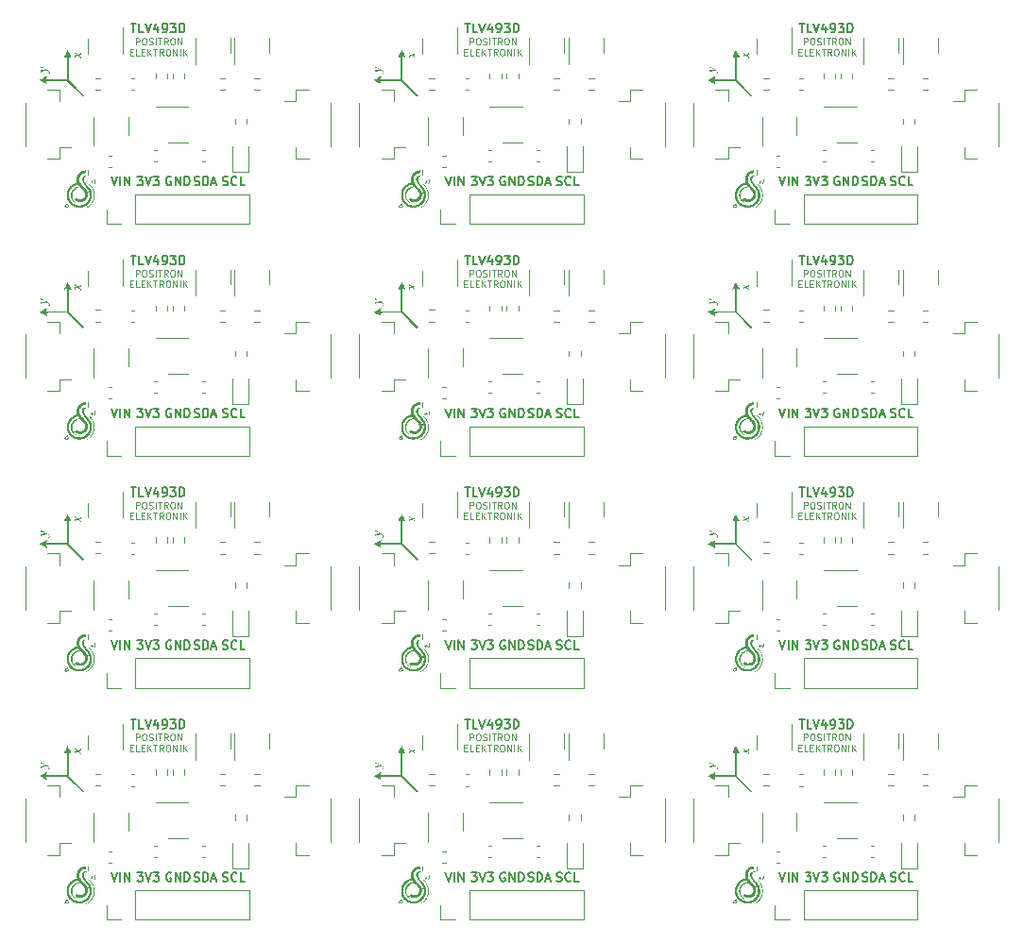
<source format=gbr>
%TF.GenerationSoftware,KiCad,Pcbnew,7.0.1*%
%TF.CreationDate,2025-06-25T09:37:51+07:00*%
%TF.ProjectId,panelize_2,70616e65-6c69-47a6-955f-322e6b696361,rev?*%
%TF.SameCoordinates,Original*%
%TF.FileFunction,Legend,Top*%
%TF.FilePolarity,Positive*%
%FSLAX46Y46*%
G04 Gerber Fmt 4.6, Leading zero omitted, Abs format (unit mm)*
G04 Created by KiCad (PCBNEW 7.0.1) date 2025-06-25 09:37:51*
%MOMM*%
%LPD*%
G01*
G04 APERTURE LIST*
%ADD10C,0.000000*%
%ADD11C,0.150000*%
%ADD12C,0.100000*%
%ADD13C,0.120000*%
G04 APERTURE END LIST*
D10*
G36*
X158890017Y-149938950D02*
G01*
X158890407Y-149939057D01*
X158891263Y-149939476D01*
X158892219Y-149940159D01*
X158893262Y-149941096D01*
X158894387Y-149942269D01*
X158895580Y-149943666D01*
X158896835Y-149945280D01*
X158898144Y-149947094D01*
X158899495Y-149949097D01*
X158900882Y-149951273D01*
X158902291Y-149953614D01*
X158903718Y-149956103D01*
X158905155Y-149958731D01*
X158906586Y-149961484D01*
X158908008Y-149964350D01*
X158909411Y-149967312D01*
X158963583Y-150075198D01*
X159076100Y-150296982D01*
X159136099Y-150415594D01*
X159186606Y-150516146D01*
X159222298Y-150587994D01*
X159232925Y-150609821D01*
X159237849Y-150620480D01*
X159238918Y-150623472D01*
X159239313Y-150625960D01*
X159238953Y-150627925D01*
X159238468Y-150628710D01*
X159237770Y-150629357D01*
X159235689Y-150630236D01*
X159232638Y-150630552D01*
X159228547Y-150630288D01*
X159223338Y-150629432D01*
X159216945Y-150627969D01*
X159209296Y-150625882D01*
X159189923Y-150619787D01*
X159164652Y-150611027D01*
X159132897Y-150599491D01*
X159086843Y-150583093D01*
X159046002Y-150568312D01*
X159014652Y-150556776D01*
X158997076Y-150550101D01*
X158993585Y-150549430D01*
X158990503Y-150551500D01*
X158985463Y-150568932D01*
X158981753Y-150612523D01*
X158979174Y-150692404D01*
X158976586Y-151001547D01*
X158976086Y-151577390D01*
X158976086Y-152612088D01*
X159670000Y-153306000D01*
X160365148Y-154001150D01*
X160309586Y-154056712D01*
X160254024Y-154112274D01*
X159556407Y-153414657D01*
X158857551Y-152715805D01*
X157924103Y-152719507D01*
X157560920Y-152721765D01*
X157262446Y-152724602D01*
X157059585Y-152727669D01*
X157003667Y-152729182D01*
X156983242Y-152730621D01*
X156982680Y-152731684D01*
X156982364Y-152733461D01*
X156982292Y-152735909D01*
X156982453Y-152738996D01*
X156983440Y-152746900D01*
X156985250Y-152756858D01*
X156987815Y-152768554D01*
X156991058Y-152781668D01*
X156994908Y-152795884D01*
X156999297Y-152810876D01*
X157004597Y-152826693D01*
X157010214Y-152844120D01*
X157021831Y-152881410D01*
X157042511Y-152949167D01*
X157061032Y-153014607D01*
X156947439Y-152952871D01*
X156884484Y-152918934D01*
X156797575Y-152873076D01*
X156697927Y-152821431D01*
X156596775Y-152770132D01*
X156549478Y-152745676D01*
X156505466Y-152722634D01*
X156465707Y-152701503D01*
X156431171Y-152682775D01*
X156402824Y-152666941D01*
X156381645Y-152654492D01*
X156374042Y-152649692D01*
X156368596Y-152645923D01*
X156365421Y-152643243D01*
X156364728Y-152642335D01*
X156364650Y-152641721D01*
X156369786Y-152638379D01*
X156381917Y-152631418D01*
X156424070Y-152608383D01*
X156484975Y-152576087D01*
X156558500Y-152538005D01*
X156643695Y-152494808D01*
X156736302Y-152447098D01*
X156899283Y-152362675D01*
X156930024Y-152346573D01*
X156958840Y-152331788D01*
X156985080Y-152318594D01*
X157008092Y-152307267D01*
X157027229Y-152298081D01*
X157041836Y-152291310D01*
X157051262Y-152287231D01*
X157053829Y-152286290D01*
X157054858Y-152286121D01*
X157055092Y-152287253D01*
X157054884Y-152289677D01*
X157053218Y-152298122D01*
X157050018Y-152310906D01*
X157045443Y-152327482D01*
X157032808Y-152369812D01*
X157016584Y-152420705D01*
X157000840Y-152471832D01*
X156987874Y-152514853D01*
X156982868Y-152531953D01*
X156979076Y-152545376D01*
X156976673Y-152554571D01*
X156976049Y-152557413D01*
X156975838Y-152558994D01*
X157048376Y-152562428D01*
X157245931Y-152565168D01*
X157895704Y-152567637D01*
X158815573Y-152567637D01*
X158815573Y-151553931D01*
X158815478Y-151234996D01*
X158815319Y-151104298D01*
X158815051Y-150991129D01*
X158814646Y-150894254D01*
X158814074Y-150812432D01*
X158813310Y-150744428D01*
X158812849Y-150715223D01*
X158812331Y-150689006D01*
X158811749Y-150665627D01*
X158811104Y-150644931D01*
X158810389Y-150626759D01*
X158809604Y-150610961D01*
X158808741Y-150597377D01*
X158807804Y-150585859D01*
X158806783Y-150576248D01*
X158805674Y-150568393D01*
X158804481Y-150562133D01*
X158803849Y-150559555D01*
X158803193Y-150557318D01*
X158802515Y-150555404D01*
X158801809Y-150553794D01*
X158801082Y-150552467D01*
X158800330Y-150551403D01*
X158799549Y-150550588D01*
X158798746Y-150549993D01*
X158797913Y-150549611D01*
X158797056Y-150549409D01*
X158796171Y-150549379D01*
X158795258Y-150549497D01*
X158793347Y-150550101D01*
X158766396Y-150560635D01*
X158732150Y-150573020D01*
X158693856Y-150586216D01*
X158654751Y-150599181D01*
X158618075Y-150610874D01*
X158587071Y-150620248D01*
X158564981Y-150626267D01*
X158558292Y-150627693D01*
X158555046Y-150627889D01*
X158557474Y-150619554D01*
X158566892Y-150597272D01*
X158602814Y-150518846D01*
X158715868Y-150282474D01*
X158832163Y-150046566D01*
X158872139Y-149968721D01*
X158884188Y-149946813D01*
X158889657Y-149938914D01*
X158890017Y-149938950D01*
G37*
G36*
X159565666Y-150165640D02*
G01*
X159569061Y-150166242D01*
X159572775Y-150167413D01*
X159576813Y-150169153D01*
X159581195Y-150171463D01*
X159585934Y-150174344D01*
X159591037Y-150177798D01*
X159602399Y-150186419D01*
X159615381Y-150197332D01*
X159630083Y-150210545D01*
X159646612Y-150226063D01*
X159665061Y-150243889D01*
X159684426Y-150262573D01*
X159703298Y-150280373D01*
X159721188Y-150296870D01*
X159737602Y-150311645D01*
X159752046Y-150324280D01*
X159764031Y-150334353D01*
X159768949Y-150338298D01*
X159773064Y-150341447D01*
X159776323Y-150343743D01*
X159778656Y-150345139D01*
X159783062Y-150346347D01*
X159790058Y-150346778D01*
X159799346Y-150346482D01*
X159810622Y-150345525D01*
X159837929Y-150341839D01*
X159869564Y-150336186D01*
X159903105Y-150329029D01*
X159936139Y-150320830D01*
X159966255Y-150312051D01*
X159979459Y-150307588D01*
X159991029Y-150303158D01*
X159993209Y-150302145D01*
X159995352Y-150300966D01*
X159997449Y-150299625D01*
X159999503Y-150298132D01*
X160003468Y-150294702D01*
X160007214Y-150290732D01*
X160010722Y-150286271D01*
X160013970Y-150281366D01*
X160016931Y-150276071D01*
X160019582Y-150270436D01*
X160021900Y-150264514D01*
X160023860Y-150258350D01*
X160025444Y-150252001D01*
X160026623Y-150245510D01*
X160027374Y-150238935D01*
X160027678Y-150232324D01*
X160027503Y-150225727D01*
X160026834Y-150219196D01*
X160026500Y-150216193D01*
X160026412Y-150213434D01*
X160026560Y-150210913D01*
X160026928Y-150208634D01*
X160027506Y-150206586D01*
X160028282Y-150204774D01*
X160029236Y-150203188D01*
X160030366Y-150201833D01*
X160031651Y-150200700D01*
X160033081Y-150199788D01*
X160034639Y-150199096D01*
X160036320Y-150198619D01*
X160038106Y-150198357D01*
X160039984Y-150198306D01*
X160041940Y-150198463D01*
X160043966Y-150198822D01*
X160046047Y-150199384D01*
X160048166Y-150200151D01*
X160050315Y-150201112D01*
X160052480Y-150202266D01*
X160054648Y-150203615D01*
X160056807Y-150205149D01*
X160058943Y-150206872D01*
X160061041Y-150208779D01*
X160063088Y-150210863D01*
X160065078Y-150213130D01*
X160066991Y-150215570D01*
X160068817Y-150218183D01*
X160070544Y-150220965D01*
X160072155Y-150223916D01*
X160073643Y-150227031D01*
X160074988Y-150230309D01*
X160076347Y-150233788D01*
X160077647Y-150237717D01*
X160078880Y-150242052D01*
X160080041Y-150246745D01*
X160082151Y-150257049D01*
X160083941Y-150268276D01*
X160085384Y-150280083D01*
X160086448Y-150292123D01*
X160087109Y-150304044D01*
X160087337Y-150315503D01*
X160087062Y-150327035D01*
X160086185Y-150337599D01*
X160084616Y-150347273D01*
X160082281Y-150356136D01*
X160080797Y-150360282D01*
X160079090Y-150364257D01*
X160077150Y-150368064D01*
X160074964Y-150371719D01*
X160072523Y-150375225D01*
X160069817Y-150378593D01*
X160066835Y-150381835D01*
X160063569Y-150384959D01*
X160060005Y-150387972D01*
X160056133Y-150390888D01*
X160047423Y-150396459D01*
X160037367Y-150401750D01*
X160025870Y-150406834D01*
X160012855Y-150411788D01*
X159998238Y-150416689D01*
X159981936Y-150421610D01*
X159963863Y-150426628D01*
X159950712Y-150430318D01*
X159938301Y-150433920D01*
X159926904Y-150437351D01*
X159916792Y-150440520D01*
X159908241Y-150443342D01*
X159901529Y-150445729D01*
X159898949Y-150446734D01*
X159896930Y-150447596D01*
X159895508Y-150448308D01*
X159894719Y-150448854D01*
X159894509Y-150449172D01*
X159894567Y-150449660D01*
X159895459Y-150451118D01*
X159897349Y-150453198D01*
X159900180Y-150455857D01*
X159908459Y-150462765D01*
X159919875Y-150471542D01*
X159934015Y-150481882D01*
X159950453Y-150493478D01*
X159968776Y-150506029D01*
X159988557Y-150519233D01*
X160020809Y-150540580D01*
X160033894Y-150549455D01*
X160045142Y-150557354D01*
X160054690Y-150564444D01*
X160058871Y-150567737D01*
X160062678Y-150570888D01*
X160066128Y-150573922D01*
X160069243Y-150576856D01*
X160072038Y-150579712D01*
X160074525Y-150582514D01*
X160076730Y-150585276D01*
X160078665Y-150588026D01*
X160080352Y-150590778D01*
X160081801Y-150593559D01*
X160083035Y-150596384D01*
X160084073Y-150599279D01*
X160084928Y-150602261D01*
X160085618Y-150605355D01*
X160086164Y-150608580D01*
X160086579Y-150611953D01*
X160086884Y-150615498D01*
X160087093Y-150619237D01*
X160087299Y-150627374D01*
X160087334Y-150636532D01*
X160087293Y-150641824D01*
X160087170Y-150647027D01*
X160086970Y-150652116D01*
X160086700Y-150657059D01*
X160086365Y-150661829D01*
X160085970Y-150666398D01*
X160085519Y-150670734D01*
X160085022Y-150674808D01*
X160084480Y-150678595D01*
X160083901Y-150682062D01*
X160083286Y-150685182D01*
X160082648Y-150687928D01*
X160081988Y-150690266D01*
X160081309Y-150692171D01*
X160080621Y-150693614D01*
X160080275Y-150694152D01*
X160079929Y-150694564D01*
X160078793Y-150695637D01*
X160077487Y-150696540D01*
X160076018Y-150697278D01*
X160074402Y-150697863D01*
X160072655Y-150698294D01*
X160070787Y-150698580D01*
X160068816Y-150698723D01*
X160066752Y-150698731D01*
X160064609Y-150698609D01*
X160062405Y-150698362D01*
X160060146Y-150697998D01*
X160057854Y-150697515D01*
X160055539Y-150696928D01*
X160053214Y-150696235D01*
X160050898Y-150695445D01*
X160048597Y-150694564D01*
X160046329Y-150693597D01*
X160044108Y-150692547D01*
X160041949Y-150691419D01*
X160039859Y-150690224D01*
X160037862Y-150688961D01*
X160035962Y-150687641D01*
X160034178Y-150686267D01*
X160032525Y-150684839D01*
X160031017Y-150683372D01*
X160029662Y-150681867D01*
X160028478Y-150680331D01*
X160027480Y-150678763D01*
X160026677Y-150677178D01*
X160026088Y-150675575D01*
X160025724Y-150673958D01*
X160025601Y-150672340D01*
X160025222Y-150665102D01*
X160024072Y-150657731D01*
X160022143Y-150650206D01*
X160019406Y-150642512D01*
X160015858Y-150634631D01*
X160011471Y-150626543D01*
X160006236Y-150618232D01*
X160000134Y-150609676D01*
X159993151Y-150600862D01*
X159985266Y-150591768D01*
X159976470Y-150582378D01*
X159966739Y-150572674D01*
X159956060Y-150562635D01*
X159944419Y-150552247D01*
X159931794Y-150541489D01*
X159918178Y-150530344D01*
X159837923Y-150464904D01*
X159762603Y-150480958D01*
X159741051Y-150485593D01*
X159721258Y-150490263D01*
X159703170Y-150495003D01*
X159686726Y-150499844D01*
X159679103Y-150502316D01*
X159671868Y-150504825D01*
X159665012Y-150507375D01*
X159658534Y-150509975D01*
X159652416Y-150512625D01*
X159646664Y-150515333D01*
X159641259Y-150518100D01*
X159636199Y-150520930D01*
X159631475Y-150523832D01*
X159627082Y-150526806D01*
X159623008Y-150529855D01*
X159619248Y-150532985D01*
X159615795Y-150536203D01*
X159612644Y-150539512D01*
X159609779Y-150542916D01*
X159607203Y-150546417D01*
X159604900Y-150550021D01*
X159602871Y-150553734D01*
X159601100Y-150557556D01*
X159599584Y-150561496D01*
X159598317Y-150565555D01*
X159597285Y-150569740D01*
X159596491Y-150574052D01*
X159595914Y-150578499D01*
X159595363Y-150583202D01*
X159594629Y-150587589D01*
X159593729Y-150591657D01*
X159592673Y-150595406D01*
X159591472Y-150598844D01*
X159590134Y-150601965D01*
X159588674Y-150604773D01*
X159587100Y-150607265D01*
X159585422Y-150609445D01*
X159583652Y-150611315D01*
X159581801Y-150612870D01*
X159579876Y-150614118D01*
X159577892Y-150615053D01*
X159575859Y-150615680D01*
X159573786Y-150615997D01*
X159571687Y-150616004D01*
X159569566Y-150615706D01*
X159567438Y-150615101D01*
X159565315Y-150614190D01*
X159563204Y-150612974D01*
X159561119Y-150611452D01*
X159559066Y-150609628D01*
X159557060Y-150607499D01*
X159555111Y-150605065D01*
X159553231Y-150602331D01*
X159551427Y-150599298D01*
X159549708Y-150595961D01*
X159548093Y-150592325D01*
X159546585Y-150588389D01*
X159545196Y-150584156D01*
X159543938Y-150579627D01*
X159542825Y-150574796D01*
X159538779Y-150554540D01*
X159535941Y-150535853D01*
X159534989Y-150527074D01*
X159534352Y-150518657D01*
X159534045Y-150510593D01*
X159534065Y-150502873D01*
X159534424Y-150495484D01*
X159535122Y-150488420D01*
X159536170Y-150481666D01*
X159537570Y-150475217D01*
X159539333Y-150469059D01*
X159541459Y-150463189D01*
X159543960Y-150457588D01*
X159546836Y-150452249D01*
X159550097Y-150447166D01*
X159553746Y-150442325D01*
X159557791Y-150437717D01*
X159562236Y-150433333D01*
X159567088Y-150429165D01*
X159572355Y-150425194D01*
X159578039Y-150421423D01*
X159584149Y-150417833D01*
X159590687Y-150414415D01*
X159597664Y-150411163D01*
X159605083Y-150408063D01*
X159612946Y-150405110D01*
X159630046Y-150399591D01*
X159649010Y-150394525D01*
X159655253Y-150393097D01*
X159661460Y-150391593D01*
X159673587Y-150388429D01*
X159685081Y-150385150D01*
X159695620Y-150381869D01*
X159704884Y-150378708D01*
X159708941Y-150377203D01*
X159712559Y-150375775D01*
X159715699Y-150374430D01*
X159718322Y-150373190D01*
X159720389Y-150372061D01*
X159721859Y-150371066D01*
X159722240Y-150370437D01*
X159722470Y-150369711D01*
X159722544Y-150368890D01*
X159722472Y-150367975D01*
X159722251Y-150366972D01*
X159721885Y-150365887D01*
X159720741Y-150363465D01*
X159719060Y-150360742D01*
X159716867Y-150357740D01*
X159714190Y-150354484D01*
X159711055Y-150351003D01*
X159707484Y-150347319D01*
X159703506Y-150343454D01*
X159699143Y-150339439D01*
X159694424Y-150335297D01*
X159689373Y-150331054D01*
X159684011Y-150326738D01*
X159678367Y-150322368D01*
X159672470Y-150317973D01*
X159664171Y-150312009D01*
X159656383Y-150306608D01*
X159649069Y-150301752D01*
X159642180Y-150297427D01*
X159635683Y-150293617D01*
X159629538Y-150290300D01*
X159623706Y-150287468D01*
X159618142Y-150285100D01*
X159612811Y-150283180D01*
X159607669Y-150281691D01*
X159602683Y-150280621D01*
X159597807Y-150279948D01*
X159593005Y-150279659D01*
X159588232Y-150279738D01*
X159583454Y-150280167D01*
X159578628Y-150280930D01*
X159572747Y-150281993D01*
X159567574Y-150282812D01*
X159563059Y-150283330D01*
X159559165Y-150283480D01*
X159557431Y-150283393D01*
X159555839Y-150283191D01*
X159554377Y-150282867D01*
X159553040Y-150282410D01*
X159551827Y-150281808D01*
X159550725Y-150281057D01*
X159549732Y-150280153D01*
X159548843Y-150279080D01*
X159548052Y-150277835D01*
X159547354Y-150276406D01*
X159546741Y-150274789D01*
X159546205Y-150272973D01*
X159545750Y-150270951D01*
X159545363Y-150268717D01*
X159544771Y-150263570D01*
X159544393Y-150257466D01*
X159544175Y-150250345D01*
X159544059Y-150232779D01*
X159544276Y-150216529D01*
X159545003Y-150202517D01*
X159546337Y-150190738D01*
X159547264Y-150185693D01*
X159548381Y-150181209D01*
X159549699Y-150177287D01*
X159551232Y-150173928D01*
X159552995Y-150171133D01*
X159554996Y-150168904D01*
X159557253Y-150167238D01*
X159559773Y-150166139D01*
X159562575Y-150165605D01*
X159565666Y-150165640D01*
G37*
G36*
X156535011Y-151441112D02*
G01*
X156552363Y-151444755D01*
X156571988Y-151450286D01*
X156593868Y-151457698D01*
X156617983Y-151466987D01*
X156644313Y-151478151D01*
X156703556Y-151506069D01*
X156771451Y-151541409D01*
X156847853Y-151584130D01*
X156932620Y-151634186D01*
X156975068Y-151660002D01*
X157013645Y-151683853D01*
X157048571Y-151705922D01*
X157080052Y-151726385D01*
X157108312Y-151745424D01*
X157133558Y-151763219D01*
X157156003Y-151779945D01*
X157175860Y-151795784D01*
X157193344Y-151810909D01*
X157201266Y-151818264D01*
X157208672Y-151825509D01*
X157215592Y-151832666D01*
X157222052Y-151839757D01*
X157228080Y-151846806D01*
X157233701Y-151853833D01*
X157238939Y-151860864D01*
X157243830Y-151867916D01*
X157248389Y-151875015D01*
X157252650Y-151882185D01*
X157256640Y-151889446D01*
X157260382Y-151896820D01*
X157267229Y-151912002D01*
X157270297Y-151919781D01*
X157273011Y-151927603D01*
X157275382Y-151935443D01*
X157277415Y-151943284D01*
X157279114Y-151951112D01*
X157280484Y-151958900D01*
X157281528Y-151966633D01*
X157282257Y-151974296D01*
X157282676Y-151981864D01*
X157282784Y-151989322D01*
X157282588Y-151996652D01*
X157282098Y-152003830D01*
X157281314Y-152010841D01*
X157280244Y-152017670D01*
X157278889Y-152024289D01*
X157277262Y-152030690D01*
X157275362Y-152036843D01*
X157273194Y-152042736D01*
X157270769Y-152048352D01*
X157268086Y-152053668D01*
X157265153Y-152058666D01*
X157261974Y-152063327D01*
X157258555Y-152067637D01*
X157254903Y-152071568D01*
X157251020Y-152075109D01*
X157246911Y-152078240D01*
X157242585Y-152080939D01*
X157238044Y-152083190D01*
X157233292Y-152084973D01*
X157228338Y-152086270D01*
X157223187Y-152087060D01*
X157217842Y-152087328D01*
X157212312Y-152087192D01*
X157207064Y-152086779D01*
X157202105Y-152086105D01*
X157197436Y-152085178D01*
X157193055Y-152084006D01*
X157188970Y-152082601D01*
X157185181Y-152080973D01*
X157181686Y-152079131D01*
X157178494Y-152077086D01*
X157175605Y-152074842D01*
X157173023Y-152072417D01*
X157170743Y-152069813D01*
X157168777Y-152067048D01*
X157167116Y-152064124D01*
X157165774Y-152061058D01*
X157164749Y-152057851D01*
X157164039Y-152054520D01*
X157163649Y-152051070D01*
X157163587Y-152047517D01*
X157163845Y-152043864D01*
X157164435Y-152040121D01*
X157165349Y-152036303D01*
X157166600Y-152032416D01*
X157168182Y-152028468D01*
X157170103Y-152024474D01*
X157172361Y-152020440D01*
X157174960Y-152016378D01*
X157177898Y-152012293D01*
X157181189Y-152008202D01*
X157184825Y-152004108D01*
X157188808Y-152000027D01*
X157193146Y-151995964D01*
X157197255Y-151992226D01*
X157201020Y-151988421D01*
X157204433Y-151984552D01*
X157207502Y-151980615D01*
X157210220Y-151976614D01*
X157212593Y-151972541D01*
X157214618Y-151968400D01*
X157216296Y-151964185D01*
X157217629Y-151959905D01*
X157218615Y-151955551D01*
X157219250Y-151951124D01*
X157219539Y-151946628D01*
X157219481Y-151942057D01*
X157219077Y-151937412D01*
X157218324Y-151932692D01*
X157217223Y-151927897D01*
X157215777Y-151923026D01*
X157213983Y-151918081D01*
X157211842Y-151913055D01*
X157209350Y-151907951D01*
X157206517Y-151902769D01*
X157203332Y-151897508D01*
X157199802Y-151892169D01*
X157195926Y-151886746D01*
X157187128Y-151875657D01*
X157176941Y-151864239D01*
X157165363Y-151852482D01*
X157152403Y-151840386D01*
X157143527Y-151832712D01*
X157135360Y-151825856D01*
X157127792Y-151819780D01*
X157120724Y-151814439D01*
X157114042Y-151809782D01*
X157107648Y-151805768D01*
X157101435Y-151802351D01*
X157095294Y-151799488D01*
X157089128Y-151797125D01*
X157082826Y-151795231D01*
X157076290Y-151793748D01*
X157069406Y-151792637D01*
X157062071Y-151791851D01*
X157054188Y-151791347D01*
X157045644Y-151791076D01*
X157036337Y-151790997D01*
X157023101Y-151791226D01*
X157008710Y-151791885D01*
X156993624Y-151792950D01*
X156978305Y-151794394D01*
X156963219Y-151796183D01*
X156948825Y-151798290D01*
X156935591Y-151800686D01*
X156929553Y-151801985D01*
X156923978Y-151803345D01*
X156882865Y-151811987D01*
X156830294Y-151822483D01*
X156755727Y-151836682D01*
X156648632Y-151856436D01*
X156635205Y-151859137D01*
X156623095Y-151861712D01*
X156612209Y-151864210D01*
X156602447Y-151866681D01*
X156593715Y-151869175D01*
X156589703Y-151870445D01*
X156585910Y-151871739D01*
X156582325Y-151873061D01*
X156578937Y-151874421D01*
X156575730Y-151875823D01*
X156572698Y-151877274D01*
X156569825Y-151878778D01*
X156567097Y-151880342D01*
X156564506Y-151881974D01*
X156562035Y-151883675D01*
X156559675Y-151885458D01*
X156557415Y-151887325D01*
X156555239Y-151889283D01*
X156553136Y-151891339D01*
X156551097Y-151893496D01*
X156549104Y-151895764D01*
X156547153Y-151898144D01*
X156545222Y-151900649D01*
X156541390Y-151906046D01*
X156537511Y-151912000D01*
X156534911Y-151915889D01*
X156532214Y-151919674D01*
X156529445Y-151923337D01*
X156526630Y-151926854D01*
X156523781Y-151930217D01*
X156520926Y-151933402D01*
X156518089Y-151936389D01*
X156515284Y-151939163D01*
X156512538Y-151941709D01*
X156509873Y-151944002D01*
X156507307Y-151946028D01*
X156504866Y-151947769D01*
X156502569Y-151949205D01*
X156500438Y-151950320D01*
X156499441Y-151950753D01*
X156498496Y-151951093D01*
X156497602Y-151951349D01*
X156496763Y-151951511D01*
X156494968Y-151951204D01*
X156493290Y-151950266D01*
X156491730Y-151948679D01*
X156490282Y-151946419D01*
X156488949Y-151943464D01*
X156487735Y-151939792D01*
X156486635Y-151935381D01*
X156485652Y-151930211D01*
X156484782Y-151924261D01*
X156484029Y-151917509D01*
X156482873Y-151901504D01*
X156482177Y-151882030D01*
X156481945Y-151858906D01*
X156482001Y-151840392D01*
X156482159Y-151823060D01*
X156482404Y-151807295D01*
X156482718Y-151793467D01*
X156483092Y-151781956D01*
X156483510Y-151773132D01*
X156483957Y-151767379D01*
X156484183Y-151765768D01*
X156484415Y-151765068D01*
X156716545Y-151730496D01*
X156755104Y-151724814D01*
X156788996Y-151719757D01*
X156818470Y-151715263D01*
X156843778Y-151711263D01*
X156865173Y-151707687D01*
X156874482Y-151706039D01*
X156882906Y-151704470D01*
X156890476Y-151702979D01*
X156897224Y-151701550D01*
X156903187Y-151700179D01*
X156908390Y-151698856D01*
X156912863Y-151697574D01*
X156916642Y-151696320D01*
X156919756Y-151695092D01*
X156921074Y-151694484D01*
X156922239Y-151693875D01*
X156923252Y-151693272D01*
X156924119Y-151692667D01*
X156924844Y-151692062D01*
X156925430Y-151691455D01*
X156925882Y-151690849D01*
X156926202Y-151690236D01*
X156926395Y-151689620D01*
X156926466Y-151688996D01*
X156926420Y-151688368D01*
X156926257Y-151687731D01*
X156925981Y-151687084D01*
X156925601Y-151686430D01*
X156925113Y-151685761D01*
X156924531Y-151685083D01*
X156923085Y-151683685D01*
X156921282Y-151682227D01*
X156919167Y-151680699D01*
X156916762Y-151679093D01*
X156914099Y-151677403D01*
X156891555Y-151663558D01*
X156868060Y-151649872D01*
X156843863Y-151636447D01*
X156819199Y-151623385D01*
X156794313Y-151610783D01*
X156769443Y-151598747D01*
X156744829Y-151587377D01*
X156720712Y-151576773D01*
X156697332Y-151567036D01*
X156674933Y-151558270D01*
X156653753Y-151550575D01*
X156634031Y-151544054D01*
X156616011Y-151538803D01*
X156599929Y-151534927D01*
X156586029Y-151532529D01*
X156574551Y-151531705D01*
X156572928Y-151531733D01*
X156571299Y-151531819D01*
X156569666Y-151531964D01*
X156568034Y-151532158D01*
X156566404Y-151532410D01*
X156564780Y-151532717D01*
X156563157Y-151533072D01*
X156561547Y-151533480D01*
X156558360Y-151534448D01*
X156555236Y-151535612D01*
X156552187Y-151536964D01*
X156549240Y-151538496D01*
X156547806Y-151539330D01*
X156546406Y-151540201D01*
X156545039Y-151541117D01*
X156543707Y-151542074D01*
X156542412Y-151543072D01*
X156541159Y-151544106D01*
X156539947Y-151545179D01*
X156538785Y-151546290D01*
X156537663Y-151547439D01*
X156536596Y-151548618D01*
X156535576Y-151549835D01*
X156534609Y-151551084D01*
X156533699Y-151552366D01*
X156532853Y-151553681D01*
X156532062Y-151555027D01*
X156531334Y-151556399D01*
X156529877Y-151558916D01*
X156528289Y-151561362D01*
X156526582Y-151563723D01*
X156524776Y-151565990D01*
X156522883Y-151568146D01*
X156520918Y-151570183D01*
X156518894Y-151572083D01*
X156516828Y-151573841D01*
X156514732Y-151575436D01*
X156512623Y-151576862D01*
X156510510Y-151578102D01*
X156508417Y-151579147D01*
X156506348Y-151579980D01*
X156505331Y-151580313D01*
X156504327Y-151580591D01*
X156503335Y-151580808D01*
X156502361Y-151580965D01*
X156501404Y-151581062D01*
X156500467Y-151581095D01*
X156498217Y-151580719D01*
X156496100Y-151579623D01*
X156494111Y-151577852D01*
X156492254Y-151575453D01*
X156490534Y-151572474D01*
X156488947Y-151568959D01*
X156486173Y-151560508D01*
X156483942Y-151550476D01*
X156482257Y-151539228D01*
X156481127Y-151527138D01*
X156480557Y-151514574D01*
X156480551Y-151501909D01*
X156481115Y-151489515D01*
X156482254Y-151477762D01*
X156483971Y-151467017D01*
X156486280Y-151457656D01*
X156487650Y-151453608D01*
X156489176Y-151450047D01*
X156490847Y-151447016D01*
X156492667Y-151444562D01*
X156494641Y-151442732D01*
X156496763Y-151441571D01*
X156507194Y-151439515D01*
X156519948Y-151439363D01*
X156535011Y-151441112D01*
G37*
G36*
X160522311Y-160979622D02*
G01*
X160470100Y-160988089D01*
X160435275Y-160994028D01*
X160403634Y-160999753D01*
X160374887Y-161005378D01*
X160348744Y-161011020D01*
X160324917Y-161016794D01*
X160303115Y-161022816D01*
X160283049Y-161029202D01*
X160264430Y-161036067D01*
X160246969Y-161043528D01*
X160230376Y-161051699D01*
X160214362Y-161060698D01*
X160198637Y-161070639D01*
X160182913Y-161081639D01*
X160166898Y-161093812D01*
X160150305Y-161107276D01*
X160132844Y-161122145D01*
X160119438Y-161134479D01*
X160105760Y-161148589D01*
X160091938Y-161164266D01*
X160078098Y-161181301D01*
X160064364Y-161199485D01*
X160050865Y-161218610D01*
X160037725Y-161238467D01*
X160025071Y-161258846D01*
X160013028Y-161279540D01*
X160001724Y-161300339D01*
X159991284Y-161321034D01*
X159981833Y-161341418D01*
X159973499Y-161361281D01*
X159966408Y-161380414D01*
X159960684Y-161398608D01*
X159956455Y-161415656D01*
X159952881Y-161435630D01*
X159950083Y-161456787D01*
X159948047Y-161478920D01*
X159946754Y-161501822D01*
X159946189Y-161525286D01*
X159946335Y-161549105D01*
X159947176Y-161573073D01*
X159948694Y-161596983D01*
X159950874Y-161620629D01*
X159953699Y-161643804D01*
X159957153Y-161666300D01*
X159961218Y-161687912D01*
X159965878Y-161708432D01*
X159971118Y-161727654D01*
X159976919Y-161745372D01*
X159983266Y-161761378D01*
X159994350Y-161785403D01*
X160006586Y-161809513D01*
X160020198Y-161833990D01*
X160035411Y-161859119D01*
X160052453Y-161885182D01*
X160071546Y-161912463D01*
X160092918Y-161941245D01*
X160116793Y-161971810D01*
X160172953Y-162039425D01*
X160241831Y-162117573D01*
X160325227Y-162208521D01*
X160424944Y-162314534D01*
X160462359Y-162354370D01*
X160496387Y-162392054D01*
X160527183Y-162427882D01*
X160554899Y-162462149D01*
X160579688Y-162495151D01*
X160601702Y-162527184D01*
X160621096Y-162558543D01*
X160638022Y-162589524D01*
X160652633Y-162620422D01*
X160665081Y-162651533D01*
X160675520Y-162683152D01*
X160684104Y-162715576D01*
X160690983Y-162749099D01*
X160696313Y-162784017D01*
X160700245Y-162820627D01*
X160702933Y-162859222D01*
X160704567Y-162898397D01*
X160705001Y-162915857D01*
X160705160Y-162932115D01*
X160705029Y-162947330D01*
X160704595Y-162961665D01*
X160703842Y-162975281D01*
X160702757Y-162988339D01*
X160701324Y-163000999D01*
X160699529Y-163013424D01*
X160697359Y-163025775D01*
X160694797Y-163038213D01*
X160691831Y-163050898D01*
X160688444Y-163063993D01*
X160680355Y-163092055D01*
X160670018Y-163123578D01*
X160658574Y-163154130D01*
X160646010Y-163183737D01*
X160632311Y-163212419D01*
X160617463Y-163240200D01*
X160601452Y-163267102D01*
X160584262Y-163293149D01*
X160565879Y-163318363D01*
X160546289Y-163342766D01*
X160525478Y-163366382D01*
X160503430Y-163389233D01*
X160480132Y-163411342D01*
X160455569Y-163432731D01*
X160429726Y-163453424D01*
X160402589Y-163473443D01*
X160374144Y-163492811D01*
X160345551Y-163509941D01*
X160314927Y-163525336D01*
X160282460Y-163538982D01*
X160248335Y-163550865D01*
X160212738Y-163560971D01*
X160175856Y-163569284D01*
X160137873Y-163575791D01*
X160098978Y-163580476D01*
X160059354Y-163583326D01*
X160019189Y-163584326D01*
X159978669Y-163583462D01*
X159937979Y-163580719D01*
X159897305Y-163576082D01*
X159856834Y-163569537D01*
X159816752Y-163561070D01*
X159777244Y-163550667D01*
X159763827Y-163546308D01*
X159750078Y-163541194D01*
X159736059Y-163535365D01*
X159721836Y-163528860D01*
X159707472Y-163521719D01*
X159693032Y-163513980D01*
X159678580Y-163505684D01*
X159664179Y-163496868D01*
X159649894Y-163487573D01*
X159635789Y-163477837D01*
X159621927Y-163467701D01*
X159608374Y-163457203D01*
X159595193Y-163446382D01*
X159582447Y-163435278D01*
X159570203Y-163423930D01*
X159558522Y-163412378D01*
X159506311Y-163357345D01*
X159598033Y-163275500D01*
X159691167Y-163193656D01*
X159746200Y-163244455D01*
X159760643Y-163256714D01*
X159775890Y-163268090D01*
X159791883Y-163278587D01*
X159808567Y-163288208D01*
X159825884Y-163296956D01*
X159843778Y-163304833D01*
X159862193Y-163311843D01*
X159881071Y-163317988D01*
X159900357Y-163323270D01*
X159919993Y-163327694D01*
X159939923Y-163331262D01*
X159960091Y-163333976D01*
X160000912Y-163336855D01*
X160042004Y-163336354D01*
X160082914Y-163332497D01*
X160123190Y-163325305D01*
X160142948Y-163320466D01*
X160162378Y-163314802D01*
X160181423Y-163308316D01*
X160200026Y-163301010D01*
X160218132Y-163292888D01*
X160235682Y-163283953D01*
X160252621Y-163274206D01*
X160268892Y-163263652D01*
X160284439Y-163252292D01*
X160299205Y-163240130D01*
X160313133Y-163227169D01*
X160326166Y-163213411D01*
X160342042Y-163195104D01*
X160356866Y-163176687D01*
X160370644Y-163158149D01*
X160383383Y-163139482D01*
X160395087Y-163120674D01*
X160405765Y-163101716D01*
X160415421Y-163082596D01*
X160424062Y-163063304D01*
X160431695Y-163043831D01*
X160438325Y-163024165D01*
X160443959Y-163004297D01*
X160448603Y-162984216D01*
X160452262Y-162963911D01*
X160454944Y-162943373D01*
X160456655Y-162922591D01*
X160457400Y-162901555D01*
X160456763Y-162877181D01*
X160454817Y-162853206D01*
X160451512Y-162829532D01*
X160446795Y-162806063D01*
X160440614Y-162782701D01*
X160432918Y-162759350D01*
X160423655Y-162735912D01*
X160412773Y-162712290D01*
X160400222Y-162688387D01*
X160385949Y-162664106D01*
X160369902Y-162639349D01*
X160352029Y-162614020D01*
X160332280Y-162588021D01*
X160310603Y-162561255D01*
X160286945Y-162533625D01*
X160261255Y-162505033D01*
X160165829Y-162400611D01*
X160122944Y-162353427D01*
X160090511Y-162317355D01*
X160078632Y-162304646D01*
X160067710Y-162293469D01*
X160057511Y-162283767D01*
X160047803Y-162275485D01*
X160038350Y-162268568D01*
X160033647Y-162265603D01*
X160028921Y-162262959D01*
X160024142Y-162260628D01*
X160019280Y-162258603D01*
X160014308Y-162256877D01*
X160009196Y-162255443D01*
X160003914Y-162254295D01*
X159998433Y-162253425D01*
X159992724Y-162252826D01*
X159986758Y-162252491D01*
X159973939Y-162252587D01*
X159959741Y-162253657D01*
X159943930Y-162255645D01*
X159926273Y-162258494D01*
X159906538Y-162262150D01*
X159884489Y-162266556D01*
X159859440Y-162272252D01*
X159835047Y-162278787D01*
X159811237Y-162286207D01*
X159787938Y-162294557D01*
X159765076Y-162303883D01*
X159742581Y-162314230D01*
X159720379Y-162325644D01*
X159698398Y-162338170D01*
X159676566Y-162351853D01*
X159654811Y-162366739D01*
X159633060Y-162382874D01*
X159611240Y-162400303D01*
X159589280Y-162419071D01*
X159567107Y-162439224D01*
X159544649Y-162460807D01*
X159521833Y-162483867D01*
X159490032Y-162517405D01*
X159461233Y-162549968D01*
X159435327Y-162581870D01*
X159412207Y-162613424D01*
X159391767Y-162644946D01*
X159373898Y-162676748D01*
X159358493Y-162709146D01*
X159345444Y-162742453D01*
X159334645Y-162776984D01*
X159325986Y-162813053D01*
X159319362Y-162850973D01*
X159314664Y-162891061D01*
X159311786Y-162933628D01*
X159310619Y-162978991D01*
X159311055Y-163027462D01*
X159312989Y-163079356D01*
X159315643Y-163128064D01*
X159317060Y-163148868D01*
X159318611Y-163167660D01*
X159320353Y-163184708D01*
X159322340Y-163200278D01*
X159324629Y-163214637D01*
X159327276Y-163228051D01*
X159330336Y-163240787D01*
X159333866Y-163253112D01*
X159337921Y-163265292D01*
X159342556Y-163277595D01*
X159347828Y-163290285D01*
X159353792Y-163303631D01*
X159368022Y-163333356D01*
X159380237Y-163356750D01*
X159394039Y-163380278D01*
X159409297Y-163403810D01*
X159425878Y-163427217D01*
X159443649Y-163450367D01*
X159462478Y-163473130D01*
X159482234Y-163495377D01*
X159502783Y-163516976D01*
X159523994Y-163537799D01*
X159545734Y-163557714D01*
X159567871Y-163576591D01*
X159590272Y-163594301D01*
X159612806Y-163610712D01*
X159635339Y-163625695D01*
X159657741Y-163639120D01*
X159679878Y-163650856D01*
X159692367Y-163656895D01*
X159703395Y-163662324D01*
X159712989Y-163667162D01*
X159721175Y-163671427D01*
X159727980Y-163675138D01*
X159733431Y-163678314D01*
X159737555Y-163680973D01*
X159739128Y-163682115D01*
X159740379Y-163683134D01*
X159741312Y-163684034D01*
X159741930Y-163684816D01*
X159742236Y-163685483D01*
X159742273Y-163685774D01*
X159742234Y-163686037D01*
X159742118Y-163686272D01*
X159741927Y-163686480D01*
X159741319Y-163686815D01*
X159740412Y-163687044D01*
X159739210Y-163687169D01*
X159737718Y-163687193D01*
X159735937Y-163687119D01*
X159731524Y-163686681D01*
X159725999Y-163685876D01*
X159719389Y-163684722D01*
X159708686Y-163682190D01*
X159696274Y-163678358D01*
X159682328Y-163673315D01*
X159667023Y-163667149D01*
X159633044Y-163651806D01*
X159595740Y-163633040D01*
X159556518Y-163611562D01*
X159516784Y-163588083D01*
X159477943Y-163563315D01*
X159459296Y-163550669D01*
X159441400Y-163537967D01*
X159427702Y-163527095D01*
X159413178Y-163513697D01*
X159397992Y-163498025D01*
X159382310Y-163480332D01*
X159366297Y-163460869D01*
X159350119Y-163439889D01*
X159333941Y-163417644D01*
X159317928Y-163394386D01*
X159302246Y-163370367D01*
X159287060Y-163345840D01*
X159272535Y-163321057D01*
X159258837Y-163296270D01*
X159246132Y-163271730D01*
X159234584Y-163247691D01*
X159224359Y-163224404D01*
X159215622Y-163202122D01*
X159206662Y-163175861D01*
X159198823Y-163149227D01*
X159192096Y-163122261D01*
X159186468Y-163095005D01*
X159181930Y-163067498D01*
X159178471Y-163039782D01*
X159174744Y-162983885D01*
X159175201Y-162927641D01*
X159179754Y-162871377D01*
X159188318Y-162815418D01*
X159200805Y-162760092D01*
X159217129Y-162705725D01*
X159237202Y-162652643D01*
X159260938Y-162601174D01*
X159288250Y-162551644D01*
X159319051Y-162504380D01*
X159353255Y-162459707D01*
X159371605Y-162438445D01*
X159390774Y-162417953D01*
X159410750Y-162398273D01*
X159431522Y-162379445D01*
X159455653Y-162359695D01*
X159481363Y-162340711D01*
X159508479Y-162322561D01*
X159536826Y-162305317D01*
X159566232Y-162289049D01*
X159596523Y-162273826D01*
X159627525Y-162259720D01*
X159659064Y-162246800D01*
X159690967Y-162235137D01*
X159723060Y-162224801D01*
X159755169Y-162215863D01*
X159787122Y-162208391D01*
X159818744Y-162202458D01*
X159849861Y-162198133D01*
X159880301Y-162195487D01*
X159909889Y-162194589D01*
X159973389Y-162194589D01*
X159905655Y-162109922D01*
X159891972Y-162092978D01*
X159879338Y-162078084D01*
X159867509Y-162065175D01*
X159856245Y-162054183D01*
X159850748Y-162049386D01*
X159845303Y-162045044D01*
X159839877Y-162041148D01*
X159834441Y-162037691D01*
X159828965Y-162034663D01*
X159823419Y-162032058D01*
X159817771Y-162029865D01*
X159811993Y-162028078D01*
X159806053Y-162026687D01*
X159799922Y-162025686D01*
X159793570Y-162025064D01*
X159786965Y-162024815D01*
X159780078Y-162024929D01*
X159772879Y-162025399D01*
X159757423Y-162027372D01*
X159740354Y-162030669D01*
X159721431Y-162035222D01*
X159700412Y-162040966D01*
X159677055Y-162047834D01*
X159628072Y-162064278D01*
X159579209Y-162084335D01*
X159530751Y-162107749D01*
X159482984Y-162134264D01*
X159436192Y-162163623D01*
X159390661Y-162195570D01*
X159346676Y-162229849D01*
X159304522Y-162266203D01*
X159264485Y-162304376D01*
X159226850Y-162344112D01*
X159191903Y-162385154D01*
X159159927Y-162427246D01*
X159131210Y-162470132D01*
X159106035Y-162513555D01*
X159084689Y-162557260D01*
X159075540Y-162579137D01*
X159067455Y-162600989D01*
X159050193Y-162653872D01*
X159035452Y-162705692D01*
X159023241Y-162756545D01*
X159013569Y-162806526D01*
X159006443Y-162855730D01*
X159001872Y-162904251D01*
X158999864Y-162952185D01*
X159000428Y-162999628D01*
X159003571Y-163046673D01*
X159009302Y-163093417D01*
X159017630Y-163139954D01*
X159028562Y-163186380D01*
X159042106Y-163232788D01*
X159058272Y-163279276D01*
X159077067Y-163325937D01*
X159098500Y-163372867D01*
X159115989Y-163406894D01*
X159136018Y-163441091D01*
X159158350Y-163475229D01*
X159182748Y-163509083D01*
X159208972Y-163542424D01*
X159236786Y-163575025D01*
X159265952Y-163606658D01*
X159296232Y-163637097D01*
X159327388Y-163666114D01*
X159359183Y-163693481D01*
X159391379Y-163718971D01*
X159423739Y-163742357D01*
X159456024Y-163763411D01*
X159487997Y-163781907D01*
X159519420Y-163797616D01*
X159550055Y-163810311D01*
X159610810Y-163831131D01*
X159670832Y-163848612D01*
X159730119Y-163862757D01*
X159788665Y-163873568D01*
X159846468Y-163881047D01*
X159903522Y-163885196D01*
X159959824Y-163886017D01*
X160015369Y-163883512D01*
X160070154Y-163877684D01*
X160124174Y-163868533D01*
X160177425Y-163856063D01*
X160229902Y-163840275D01*
X160281603Y-163821172D01*
X160332522Y-163798755D01*
X160382656Y-163773026D01*
X160432000Y-163743989D01*
X160454576Y-163729220D01*
X160477734Y-163712558D01*
X160501298Y-163694193D01*
X160525089Y-163674315D01*
X160548930Y-163653114D01*
X160572642Y-163630780D01*
X160596049Y-163607504D01*
X160618972Y-163583475D01*
X160641234Y-163558884D01*
X160662656Y-163533921D01*
X160683061Y-163508775D01*
X160702272Y-163483639D01*
X160720110Y-163458700D01*
X160736397Y-163434151D01*
X160750957Y-163410180D01*
X160763611Y-163386978D01*
X160780789Y-163351356D01*
X160796328Y-163313933D01*
X160810210Y-163274895D01*
X160822415Y-163234423D01*
X160832924Y-163192704D01*
X160841721Y-163149919D01*
X160848785Y-163106255D01*
X160854098Y-163061893D01*
X160857642Y-163017019D01*
X160859398Y-162971816D01*
X160859348Y-162926469D01*
X160857472Y-162881161D01*
X160853752Y-162836076D01*
X160848170Y-162791398D01*
X160840707Y-162747311D01*
X160831344Y-162704000D01*
X160825393Y-162680707D01*
X160819126Y-162658351D01*
X160812458Y-162636776D01*
X160805305Y-162615828D01*
X160797580Y-162595350D01*
X160789201Y-162575189D01*
X160780081Y-162555190D01*
X160770137Y-162535196D01*
X160759283Y-162515054D01*
X160747435Y-162494607D01*
X160734508Y-162473702D01*
X160720418Y-162452183D01*
X160705078Y-162429895D01*
X160688406Y-162406683D01*
X160670315Y-162382392D01*
X160650722Y-162356867D01*
X160636823Y-162338966D01*
X160622875Y-162320553D01*
X160609224Y-162302172D01*
X160596218Y-162284371D01*
X160573530Y-162252687D01*
X160557589Y-162229867D01*
X160550715Y-162218986D01*
X160540964Y-162204731D01*
X160528766Y-162187699D01*
X160514550Y-162168483D01*
X160498746Y-162147681D01*
X160481785Y-162125886D01*
X160464097Y-162103694D01*
X160446111Y-162081700D01*
X160424372Y-162053989D01*
X160402174Y-162024051D01*
X160379752Y-161992307D01*
X160357343Y-161959176D01*
X160335182Y-161925078D01*
X160313505Y-161890431D01*
X160292547Y-161855657D01*
X160272544Y-161821174D01*
X160253732Y-161787402D01*
X160236346Y-161754761D01*
X160220622Y-161723670D01*
X160206795Y-161694549D01*
X160195102Y-161667817D01*
X160185777Y-161643895D01*
X160179058Y-161623201D01*
X160175178Y-161606156D01*
X160172513Y-161584938D01*
X160170860Y-161564157D01*
X160170203Y-161543830D01*
X160170531Y-161523972D01*
X160171828Y-161504599D01*
X160174080Y-161485726D01*
X160177274Y-161467369D01*
X160181395Y-161449544D01*
X160186430Y-161432268D01*
X160192365Y-161415554D01*
X160199186Y-161399420D01*
X160206878Y-161383881D01*
X160215428Y-161368953D01*
X160224822Y-161354651D01*
X160235046Y-161340992D01*
X160246086Y-161327991D01*
X160257928Y-161315663D01*
X160270558Y-161304025D01*
X160283962Y-161293093D01*
X160298126Y-161282882D01*
X160313037Y-161273407D01*
X160328679Y-161264686D01*
X160345040Y-161256733D01*
X160362106Y-161249564D01*
X160379861Y-161243194D01*
X160398294Y-161237641D01*
X160417388Y-161232919D01*
X160437132Y-161229045D01*
X160457509Y-161226033D01*
X160478508Y-161223900D01*
X160500113Y-161222662D01*
X160522311Y-161222334D01*
X160628144Y-161222334D01*
X160557589Y-161250556D01*
X160542200Y-161257196D01*
X160527749Y-161263923D01*
X160514177Y-161270790D01*
X160501431Y-161277852D01*
X160489453Y-161285162D01*
X160478189Y-161292773D01*
X160467582Y-161300740D01*
X160457576Y-161309117D01*
X160448116Y-161317956D01*
X160439146Y-161327312D01*
X160430610Y-161337239D01*
X160422453Y-161347790D01*
X160414618Y-161359019D01*
X160407049Y-161370980D01*
X160399691Y-161383726D01*
X160392489Y-161397311D01*
X160386126Y-161410994D01*
X160380282Y-161426473D01*
X160374980Y-161443494D01*
X160370242Y-161461803D01*
X160366091Y-161481146D01*
X160362549Y-161501268D01*
X160359641Y-161521914D01*
X160357387Y-161542832D01*
X160355812Y-161563766D01*
X160354937Y-161584462D01*
X160354786Y-161604667D01*
X160355381Y-161624125D01*
X160356745Y-161642583D01*
X160358900Y-161659786D01*
X160361870Y-161675480D01*
X160365678Y-161689411D01*
X160369416Y-161699374D01*
X160374883Y-161710837D01*
X160382185Y-161723945D01*
X160391430Y-161738844D01*
X160416180Y-161774590D01*
X160449991Y-161819233D01*
X160493725Y-161873930D01*
X160548240Y-161939839D01*
X160614397Y-162018117D01*
X160693055Y-162109922D01*
X160735016Y-162159428D01*
X160773684Y-162206528D01*
X160809206Y-162251495D01*
X160841729Y-162294601D01*
X160871399Y-162336120D01*
X160898364Y-162376325D01*
X160922769Y-162415487D01*
X160944762Y-162453881D01*
X160964490Y-162491778D01*
X160982099Y-162529452D01*
X160997736Y-162567176D01*
X161011548Y-162605222D01*
X161023681Y-162643864D01*
X161034282Y-162683374D01*
X161043499Y-162724024D01*
X161051477Y-162766089D01*
X161060272Y-162820417D01*
X161066537Y-162867601D01*
X161068715Y-162889299D01*
X161070255Y-162910154D01*
X161071153Y-162930480D01*
X161071409Y-162950592D01*
X161071020Y-162970802D01*
X161069985Y-162991426D01*
X161068300Y-163012777D01*
X161065963Y-163035170D01*
X161059329Y-163084338D01*
X161050066Y-163141444D01*
X161036438Y-163208249D01*
X161018892Y-163273653D01*
X160997514Y-163337544D01*
X160972389Y-163399810D01*
X160943601Y-163460340D01*
X160911234Y-163519021D01*
X160875375Y-163575743D01*
X160836107Y-163630394D01*
X160793515Y-163682863D01*
X160747683Y-163733036D01*
X160698698Y-163780804D01*
X160646643Y-163826054D01*
X160591603Y-163868674D01*
X160533663Y-163908554D01*
X160472908Y-163945581D01*
X160409422Y-163979644D01*
X160365771Y-164000714D01*
X160346089Y-164009704D01*
X160327445Y-164017766D01*
X160309545Y-164024976D01*
X160292096Y-164031412D01*
X160274803Y-164037148D01*
X160257375Y-164042262D01*
X160239516Y-164046831D01*
X160220934Y-164050930D01*
X160201335Y-164054637D01*
X160180425Y-164058027D01*
X160133500Y-164064165D01*
X160077811Y-164069956D01*
X160030036Y-164073973D01*
X159983016Y-164076499D01*
X159936744Y-164077527D01*
X159891214Y-164077055D01*
X159846419Y-164075079D01*
X159802355Y-164071593D01*
X159759014Y-164066594D01*
X159716390Y-164060078D01*
X159674478Y-164052040D01*
X159633270Y-164042477D01*
X159592761Y-164031385D01*
X159552944Y-164018758D01*
X159513813Y-164004594D01*
X159475363Y-163988888D01*
X159437587Y-163971635D01*
X159400478Y-163952833D01*
X159380168Y-163941608D01*
X159358583Y-163928720D01*
X159336001Y-163914389D01*
X159312702Y-163898836D01*
X159288965Y-163882283D01*
X159265069Y-163864950D01*
X159241293Y-163847060D01*
X159217915Y-163828832D01*
X159195216Y-163810488D01*
X159173473Y-163792250D01*
X159152967Y-163774339D01*
X159133976Y-163756975D01*
X159116779Y-163740381D01*
X159101656Y-163724776D01*
X159088884Y-163710383D01*
X159078744Y-163697422D01*
X159036072Y-163636160D01*
X158998774Y-163580917D01*
X158966404Y-163530834D01*
X158951927Y-163507458D01*
X158938515Y-163485050D01*
X158926112Y-163463501D01*
X158914661Y-163442705D01*
X158904108Y-163422554D01*
X158894396Y-163402941D01*
X158885469Y-163383757D01*
X158877272Y-163364896D01*
X158869749Y-163346250D01*
X158862844Y-163327711D01*
X158849742Y-163291752D01*
X158839781Y-163260705D01*
X158835845Y-163245830D01*
X158832533Y-163230749D01*
X158829791Y-163214987D01*
X158827567Y-163198065D01*
X158825805Y-163179506D01*
X158824452Y-163158832D01*
X158822760Y-163109231D01*
X158822060Y-163045442D01*
X158821922Y-162963645D01*
X158822652Y-162865556D01*
X158823717Y-162823169D01*
X158825384Y-162784566D01*
X158827753Y-162749253D01*
X158830926Y-162716739D01*
X158835005Y-162686531D01*
X158840090Y-162658139D01*
X158846283Y-162631070D01*
X158853686Y-162604831D01*
X158862399Y-162578931D01*
X158872524Y-162552879D01*
X158884161Y-162526181D01*
X158897414Y-162498347D01*
X158912382Y-162468884D01*
X158929166Y-162437300D01*
X158953766Y-162393238D01*
X158979448Y-162350974D01*
X159006272Y-162310455D01*
X159034294Y-162271627D01*
X159063573Y-162234435D01*
X159094167Y-162198828D01*
X159126134Y-162164749D01*
X159159530Y-162132147D01*
X159194415Y-162100967D01*
X159230847Y-162071155D01*
X159268882Y-162042658D01*
X159308579Y-162015422D01*
X159349996Y-161989393D01*
X159393191Y-161964517D01*
X159438221Y-161940741D01*
X159485144Y-161918011D01*
X159506471Y-161908456D01*
X159528756Y-161898983D01*
X159551373Y-161889808D01*
X159573691Y-161881146D01*
X159595084Y-161873211D01*
X159614922Y-161866219D01*
X159632578Y-161860384D01*
X159647422Y-161855922D01*
X159660602Y-161852698D01*
X159673484Y-161849440D01*
X159697164Y-161843222D01*
X159716081Y-161838063D01*
X159727855Y-161834756D01*
X159729838Y-161833792D01*
X159731548Y-161832471D01*
X159732977Y-161830765D01*
X159734117Y-161828648D01*
X159734959Y-161826093D01*
X159735495Y-161823073D01*
X159735717Y-161819560D01*
X159735616Y-161815529D01*
X159735185Y-161810952D01*
X159734415Y-161805803D01*
X159733297Y-161800054D01*
X159731824Y-161793679D01*
X159729987Y-161786651D01*
X159727778Y-161778942D01*
X159725189Y-161770527D01*
X159722211Y-161761378D01*
X159717466Y-161743402D01*
X159713287Y-161722545D01*
X159709678Y-161699199D01*
X159706645Y-161673757D01*
X159704190Y-161646612D01*
X159702318Y-161618156D01*
X159700339Y-161558884D01*
X159700741Y-161499082D01*
X159701846Y-161469965D01*
X159703558Y-161441894D01*
X159705882Y-161415261D01*
X159708822Y-161390460D01*
X159712382Y-161367883D01*
X159716567Y-161347923D01*
X159721745Y-161330259D01*
X159728627Y-161309536D01*
X159736931Y-161286531D01*
X159746376Y-161262021D01*
X159756681Y-161236784D01*
X159767565Y-161211596D01*
X159778746Y-161187235D01*
X159789944Y-161164478D01*
X159810323Y-161127652D01*
X159833713Y-161091390D01*
X159859853Y-161055892D01*
X159888479Y-161021360D01*
X159919330Y-160987994D01*
X159952142Y-160955995D01*
X159986653Y-160925562D01*
X160022601Y-160896896D01*
X160059723Y-160870198D01*
X160097757Y-160845669D01*
X160136439Y-160823508D01*
X160175508Y-160803917D01*
X160214701Y-160787096D01*
X160253756Y-160773245D01*
X160292410Y-160762565D01*
X160330400Y-160755256D01*
X160346054Y-160753147D01*
X160363032Y-160751089D01*
X160398839Y-160747318D01*
X160433587Y-160744342D01*
X160449242Y-160743275D01*
X160463044Y-160742556D01*
X160522311Y-160741145D01*
X160522311Y-160979622D01*
G37*
G36*
X158619292Y-163988993D02*
G01*
X158715912Y-163988993D01*
X158716076Y-163992220D01*
X158716631Y-163995222D01*
X158717579Y-163998001D01*
X158718919Y-164000560D01*
X158720651Y-164002901D01*
X158722774Y-164005026D01*
X158725288Y-164006938D01*
X158728193Y-164008638D01*
X158731489Y-164010130D01*
X158735176Y-164011415D01*
X158739252Y-164012496D01*
X158743718Y-164013376D01*
X158748574Y-164014056D01*
X158753820Y-164014539D01*
X158759454Y-164014827D01*
X158765478Y-164014922D01*
X158775343Y-164014535D01*
X158785798Y-164013414D01*
X158796704Y-164011620D01*
X158807921Y-164009211D01*
X158819312Y-164006249D01*
X158830739Y-164002793D01*
X158842062Y-163998902D01*
X158853143Y-163994637D01*
X158863844Y-163990059D01*
X158874026Y-163985225D01*
X158883550Y-163980198D01*
X158892279Y-163975036D01*
X158900074Y-163969800D01*
X158906796Y-163964549D01*
X158909711Y-163961937D01*
X158912306Y-163959344D01*
X158914564Y-163956777D01*
X158916467Y-163954245D01*
X158917145Y-163952447D01*
X158917597Y-163950245D01*
X158917825Y-163947668D01*
X158917834Y-163944742D01*
X158917628Y-163941492D01*
X158917211Y-163937948D01*
X158916587Y-163934134D01*
X158915761Y-163930079D01*
X158914736Y-163925809D01*
X158913518Y-163921351D01*
X158912109Y-163916731D01*
X158910513Y-163911977D01*
X158908736Y-163907116D01*
X158906782Y-163902174D01*
X158904653Y-163897178D01*
X158902356Y-163892155D01*
X158899416Y-163886268D01*
X158896416Y-163880779D01*
X158893353Y-163875689D01*
X158890226Y-163870997D01*
X158887031Y-163866705D01*
X158883767Y-163862815D01*
X158880432Y-163859325D01*
X158877022Y-163856238D01*
X158873535Y-163853554D01*
X158869970Y-163851274D01*
X158866323Y-163849399D01*
X158862594Y-163847929D01*
X158858778Y-163846865D01*
X158854874Y-163846208D01*
X158850880Y-163845959D01*
X158846793Y-163846118D01*
X158842611Y-163846687D01*
X158838331Y-163847665D01*
X158833952Y-163849055D01*
X158829471Y-163850856D01*
X158824885Y-163853069D01*
X158820193Y-163855696D01*
X158815392Y-163858736D01*
X158810479Y-163862191D01*
X158805452Y-163866062D01*
X158800310Y-163870349D01*
X158795049Y-163875053D01*
X158789668Y-163880175D01*
X158778534Y-163891675D01*
X158766889Y-163904855D01*
X158754982Y-163918881D01*
X158749624Y-163925503D01*
X158744661Y-163931868D01*
X158740094Y-163937977D01*
X158735923Y-163943833D01*
X158732147Y-163949438D01*
X158728767Y-163954796D01*
X158725781Y-163959907D01*
X158723189Y-163964774D01*
X158720992Y-163969400D01*
X158719189Y-163973788D01*
X158717780Y-163977938D01*
X158716764Y-163981854D01*
X158716142Y-163985538D01*
X158715912Y-163988993D01*
X158619292Y-163988993D01*
X158619475Y-163985956D01*
X158620836Y-163976733D01*
X158623022Y-163967077D01*
X158626026Y-163956940D01*
X158629843Y-163946279D01*
X158634466Y-163935048D01*
X158639889Y-163923200D01*
X158644550Y-163913809D01*
X158649593Y-163904624D01*
X158655103Y-163895555D01*
X158661166Y-163886511D01*
X158667865Y-163877401D01*
X158675285Y-163868134D01*
X158683512Y-163858618D01*
X158692629Y-163848764D01*
X158702722Y-163838480D01*
X158713876Y-163827674D01*
X158726174Y-163816257D01*
X158739703Y-163804138D01*
X158770789Y-163777426D01*
X158807811Y-163746811D01*
X158876955Y-163690367D01*
X158908000Y-163720000D01*
X158911172Y-163723085D01*
X158914325Y-163726496D01*
X158917441Y-163730191D01*
X158920501Y-163734133D01*
X158923487Y-163738281D01*
X158926380Y-163742597D01*
X158929161Y-163747041D01*
X158931812Y-163751574D01*
X158934315Y-163756156D01*
X158936649Y-163760748D01*
X158938798Y-163765312D01*
X158940742Y-163769808D01*
X158942463Y-163774196D01*
X158943942Y-163778437D01*
X158945160Y-163782492D01*
X158946100Y-163786322D01*
X158946807Y-163790628D01*
X158947855Y-163795571D01*
X158950884Y-163807136D01*
X158955005Y-163820552D01*
X158960035Y-163835358D01*
X158965792Y-163851090D01*
X158972095Y-163867285D01*
X158978762Y-163883479D01*
X158985611Y-163899211D01*
X158990839Y-163911486D01*
X158995417Y-163922464D01*
X158999359Y-163932273D01*
X159002677Y-163941037D01*
X159005382Y-163948884D01*
X159006510Y-163952503D01*
X159007489Y-163955939D01*
X159008321Y-163959210D01*
X159009008Y-163962329D01*
X159009551Y-163965314D01*
X159009953Y-163968179D01*
X159010213Y-163970941D01*
X159010335Y-163973616D01*
X159010319Y-163976219D01*
X159010168Y-163978765D01*
X159009882Y-163981272D01*
X159009463Y-163983753D01*
X159008913Y-163986227D01*
X159008233Y-163988707D01*
X159007425Y-163991209D01*
X159006490Y-163993751D01*
X159005431Y-163996346D01*
X159004248Y-163999012D01*
X159001517Y-164004616D01*
X158998311Y-164010689D01*
X158992362Y-164019330D01*
X158984652Y-164027760D01*
X158975305Y-164035934D01*
X158964444Y-164043806D01*
X158952195Y-164051331D01*
X158938680Y-164058463D01*
X158924025Y-164065156D01*
X158908353Y-164071367D01*
X158891787Y-164077048D01*
X158874453Y-164082154D01*
X158856474Y-164086640D01*
X158837974Y-164090461D01*
X158819076Y-164093570D01*
X158799907Y-164095923D01*
X158780588Y-164097474D01*
X158761244Y-164098178D01*
X158750335Y-164098355D01*
X158740312Y-164098343D01*
X158731104Y-164098116D01*
X158722637Y-164097648D01*
X158714841Y-164096917D01*
X158707641Y-164095896D01*
X158704243Y-164095269D01*
X158700967Y-164094560D01*
X158697804Y-164093767D01*
X158694746Y-164092886D01*
X158691782Y-164091914D01*
X158688905Y-164090848D01*
X158686104Y-164089685D01*
X158683371Y-164088421D01*
X158680698Y-164087054D01*
X158678074Y-164085581D01*
X158675491Y-164083998D01*
X158672940Y-164082303D01*
X158670411Y-164080491D01*
X158667896Y-164078561D01*
X158662872Y-164074332D01*
X158657793Y-164069590D01*
X158652589Y-164064311D01*
X158645361Y-164056928D01*
X158639021Y-164049566D01*
X158633560Y-164042179D01*
X158628975Y-164034722D01*
X158627008Y-164030953D01*
X158625257Y-164027149D01*
X158623722Y-164023305D01*
X158622401Y-164019414D01*
X158621295Y-164015473D01*
X158620402Y-164011473D01*
X158619721Y-164007411D01*
X158619251Y-164003280D01*
X158618993Y-163999075D01*
X158618944Y-163994790D01*
X158619292Y-163988993D01*
G37*
G36*
X160786445Y-161940311D02*
G01*
X160789947Y-161941278D01*
X160794097Y-161942867D01*
X160798893Y-161945083D01*
X160804335Y-161947931D01*
X160817144Y-161955550D01*
X160832510Y-161965771D01*
X160850419Y-161978642D01*
X160870855Y-161994211D01*
X160885912Y-162006651D01*
X160901809Y-162020509D01*
X160918297Y-162035517D01*
X160935127Y-162051405D01*
X160952048Y-162067905D01*
X160968809Y-162084748D01*
X160985161Y-162101666D01*
X161000854Y-162118389D01*
X161015637Y-162134649D01*
X161029261Y-162150177D01*
X161041475Y-162164705D01*
X161052029Y-162177964D01*
X161060673Y-162189685D01*
X161067157Y-162199599D01*
X161071231Y-162207438D01*
X161072286Y-162210496D01*
X161072644Y-162212933D01*
X161072839Y-162214499D01*
X161073410Y-162216527D01*
X161074337Y-162218986D01*
X161075599Y-162221841D01*
X161077174Y-162225060D01*
X161079044Y-162228610D01*
X161083580Y-162236569D01*
X161089043Y-162245455D01*
X161095266Y-162255002D01*
X161102085Y-162264946D01*
X161109333Y-162275022D01*
X161119033Y-162288661D01*
X161129513Y-162305019D01*
X161140630Y-162323776D01*
X161152240Y-162344608D01*
X161176355Y-162391207D01*
X161200702Y-162442239D01*
X161224124Y-162495123D01*
X161245461Y-162547279D01*
X161263558Y-162596127D01*
X161271029Y-162618505D01*
X161277255Y-162639089D01*
X161282857Y-162662132D01*
X161288007Y-162689095D01*
X161292681Y-162719431D01*
X161296857Y-162752595D01*
X161303623Y-162825223D01*
X161308123Y-162902614D01*
X161310177Y-162980401D01*
X161309601Y-163054220D01*
X161308270Y-163088277D01*
X161306213Y-163119704D01*
X161303409Y-163147957D01*
X161299833Y-163172489D01*
X161289768Y-163224122D01*
X161277589Y-163275263D01*
X161263330Y-163325850D01*
X161247027Y-163375821D01*
X161228714Y-163425114D01*
X161208428Y-163473667D01*
X161186203Y-163521418D01*
X161162074Y-163568305D01*
X161136076Y-163614267D01*
X161108245Y-163659239D01*
X161078615Y-163703162D01*
X161047222Y-163745973D01*
X161014101Y-163787610D01*
X160979288Y-163828011D01*
X160942816Y-163867113D01*
X160904722Y-163904855D01*
X160879381Y-163928288D01*
X160853729Y-163950899D01*
X160827921Y-163972591D01*
X160802108Y-163993270D01*
X160776444Y-164012842D01*
X160751082Y-164031211D01*
X160726174Y-164048281D01*
X160701875Y-164063958D01*
X160678336Y-164078147D01*
X160655710Y-164090753D01*
X160634152Y-164101680D01*
X160613813Y-164110833D01*
X160594846Y-164118118D01*
X160577405Y-164123440D01*
X160561642Y-164126702D01*
X160554438Y-164127532D01*
X160547711Y-164127811D01*
X160515255Y-164127811D01*
X160550533Y-164099589D01*
X160554331Y-164096665D01*
X160558297Y-164093729D01*
X160566607Y-164087903D01*
X160575214Y-164082275D01*
X160583871Y-164077011D01*
X160588140Y-164074567D01*
X160592329Y-164072276D01*
X160596406Y-164070159D01*
X160600341Y-164068236D01*
X160604102Y-164066528D01*
X160607658Y-164065055D01*
X160610979Y-164063839D01*
X160614033Y-164062900D01*
X160630315Y-164055957D01*
X160649768Y-164044925D01*
X160671958Y-164030213D01*
X160696451Y-164012232D01*
X160722812Y-163991390D01*
X160750608Y-163968096D01*
X160779404Y-163942761D01*
X160808766Y-163915792D01*
X160838261Y-163887599D01*
X160867454Y-163858592D01*
X160895911Y-163829180D01*
X160923199Y-163799772D01*
X160948882Y-163770778D01*
X160972527Y-163742606D01*
X160993700Y-163715666D01*
X161011967Y-163690367D01*
X161021835Y-163675245D01*
X161032312Y-163658091D01*
X161054609Y-163618687D01*
X161077897Y-163574157D01*
X161101219Y-163526502D01*
X161123615Y-163477722D01*
X161144126Y-163429818D01*
X161161792Y-163384792D01*
X161175656Y-163344645D01*
X161192739Y-163285705D01*
X161206951Y-163226414D01*
X161218298Y-163166851D01*
X161226786Y-163107093D01*
X161232422Y-163047219D01*
X161235211Y-162987308D01*
X161235161Y-162927439D01*
X161232276Y-162867689D01*
X161226564Y-162808138D01*
X161218030Y-162748863D01*
X161206681Y-162689945D01*
X161192522Y-162631460D01*
X161175561Y-162573488D01*
X161155803Y-162516107D01*
X161133255Y-162459396D01*
X161107922Y-162403433D01*
X161100734Y-162388683D01*
X161094075Y-162374329D01*
X161088078Y-162360769D01*
X161082875Y-162348400D01*
X161078597Y-162337618D01*
X161075378Y-162328821D01*
X161074207Y-162325290D01*
X161073350Y-162322405D01*
X161072823Y-162320214D01*
X161072644Y-162318767D01*
X161072301Y-162316023D01*
X161071289Y-162312575D01*
X161067358Y-162303699D01*
X161061054Y-162292396D01*
X161052580Y-162278925D01*
X161029930Y-162246511D01*
X161001030Y-162208524D01*
X160967500Y-162167031D01*
X160930960Y-162124099D01*
X160893031Y-162081796D01*
X160855333Y-162042189D01*
X160836330Y-162022287D01*
X160820058Y-162004417D01*
X160806502Y-161988626D01*
X160795647Y-161974963D01*
X160787480Y-161963474D01*
X160784400Y-161958559D01*
X160781986Y-161954207D01*
X160780236Y-161950421D01*
X160779149Y-161947209D01*
X160778723Y-161944577D01*
X160778957Y-161942529D01*
X160779847Y-161941073D01*
X160781393Y-161940214D01*
X160783593Y-161939958D01*
X160786445Y-161940311D01*
G37*
G36*
X160818644Y-161220922D02*
G01*
X160719866Y-161220922D01*
X160719866Y-160741145D01*
X160818644Y-160741145D01*
X160818644Y-161220922D01*
G37*
G36*
X161332021Y-161523530D02*
G01*
X161333181Y-161523769D01*
X161334405Y-161524135D01*
X161335696Y-161524629D01*
X161337055Y-161525253D01*
X161338485Y-161526007D01*
X161339989Y-161526894D01*
X161343230Y-161529068D01*
X161346797Y-161531786D01*
X161350711Y-161535057D01*
X161354993Y-161538893D01*
X161359664Y-161543304D01*
X161364744Y-161548300D01*
X161374252Y-161559238D01*
X161382662Y-161571379D01*
X161389968Y-161584670D01*
X161396163Y-161599056D01*
X161401243Y-161614484D01*
X161405201Y-161630900D01*
X161408029Y-161648250D01*
X161409723Y-161666481D01*
X161410276Y-161685538D01*
X161409682Y-161705369D01*
X161407934Y-161725919D01*
X161405027Y-161747134D01*
X161400954Y-161768962D01*
X161395709Y-161791347D01*
X161389285Y-161814237D01*
X161381677Y-161837578D01*
X161374244Y-161859449D01*
X161367258Y-161879065D01*
X161363916Y-161888046D01*
X161360668Y-161896486D01*
X161357506Y-161904392D01*
X161354425Y-161911771D01*
X161351419Y-161918632D01*
X161348481Y-161924982D01*
X161345604Y-161930827D01*
X161342784Y-161936176D01*
X161340013Y-161941037D01*
X161337285Y-161945416D01*
X161334595Y-161949321D01*
X161331936Y-161952760D01*
X161329301Y-161955740D01*
X161326686Y-161958268D01*
X161324082Y-161960353D01*
X161321485Y-161962001D01*
X161318888Y-161963220D01*
X161316284Y-161964018D01*
X161313668Y-161964402D01*
X161311034Y-161964379D01*
X161308375Y-161963958D01*
X161305684Y-161963145D01*
X161302957Y-161961948D01*
X161300186Y-161960375D01*
X161297365Y-161958432D01*
X161294489Y-161956129D01*
X161291551Y-161953471D01*
X161288544Y-161950466D01*
X161284807Y-161946613D01*
X161281530Y-161942926D01*
X161278712Y-161939304D01*
X161276351Y-161935650D01*
X161274445Y-161931863D01*
X161272992Y-161927845D01*
X161271989Y-161923496D01*
X161271435Y-161918717D01*
X161271327Y-161913408D01*
X161271663Y-161907472D01*
X161272442Y-161900808D01*
X161273661Y-161893317D01*
X161275319Y-161884900D01*
X161277412Y-161875457D01*
X161282900Y-161853100D01*
X161286651Y-161835833D01*
X161290418Y-161815243D01*
X161294087Y-161792105D01*
X161297540Y-161767199D01*
X161300663Y-161741300D01*
X161303339Y-161715186D01*
X161305453Y-161689635D01*
X161306889Y-161665423D01*
X161308537Y-161642360D01*
X161310284Y-161620091D01*
X161312098Y-161599144D01*
X161313944Y-161580050D01*
X161315791Y-161563337D01*
X161317604Y-161549535D01*
X161319352Y-161539172D01*
X161320190Y-161535446D01*
X161321000Y-161532778D01*
X161322111Y-161530084D01*
X161322711Y-161528902D01*
X161323342Y-161527831D01*
X161324009Y-161526873D01*
X161324714Y-161526028D01*
X161325459Y-161525299D01*
X161326247Y-161524686D01*
X161327081Y-161524191D01*
X161327962Y-161523816D01*
X161328894Y-161523560D01*
X161329880Y-161523427D01*
X161330921Y-161523416D01*
X161332021Y-161523530D01*
G37*
G36*
X161086226Y-161643881D02*
G01*
X161088721Y-161644530D01*
X161091238Y-161645560D01*
X161093765Y-161646955D01*
X161096291Y-161648701D01*
X161098805Y-161650783D01*
X161101295Y-161653186D01*
X161106158Y-161658896D01*
X161110790Y-161665714D01*
X161115099Y-161673523D01*
X161118994Y-161682203D01*
X161122386Y-161691638D01*
X161125182Y-161701710D01*
X161127292Y-161712301D01*
X161128624Y-161723292D01*
X161128970Y-161728901D01*
X161129088Y-161734567D01*
X161129174Y-161739630D01*
X161129441Y-161744246D01*
X161129907Y-161748433D01*
X161130220Y-161750370D01*
X161130588Y-161752206D01*
X161131014Y-161753942D01*
X161131500Y-161755582D01*
X161132048Y-161757126D01*
X161132660Y-161758578D01*
X161133339Y-161759938D01*
X161134085Y-161761210D01*
X161134902Y-161762394D01*
X161135791Y-161763494D01*
X161136755Y-161764512D01*
X161137795Y-161765449D01*
X161138914Y-161766307D01*
X161140113Y-161767088D01*
X161141395Y-161767796D01*
X161142761Y-161768431D01*
X161144215Y-161768995D01*
X161145757Y-161769492D01*
X161147391Y-161769922D01*
X161149117Y-161770288D01*
X161150938Y-161770592D01*
X161152857Y-161770837D01*
X161156994Y-161771154D01*
X161161544Y-161771256D01*
X161164797Y-161771337D01*
X161168186Y-161771573D01*
X161171683Y-161771953D01*
X161175258Y-161772468D01*
X161178883Y-161773107D01*
X161182529Y-161773860D01*
X161186166Y-161774716D01*
X161189766Y-161775665D01*
X161193300Y-161776697D01*
X161196739Y-161777801D01*
X161200054Y-161778968D01*
X161203216Y-161780185D01*
X161206196Y-161781445D01*
X161208965Y-161782735D01*
X161211495Y-161784046D01*
X161213755Y-161785367D01*
X161216373Y-161787094D01*
X161218671Y-161788835D01*
X161220655Y-161790586D01*
X161222327Y-161792342D01*
X161223691Y-161794103D01*
X161224750Y-161795862D01*
X161225509Y-161797618D01*
X161225970Y-161799368D01*
X161226138Y-161801106D01*
X161226016Y-161802832D01*
X161225608Y-161804540D01*
X161224918Y-161806227D01*
X161223948Y-161807891D01*
X161222702Y-161809528D01*
X161221185Y-161811134D01*
X161219400Y-161812707D01*
X161217350Y-161814242D01*
X161215039Y-161815737D01*
X161209649Y-161818591D01*
X161203258Y-161821243D01*
X161195896Y-161823665D01*
X161187591Y-161825831D01*
X161178373Y-161827714D01*
X161168270Y-161829286D01*
X161157311Y-161830522D01*
X161149978Y-161831124D01*
X161143293Y-161831895D01*
X161137213Y-161832872D01*
X161131690Y-161834094D01*
X161129124Y-161834808D01*
X161126681Y-161835597D01*
X161124354Y-161836465D01*
X161122138Y-161837418D01*
X161120027Y-161838460D01*
X161118017Y-161839595D01*
X161116100Y-161840828D01*
X161114272Y-161842164D01*
X161112526Y-161843608D01*
X161110858Y-161845163D01*
X161109261Y-161846836D01*
X161107729Y-161848630D01*
X161106257Y-161850550D01*
X161104840Y-161852601D01*
X161103471Y-161854787D01*
X161102145Y-161857113D01*
X161099599Y-161862204D01*
X161097157Y-161867911D01*
X161094772Y-161874271D01*
X161092400Y-161881322D01*
X161088957Y-161891942D01*
X161085496Y-161901590D01*
X161081997Y-161910288D01*
X161080228Y-161914287D01*
X161078443Y-161918055D01*
X161076639Y-161921597D01*
X161074814Y-161924913D01*
X161072966Y-161928007D01*
X161071093Y-161930882D01*
X161069191Y-161933540D01*
X161067259Y-161935983D01*
X161065295Y-161938214D01*
X161063296Y-161940236D01*
X161061259Y-161942051D01*
X161059183Y-161943663D01*
X161057065Y-161945072D01*
X161054903Y-161946283D01*
X161052695Y-161947297D01*
X161050438Y-161948118D01*
X161048129Y-161948747D01*
X161045767Y-161949188D01*
X161043349Y-161949443D01*
X161040873Y-161949514D01*
X161038337Y-161949404D01*
X161035738Y-161949116D01*
X161033073Y-161948653D01*
X161030342Y-161948016D01*
X161027540Y-161947209D01*
X161024666Y-161946233D01*
X161021375Y-161944824D01*
X161018377Y-161943229D01*
X161015669Y-161941428D01*
X161013245Y-161939398D01*
X161011103Y-161937121D01*
X161009238Y-161934575D01*
X161007646Y-161931740D01*
X161006322Y-161928595D01*
X161005263Y-161925118D01*
X161004464Y-161921291D01*
X161003922Y-161917091D01*
X161003632Y-161912499D01*
X161003590Y-161907493D01*
X161003792Y-161902053D01*
X161004234Y-161896159D01*
X161004911Y-161889789D01*
X161005864Y-161882041D01*
X161006584Y-161875168D01*
X161007035Y-161869117D01*
X161007182Y-161863838D01*
X161007131Y-161861471D01*
X161006990Y-161859277D01*
X161006756Y-161857251D01*
X161006424Y-161855385D01*
X161005990Y-161853673D01*
X161005449Y-161852108D01*
X161004797Y-161850685D01*
X161004029Y-161849396D01*
X161003141Y-161848235D01*
X161002130Y-161847196D01*
X161000989Y-161846273D01*
X160999716Y-161845458D01*
X160998305Y-161844745D01*
X160996752Y-161844128D01*
X160995053Y-161843601D01*
X160993203Y-161843156D01*
X160991198Y-161842788D01*
X160989034Y-161842490D01*
X160984210Y-161842079D01*
X160978695Y-161841870D01*
X160972455Y-161841811D01*
X160969318Y-161841750D01*
X160966256Y-161841565D01*
X160963272Y-161841258D01*
X160960367Y-161840830D01*
X160957543Y-161840283D01*
X160954800Y-161839616D01*
X160952142Y-161838832D01*
X160949569Y-161837931D01*
X160947082Y-161836914D01*
X160944684Y-161835782D01*
X160942376Y-161834537D01*
X160940160Y-161833179D01*
X160938036Y-161831710D01*
X160936007Y-161830130D01*
X160934074Y-161828440D01*
X160932239Y-161826642D01*
X160930503Y-161824736D01*
X160928867Y-161822724D01*
X160927334Y-161820607D01*
X160925905Y-161818385D01*
X160924581Y-161816059D01*
X160923365Y-161813632D01*
X160922257Y-161811103D01*
X160921258Y-161808474D01*
X160920372Y-161805745D01*
X160919599Y-161802919D01*
X160918940Y-161799995D01*
X160918398Y-161796975D01*
X160917973Y-161793860D01*
X160917668Y-161790651D01*
X160917484Y-161787349D01*
X160917422Y-161783956D01*
X160917496Y-161783298D01*
X160917714Y-161782650D01*
X160918074Y-161782012D01*
X160918571Y-161781384D01*
X160919961Y-161780164D01*
X160921854Y-161778995D01*
X160924217Y-161777884D01*
X160927021Y-161776837D01*
X160930235Y-161775860D01*
X160933826Y-161774960D01*
X160937765Y-161774142D01*
X160942020Y-161773414D01*
X160946560Y-161772780D01*
X160951355Y-161772248D01*
X160956373Y-161771823D01*
X160961583Y-161771512D01*
X160966954Y-161771321D01*
X160972455Y-161771256D01*
X160981697Y-161771196D01*
X160989904Y-161770977D01*
X160997164Y-161770539D01*
X161003566Y-161769822D01*
X161006473Y-161769341D01*
X161009199Y-161768767D01*
X161011755Y-161768093D01*
X161014152Y-161767312D01*
X161016401Y-161766416D01*
X161018514Y-161765398D01*
X161020501Y-161764250D01*
X161022373Y-161762965D01*
X161024143Y-161761536D01*
X161025819Y-161759954D01*
X161027415Y-161758212D01*
X161028941Y-161756304D01*
X161030408Y-161754221D01*
X161031827Y-161751955D01*
X161033209Y-161749500D01*
X161034566Y-161746848D01*
X161037248Y-161740922D01*
X161039960Y-161734117D01*
X161042792Y-161726374D01*
X161045833Y-161717633D01*
X161049118Y-161707091D01*
X161052536Y-161696797D01*
X161055953Y-161686999D01*
X161059239Y-161677946D01*
X161064883Y-161663063D01*
X161068411Y-161654133D01*
X161070323Y-161651212D01*
X161072348Y-161648789D01*
X161074474Y-161646849D01*
X161076690Y-161645377D01*
X161078985Y-161644359D01*
X161081347Y-161643780D01*
X161083764Y-161643626D01*
X161086226Y-161643881D01*
G37*
D11*
X170236380Y-162060000D02*
X170350666Y-162098095D01*
X170350666Y-162098095D02*
X170541142Y-162098095D01*
X170541142Y-162098095D02*
X170617333Y-162060000D01*
X170617333Y-162060000D02*
X170655428Y-162021904D01*
X170655428Y-162021904D02*
X170693523Y-161945714D01*
X170693523Y-161945714D02*
X170693523Y-161869523D01*
X170693523Y-161869523D02*
X170655428Y-161793333D01*
X170655428Y-161793333D02*
X170617333Y-161755238D01*
X170617333Y-161755238D02*
X170541142Y-161717142D01*
X170541142Y-161717142D02*
X170388761Y-161679047D01*
X170388761Y-161679047D02*
X170312571Y-161640952D01*
X170312571Y-161640952D02*
X170274476Y-161602857D01*
X170274476Y-161602857D02*
X170236380Y-161526666D01*
X170236380Y-161526666D02*
X170236380Y-161450476D01*
X170236380Y-161450476D02*
X170274476Y-161374285D01*
X170274476Y-161374285D02*
X170312571Y-161336190D01*
X170312571Y-161336190D02*
X170388761Y-161298095D01*
X170388761Y-161298095D02*
X170579238Y-161298095D01*
X170579238Y-161298095D02*
X170693523Y-161336190D01*
X171036381Y-162098095D02*
X171036381Y-161298095D01*
X171036381Y-161298095D02*
X171226857Y-161298095D01*
X171226857Y-161298095D02*
X171341143Y-161336190D01*
X171341143Y-161336190D02*
X171417333Y-161412380D01*
X171417333Y-161412380D02*
X171455428Y-161488571D01*
X171455428Y-161488571D02*
X171493524Y-161640952D01*
X171493524Y-161640952D02*
X171493524Y-161755238D01*
X171493524Y-161755238D02*
X171455428Y-161907619D01*
X171455428Y-161907619D02*
X171417333Y-161983809D01*
X171417333Y-161983809D02*
X171341143Y-162060000D01*
X171341143Y-162060000D02*
X171226857Y-162098095D01*
X171226857Y-162098095D02*
X171036381Y-162098095D01*
X171798285Y-161869523D02*
X172179238Y-161869523D01*
X171722095Y-162098095D02*
X171988762Y-161298095D01*
X171988762Y-161298095D02*
X172255428Y-162098095D01*
D12*
X164978858Y-149466571D02*
X164978858Y-148866571D01*
X164978858Y-148866571D02*
X165207429Y-148866571D01*
X165207429Y-148866571D02*
X165264572Y-148895142D01*
X165264572Y-148895142D02*
X165293143Y-148923714D01*
X165293143Y-148923714D02*
X165321715Y-148980857D01*
X165321715Y-148980857D02*
X165321715Y-149066571D01*
X165321715Y-149066571D02*
X165293143Y-149123714D01*
X165293143Y-149123714D02*
X165264572Y-149152285D01*
X165264572Y-149152285D02*
X165207429Y-149180857D01*
X165207429Y-149180857D02*
X164978858Y-149180857D01*
X165693143Y-148866571D02*
X165807429Y-148866571D01*
X165807429Y-148866571D02*
X165864572Y-148895142D01*
X165864572Y-148895142D02*
X165921715Y-148952285D01*
X165921715Y-148952285D02*
X165950286Y-149066571D01*
X165950286Y-149066571D02*
X165950286Y-149266571D01*
X165950286Y-149266571D02*
X165921715Y-149380857D01*
X165921715Y-149380857D02*
X165864572Y-149438000D01*
X165864572Y-149438000D02*
X165807429Y-149466571D01*
X165807429Y-149466571D02*
X165693143Y-149466571D01*
X165693143Y-149466571D02*
X165636001Y-149438000D01*
X165636001Y-149438000D02*
X165578858Y-149380857D01*
X165578858Y-149380857D02*
X165550286Y-149266571D01*
X165550286Y-149266571D02*
X165550286Y-149066571D01*
X165550286Y-149066571D02*
X165578858Y-148952285D01*
X165578858Y-148952285D02*
X165636001Y-148895142D01*
X165636001Y-148895142D02*
X165693143Y-148866571D01*
X166178857Y-149438000D02*
X166264572Y-149466571D01*
X166264572Y-149466571D02*
X166407429Y-149466571D01*
X166407429Y-149466571D02*
X166464572Y-149438000D01*
X166464572Y-149438000D02*
X166493143Y-149409428D01*
X166493143Y-149409428D02*
X166521714Y-149352285D01*
X166521714Y-149352285D02*
X166521714Y-149295142D01*
X166521714Y-149295142D02*
X166493143Y-149238000D01*
X166493143Y-149238000D02*
X166464572Y-149209428D01*
X166464572Y-149209428D02*
X166407429Y-149180857D01*
X166407429Y-149180857D02*
X166293143Y-149152285D01*
X166293143Y-149152285D02*
X166236000Y-149123714D01*
X166236000Y-149123714D02*
X166207429Y-149095142D01*
X166207429Y-149095142D02*
X166178857Y-149038000D01*
X166178857Y-149038000D02*
X166178857Y-148980857D01*
X166178857Y-148980857D02*
X166207429Y-148923714D01*
X166207429Y-148923714D02*
X166236000Y-148895142D01*
X166236000Y-148895142D02*
X166293143Y-148866571D01*
X166293143Y-148866571D02*
X166436000Y-148866571D01*
X166436000Y-148866571D02*
X166521714Y-148895142D01*
X166778858Y-149466571D02*
X166778858Y-148866571D01*
X166978857Y-148866571D02*
X167321715Y-148866571D01*
X167150286Y-149466571D02*
X167150286Y-148866571D01*
X167864572Y-149466571D02*
X167664572Y-149180857D01*
X167521715Y-149466571D02*
X167521715Y-148866571D01*
X167521715Y-148866571D02*
X167750286Y-148866571D01*
X167750286Y-148866571D02*
X167807429Y-148895142D01*
X167807429Y-148895142D02*
X167836000Y-148923714D01*
X167836000Y-148923714D02*
X167864572Y-148980857D01*
X167864572Y-148980857D02*
X167864572Y-149066571D01*
X167864572Y-149066571D02*
X167836000Y-149123714D01*
X167836000Y-149123714D02*
X167807429Y-149152285D01*
X167807429Y-149152285D02*
X167750286Y-149180857D01*
X167750286Y-149180857D02*
X167521715Y-149180857D01*
X168236000Y-148866571D02*
X168350286Y-148866571D01*
X168350286Y-148866571D02*
X168407429Y-148895142D01*
X168407429Y-148895142D02*
X168464572Y-148952285D01*
X168464572Y-148952285D02*
X168493143Y-149066571D01*
X168493143Y-149066571D02*
X168493143Y-149266571D01*
X168493143Y-149266571D02*
X168464572Y-149380857D01*
X168464572Y-149380857D02*
X168407429Y-149438000D01*
X168407429Y-149438000D02*
X168350286Y-149466571D01*
X168350286Y-149466571D02*
X168236000Y-149466571D01*
X168236000Y-149466571D02*
X168178858Y-149438000D01*
X168178858Y-149438000D02*
X168121715Y-149380857D01*
X168121715Y-149380857D02*
X168093143Y-149266571D01*
X168093143Y-149266571D02*
X168093143Y-149066571D01*
X168093143Y-149066571D02*
X168121715Y-148952285D01*
X168121715Y-148952285D02*
X168178858Y-148895142D01*
X168178858Y-148895142D02*
X168236000Y-148866571D01*
X168750286Y-149466571D02*
X168750286Y-148866571D01*
X168750286Y-148866571D02*
X169093143Y-149466571D01*
X169093143Y-149466571D02*
X169093143Y-148866571D01*
X164493144Y-150124285D02*
X164693144Y-150124285D01*
X164778858Y-150438571D02*
X164493144Y-150438571D01*
X164493144Y-150438571D02*
X164493144Y-149838571D01*
X164493144Y-149838571D02*
X164778858Y-149838571D01*
X165321715Y-150438571D02*
X165036001Y-150438571D01*
X165036001Y-150438571D02*
X165036001Y-149838571D01*
X165521715Y-150124285D02*
X165721715Y-150124285D01*
X165807429Y-150438571D02*
X165521715Y-150438571D01*
X165521715Y-150438571D02*
X165521715Y-149838571D01*
X165521715Y-149838571D02*
X165807429Y-149838571D01*
X166064572Y-150438571D02*
X166064572Y-149838571D01*
X166407429Y-150438571D02*
X166150286Y-150095714D01*
X166407429Y-149838571D02*
X166064572Y-150181428D01*
X166578857Y-149838571D02*
X166921715Y-149838571D01*
X166750286Y-150438571D02*
X166750286Y-149838571D01*
X167464572Y-150438571D02*
X167264572Y-150152857D01*
X167121715Y-150438571D02*
X167121715Y-149838571D01*
X167121715Y-149838571D02*
X167350286Y-149838571D01*
X167350286Y-149838571D02*
X167407429Y-149867142D01*
X167407429Y-149867142D02*
X167436000Y-149895714D01*
X167436000Y-149895714D02*
X167464572Y-149952857D01*
X167464572Y-149952857D02*
X167464572Y-150038571D01*
X167464572Y-150038571D02*
X167436000Y-150095714D01*
X167436000Y-150095714D02*
X167407429Y-150124285D01*
X167407429Y-150124285D02*
X167350286Y-150152857D01*
X167350286Y-150152857D02*
X167121715Y-150152857D01*
X167836000Y-149838571D02*
X167950286Y-149838571D01*
X167950286Y-149838571D02*
X168007429Y-149867142D01*
X168007429Y-149867142D02*
X168064572Y-149924285D01*
X168064572Y-149924285D02*
X168093143Y-150038571D01*
X168093143Y-150038571D02*
X168093143Y-150238571D01*
X168093143Y-150238571D02*
X168064572Y-150352857D01*
X168064572Y-150352857D02*
X168007429Y-150410000D01*
X168007429Y-150410000D02*
X167950286Y-150438571D01*
X167950286Y-150438571D02*
X167836000Y-150438571D01*
X167836000Y-150438571D02*
X167778858Y-150410000D01*
X167778858Y-150410000D02*
X167721715Y-150352857D01*
X167721715Y-150352857D02*
X167693143Y-150238571D01*
X167693143Y-150238571D02*
X167693143Y-150038571D01*
X167693143Y-150038571D02*
X167721715Y-149924285D01*
X167721715Y-149924285D02*
X167778858Y-149867142D01*
X167778858Y-149867142D02*
X167836000Y-149838571D01*
X168350286Y-150438571D02*
X168350286Y-149838571D01*
X168350286Y-149838571D02*
X168693143Y-150438571D01*
X168693143Y-150438571D02*
X168693143Y-149838571D01*
X168978857Y-150438571D02*
X168978857Y-149838571D01*
X169264571Y-150438571D02*
X169264571Y-149838571D01*
X169607428Y-150438571D02*
X169350285Y-150095714D01*
X169607428Y-149838571D02*
X169264571Y-150181428D01*
D11*
X168153523Y-161336190D02*
X168077333Y-161298095D01*
X168077333Y-161298095D02*
X167963047Y-161298095D01*
X167963047Y-161298095D02*
X167848761Y-161336190D01*
X167848761Y-161336190D02*
X167772571Y-161412380D01*
X167772571Y-161412380D02*
X167734476Y-161488571D01*
X167734476Y-161488571D02*
X167696380Y-161640952D01*
X167696380Y-161640952D02*
X167696380Y-161755238D01*
X167696380Y-161755238D02*
X167734476Y-161907619D01*
X167734476Y-161907619D02*
X167772571Y-161983809D01*
X167772571Y-161983809D02*
X167848761Y-162060000D01*
X167848761Y-162060000D02*
X167963047Y-162098095D01*
X167963047Y-162098095D02*
X168039238Y-162098095D01*
X168039238Y-162098095D02*
X168153523Y-162060000D01*
X168153523Y-162060000D02*
X168191619Y-162021904D01*
X168191619Y-162021904D02*
X168191619Y-161755238D01*
X168191619Y-161755238D02*
X168039238Y-161755238D01*
X168534476Y-162098095D02*
X168534476Y-161298095D01*
X168534476Y-161298095D02*
X168991619Y-162098095D01*
X168991619Y-162098095D02*
X168991619Y-161298095D01*
X169372571Y-162098095D02*
X169372571Y-161298095D01*
X169372571Y-161298095D02*
X169563047Y-161298095D01*
X169563047Y-161298095D02*
X169677333Y-161336190D01*
X169677333Y-161336190D02*
X169753523Y-161412380D01*
X169753523Y-161412380D02*
X169791618Y-161488571D01*
X169791618Y-161488571D02*
X169829714Y-161640952D01*
X169829714Y-161640952D02*
X169829714Y-161755238D01*
X169829714Y-161755238D02*
X169791618Y-161907619D01*
X169791618Y-161907619D02*
X169753523Y-161983809D01*
X169753523Y-161983809D02*
X169677333Y-162060000D01*
X169677333Y-162060000D02*
X169563047Y-162098095D01*
X169563047Y-162098095D02*
X169372571Y-162098095D01*
X165118285Y-161298095D02*
X165613523Y-161298095D01*
X165613523Y-161298095D02*
X165346857Y-161602857D01*
X165346857Y-161602857D02*
X165461142Y-161602857D01*
X165461142Y-161602857D02*
X165537333Y-161640952D01*
X165537333Y-161640952D02*
X165575428Y-161679047D01*
X165575428Y-161679047D02*
X165613523Y-161755238D01*
X165613523Y-161755238D02*
X165613523Y-161945714D01*
X165613523Y-161945714D02*
X165575428Y-162021904D01*
X165575428Y-162021904D02*
X165537333Y-162060000D01*
X165537333Y-162060000D02*
X165461142Y-162098095D01*
X165461142Y-162098095D02*
X165232571Y-162098095D01*
X165232571Y-162098095D02*
X165156380Y-162060000D01*
X165156380Y-162060000D02*
X165118285Y-162021904D01*
X165842095Y-161298095D02*
X166108762Y-162098095D01*
X166108762Y-162098095D02*
X166375428Y-161298095D01*
X166565904Y-161298095D02*
X167061142Y-161298095D01*
X167061142Y-161298095D02*
X166794476Y-161602857D01*
X166794476Y-161602857D02*
X166908761Y-161602857D01*
X166908761Y-161602857D02*
X166984952Y-161640952D01*
X166984952Y-161640952D02*
X167023047Y-161679047D01*
X167023047Y-161679047D02*
X167061142Y-161755238D01*
X167061142Y-161755238D02*
X167061142Y-161945714D01*
X167061142Y-161945714D02*
X167023047Y-162021904D01*
X167023047Y-162021904D02*
X166984952Y-162060000D01*
X166984952Y-162060000D02*
X166908761Y-162098095D01*
X166908761Y-162098095D02*
X166680190Y-162098095D01*
X166680190Y-162098095D02*
X166603999Y-162060000D01*
X166603999Y-162060000D02*
X166565904Y-162021904D01*
X164572190Y-147582095D02*
X165029333Y-147582095D01*
X164800761Y-148382095D02*
X164800761Y-147582095D01*
X165676952Y-148382095D02*
X165296000Y-148382095D01*
X165296000Y-148382095D02*
X165296000Y-147582095D01*
X165829333Y-147582095D02*
X166096000Y-148382095D01*
X166096000Y-148382095D02*
X166362666Y-147582095D01*
X166972190Y-147848761D02*
X166972190Y-148382095D01*
X166781714Y-147544000D02*
X166591237Y-148115428D01*
X166591237Y-148115428D02*
X167086476Y-148115428D01*
X167429333Y-148382095D02*
X167581714Y-148382095D01*
X167581714Y-148382095D02*
X167657904Y-148344000D01*
X167657904Y-148344000D02*
X167696000Y-148305904D01*
X167696000Y-148305904D02*
X167772190Y-148191619D01*
X167772190Y-148191619D02*
X167810285Y-148039238D01*
X167810285Y-148039238D02*
X167810285Y-147734476D01*
X167810285Y-147734476D02*
X167772190Y-147658285D01*
X167772190Y-147658285D02*
X167734095Y-147620190D01*
X167734095Y-147620190D02*
X167657904Y-147582095D01*
X167657904Y-147582095D02*
X167505523Y-147582095D01*
X167505523Y-147582095D02*
X167429333Y-147620190D01*
X167429333Y-147620190D02*
X167391238Y-147658285D01*
X167391238Y-147658285D02*
X167353142Y-147734476D01*
X167353142Y-147734476D02*
X167353142Y-147924952D01*
X167353142Y-147924952D02*
X167391238Y-148001142D01*
X167391238Y-148001142D02*
X167429333Y-148039238D01*
X167429333Y-148039238D02*
X167505523Y-148077333D01*
X167505523Y-148077333D02*
X167657904Y-148077333D01*
X167657904Y-148077333D02*
X167734095Y-148039238D01*
X167734095Y-148039238D02*
X167772190Y-148001142D01*
X167772190Y-148001142D02*
X167810285Y-147924952D01*
X168076952Y-147582095D02*
X168572190Y-147582095D01*
X168572190Y-147582095D02*
X168305524Y-147886857D01*
X168305524Y-147886857D02*
X168419809Y-147886857D01*
X168419809Y-147886857D02*
X168496000Y-147924952D01*
X168496000Y-147924952D02*
X168534095Y-147963047D01*
X168534095Y-147963047D02*
X168572190Y-148039238D01*
X168572190Y-148039238D02*
X168572190Y-148229714D01*
X168572190Y-148229714D02*
X168534095Y-148305904D01*
X168534095Y-148305904D02*
X168496000Y-148344000D01*
X168496000Y-148344000D02*
X168419809Y-148382095D01*
X168419809Y-148382095D02*
X168191238Y-148382095D01*
X168191238Y-148382095D02*
X168115047Y-148344000D01*
X168115047Y-148344000D02*
X168076952Y-148305904D01*
X168915048Y-148382095D02*
X168915048Y-147582095D01*
X168915048Y-147582095D02*
X169105524Y-147582095D01*
X169105524Y-147582095D02*
X169219810Y-147620190D01*
X169219810Y-147620190D02*
X169296000Y-147696380D01*
X169296000Y-147696380D02*
X169334095Y-147772571D01*
X169334095Y-147772571D02*
X169372191Y-147924952D01*
X169372191Y-147924952D02*
X169372191Y-148039238D01*
X169372191Y-148039238D02*
X169334095Y-148191619D01*
X169334095Y-148191619D02*
X169296000Y-148267809D01*
X169296000Y-148267809D02*
X169219810Y-148344000D01*
X169219810Y-148344000D02*
X169105524Y-148382095D01*
X169105524Y-148382095D02*
X168915048Y-148382095D01*
X162794190Y-161298095D02*
X163060857Y-162098095D01*
X163060857Y-162098095D02*
X163327523Y-161298095D01*
X163594190Y-162098095D02*
X163594190Y-161298095D01*
X163975142Y-162098095D02*
X163975142Y-161298095D01*
X163975142Y-161298095D02*
X164432285Y-162098095D01*
X164432285Y-162098095D02*
X164432285Y-161298095D01*
X172776380Y-162060000D02*
X172890666Y-162098095D01*
X172890666Y-162098095D02*
X173081142Y-162098095D01*
X173081142Y-162098095D02*
X173157333Y-162060000D01*
X173157333Y-162060000D02*
X173195428Y-162021904D01*
X173195428Y-162021904D02*
X173233523Y-161945714D01*
X173233523Y-161945714D02*
X173233523Y-161869523D01*
X173233523Y-161869523D02*
X173195428Y-161793333D01*
X173195428Y-161793333D02*
X173157333Y-161755238D01*
X173157333Y-161755238D02*
X173081142Y-161717142D01*
X173081142Y-161717142D02*
X172928761Y-161679047D01*
X172928761Y-161679047D02*
X172852571Y-161640952D01*
X172852571Y-161640952D02*
X172814476Y-161602857D01*
X172814476Y-161602857D02*
X172776380Y-161526666D01*
X172776380Y-161526666D02*
X172776380Y-161450476D01*
X172776380Y-161450476D02*
X172814476Y-161374285D01*
X172814476Y-161374285D02*
X172852571Y-161336190D01*
X172852571Y-161336190D02*
X172928761Y-161298095D01*
X172928761Y-161298095D02*
X173119238Y-161298095D01*
X173119238Y-161298095D02*
X173233523Y-161336190D01*
X174033524Y-162021904D02*
X173995428Y-162060000D01*
X173995428Y-162060000D02*
X173881143Y-162098095D01*
X173881143Y-162098095D02*
X173804952Y-162098095D01*
X173804952Y-162098095D02*
X173690666Y-162060000D01*
X173690666Y-162060000D02*
X173614476Y-161983809D01*
X173614476Y-161983809D02*
X173576381Y-161907619D01*
X173576381Y-161907619D02*
X173538285Y-161755238D01*
X173538285Y-161755238D02*
X173538285Y-161640952D01*
X173538285Y-161640952D02*
X173576381Y-161488571D01*
X173576381Y-161488571D02*
X173614476Y-161412380D01*
X173614476Y-161412380D02*
X173690666Y-161336190D01*
X173690666Y-161336190D02*
X173804952Y-161298095D01*
X173804952Y-161298095D02*
X173881143Y-161298095D01*
X173881143Y-161298095D02*
X173995428Y-161336190D01*
X173995428Y-161336190D02*
X174033524Y-161374285D01*
X174757333Y-162098095D02*
X174376381Y-162098095D01*
X174376381Y-162098095D02*
X174376381Y-161298095D01*
D10*
G36*
X129617666Y-150165640D02*
G01*
X129621061Y-150166242D01*
X129624775Y-150167413D01*
X129628813Y-150169153D01*
X129633195Y-150171463D01*
X129637934Y-150174344D01*
X129643037Y-150177798D01*
X129654399Y-150186419D01*
X129667381Y-150197332D01*
X129682083Y-150210545D01*
X129698612Y-150226063D01*
X129717061Y-150243889D01*
X129736426Y-150262573D01*
X129755298Y-150280373D01*
X129773188Y-150296870D01*
X129789602Y-150311645D01*
X129804046Y-150324280D01*
X129816031Y-150334353D01*
X129820949Y-150338298D01*
X129825064Y-150341447D01*
X129828323Y-150343743D01*
X129830656Y-150345139D01*
X129835062Y-150346347D01*
X129842058Y-150346778D01*
X129851346Y-150346482D01*
X129862622Y-150345525D01*
X129889929Y-150341839D01*
X129921564Y-150336186D01*
X129955105Y-150329029D01*
X129988139Y-150320830D01*
X130018255Y-150312051D01*
X130031459Y-150307588D01*
X130043029Y-150303158D01*
X130045209Y-150302145D01*
X130047352Y-150300966D01*
X130049449Y-150299625D01*
X130051503Y-150298132D01*
X130055468Y-150294702D01*
X130059214Y-150290732D01*
X130062722Y-150286271D01*
X130065970Y-150281366D01*
X130068931Y-150276071D01*
X130071582Y-150270436D01*
X130073900Y-150264514D01*
X130075860Y-150258350D01*
X130077444Y-150252001D01*
X130078623Y-150245510D01*
X130079374Y-150238935D01*
X130079678Y-150232324D01*
X130079503Y-150225727D01*
X130078834Y-150219196D01*
X130078500Y-150216193D01*
X130078412Y-150213434D01*
X130078560Y-150210913D01*
X130078928Y-150208634D01*
X130079506Y-150206586D01*
X130080282Y-150204774D01*
X130081236Y-150203188D01*
X130082366Y-150201833D01*
X130083651Y-150200700D01*
X130085081Y-150199788D01*
X130086639Y-150199096D01*
X130088320Y-150198619D01*
X130090106Y-150198357D01*
X130091984Y-150198306D01*
X130093940Y-150198463D01*
X130095966Y-150198822D01*
X130098047Y-150199384D01*
X130100166Y-150200151D01*
X130102315Y-150201112D01*
X130104480Y-150202266D01*
X130106648Y-150203615D01*
X130108807Y-150205149D01*
X130110943Y-150206872D01*
X130113041Y-150208779D01*
X130115088Y-150210863D01*
X130117078Y-150213130D01*
X130118991Y-150215570D01*
X130120817Y-150218183D01*
X130122544Y-150220965D01*
X130124155Y-150223916D01*
X130125643Y-150227031D01*
X130126988Y-150230309D01*
X130128347Y-150233788D01*
X130129647Y-150237717D01*
X130130880Y-150242052D01*
X130132041Y-150246745D01*
X130134151Y-150257049D01*
X130135941Y-150268276D01*
X130137384Y-150280083D01*
X130138448Y-150292123D01*
X130139109Y-150304044D01*
X130139337Y-150315503D01*
X130139062Y-150327035D01*
X130138185Y-150337599D01*
X130136616Y-150347273D01*
X130134281Y-150356136D01*
X130132797Y-150360282D01*
X130131090Y-150364257D01*
X130129150Y-150368064D01*
X130126964Y-150371719D01*
X130124523Y-150375225D01*
X130121817Y-150378593D01*
X130118835Y-150381835D01*
X130115569Y-150384959D01*
X130112005Y-150387972D01*
X130108133Y-150390888D01*
X130099423Y-150396459D01*
X130089367Y-150401750D01*
X130077870Y-150406834D01*
X130064855Y-150411788D01*
X130050238Y-150416689D01*
X130033936Y-150421610D01*
X130015863Y-150426628D01*
X130002712Y-150430318D01*
X129990301Y-150433920D01*
X129978904Y-150437351D01*
X129968792Y-150440520D01*
X129960241Y-150443342D01*
X129953529Y-150445729D01*
X129950949Y-150446734D01*
X129948930Y-150447596D01*
X129947508Y-150448308D01*
X129946719Y-150448854D01*
X129946509Y-150449172D01*
X129946567Y-150449660D01*
X129947459Y-150451118D01*
X129949349Y-150453198D01*
X129952180Y-150455857D01*
X129960459Y-150462765D01*
X129971875Y-150471542D01*
X129986015Y-150481882D01*
X130002453Y-150493478D01*
X130020776Y-150506029D01*
X130040557Y-150519233D01*
X130072809Y-150540580D01*
X130085894Y-150549455D01*
X130097142Y-150557354D01*
X130106690Y-150564444D01*
X130110871Y-150567737D01*
X130114678Y-150570888D01*
X130118128Y-150573922D01*
X130121243Y-150576856D01*
X130124038Y-150579712D01*
X130126525Y-150582514D01*
X130128730Y-150585276D01*
X130130665Y-150588026D01*
X130132352Y-150590778D01*
X130133801Y-150593559D01*
X130135035Y-150596384D01*
X130136073Y-150599279D01*
X130136928Y-150602261D01*
X130137618Y-150605355D01*
X130138164Y-150608580D01*
X130138579Y-150611953D01*
X130138884Y-150615498D01*
X130139093Y-150619237D01*
X130139299Y-150627374D01*
X130139334Y-150636532D01*
X130139293Y-150641824D01*
X130139170Y-150647027D01*
X130138970Y-150652116D01*
X130138700Y-150657059D01*
X130138365Y-150661829D01*
X130137970Y-150666398D01*
X130137519Y-150670734D01*
X130137022Y-150674808D01*
X130136480Y-150678595D01*
X130135901Y-150682062D01*
X130135286Y-150685182D01*
X130134648Y-150687928D01*
X130133988Y-150690266D01*
X130133309Y-150692171D01*
X130132621Y-150693614D01*
X130132275Y-150694152D01*
X130131929Y-150694564D01*
X130130793Y-150695637D01*
X130129487Y-150696540D01*
X130128018Y-150697278D01*
X130126402Y-150697863D01*
X130124655Y-150698294D01*
X130122787Y-150698580D01*
X130120816Y-150698723D01*
X130118752Y-150698731D01*
X130116609Y-150698609D01*
X130114405Y-150698362D01*
X130112146Y-150697998D01*
X130109854Y-150697515D01*
X130107539Y-150696928D01*
X130105214Y-150696235D01*
X130102898Y-150695445D01*
X130100597Y-150694564D01*
X130098329Y-150693597D01*
X130096108Y-150692547D01*
X130093949Y-150691419D01*
X130091859Y-150690224D01*
X130089862Y-150688961D01*
X130087962Y-150687641D01*
X130086178Y-150686267D01*
X130084525Y-150684839D01*
X130083017Y-150683372D01*
X130081662Y-150681867D01*
X130080478Y-150680331D01*
X130079480Y-150678763D01*
X130078677Y-150677178D01*
X130078088Y-150675575D01*
X130077724Y-150673958D01*
X130077601Y-150672340D01*
X130077222Y-150665102D01*
X130076072Y-150657731D01*
X130074143Y-150650206D01*
X130071406Y-150642512D01*
X130067858Y-150634631D01*
X130063471Y-150626543D01*
X130058236Y-150618232D01*
X130052134Y-150609676D01*
X130045151Y-150600862D01*
X130037266Y-150591768D01*
X130028470Y-150582378D01*
X130018739Y-150572674D01*
X130008060Y-150562635D01*
X129996419Y-150552247D01*
X129983794Y-150541489D01*
X129970178Y-150530344D01*
X129889923Y-150464904D01*
X129814603Y-150480958D01*
X129793051Y-150485593D01*
X129773258Y-150490263D01*
X129755170Y-150495003D01*
X129738726Y-150499844D01*
X129731103Y-150502316D01*
X129723868Y-150504825D01*
X129717012Y-150507375D01*
X129710534Y-150509975D01*
X129704416Y-150512625D01*
X129698664Y-150515333D01*
X129693259Y-150518100D01*
X129688199Y-150520930D01*
X129683475Y-150523832D01*
X129679082Y-150526806D01*
X129675008Y-150529855D01*
X129671248Y-150532985D01*
X129667795Y-150536203D01*
X129664644Y-150539512D01*
X129661779Y-150542916D01*
X129659203Y-150546417D01*
X129656900Y-150550021D01*
X129654871Y-150553734D01*
X129653100Y-150557556D01*
X129651584Y-150561496D01*
X129650317Y-150565555D01*
X129649285Y-150569740D01*
X129648491Y-150574052D01*
X129647914Y-150578499D01*
X129647363Y-150583202D01*
X129646629Y-150587589D01*
X129645729Y-150591657D01*
X129644673Y-150595406D01*
X129643472Y-150598844D01*
X129642134Y-150601965D01*
X129640674Y-150604773D01*
X129639100Y-150607265D01*
X129637422Y-150609445D01*
X129635652Y-150611315D01*
X129633801Y-150612870D01*
X129631876Y-150614118D01*
X129629892Y-150615053D01*
X129627859Y-150615680D01*
X129625786Y-150615997D01*
X129623687Y-150616004D01*
X129621566Y-150615706D01*
X129619438Y-150615101D01*
X129617315Y-150614190D01*
X129615204Y-150612974D01*
X129613119Y-150611452D01*
X129611066Y-150609628D01*
X129609060Y-150607499D01*
X129607111Y-150605065D01*
X129605231Y-150602331D01*
X129603427Y-150599298D01*
X129601708Y-150595961D01*
X129600093Y-150592325D01*
X129598585Y-150588389D01*
X129597196Y-150584156D01*
X129595938Y-150579627D01*
X129594825Y-150574796D01*
X129590779Y-150554540D01*
X129587941Y-150535853D01*
X129586989Y-150527074D01*
X129586352Y-150518657D01*
X129586045Y-150510593D01*
X129586065Y-150502873D01*
X129586424Y-150495484D01*
X129587122Y-150488420D01*
X129588170Y-150481666D01*
X129589570Y-150475217D01*
X129591333Y-150469059D01*
X129593459Y-150463189D01*
X129595960Y-150457588D01*
X129598836Y-150452249D01*
X129602097Y-150447166D01*
X129605746Y-150442325D01*
X129609791Y-150437717D01*
X129614236Y-150433333D01*
X129619088Y-150429165D01*
X129624355Y-150425194D01*
X129630039Y-150421423D01*
X129636149Y-150417833D01*
X129642687Y-150414415D01*
X129649664Y-150411163D01*
X129657083Y-150408063D01*
X129664946Y-150405110D01*
X129682046Y-150399591D01*
X129701010Y-150394525D01*
X129707253Y-150393097D01*
X129713460Y-150391593D01*
X129725587Y-150388429D01*
X129737081Y-150385150D01*
X129747620Y-150381869D01*
X129756884Y-150378708D01*
X129760941Y-150377203D01*
X129764559Y-150375775D01*
X129767699Y-150374430D01*
X129770322Y-150373190D01*
X129772389Y-150372061D01*
X129773859Y-150371066D01*
X129774240Y-150370437D01*
X129774470Y-150369711D01*
X129774544Y-150368890D01*
X129774472Y-150367975D01*
X129774251Y-150366972D01*
X129773885Y-150365887D01*
X129772741Y-150363465D01*
X129771060Y-150360742D01*
X129768867Y-150357740D01*
X129766190Y-150354484D01*
X129763055Y-150351003D01*
X129759484Y-150347319D01*
X129755506Y-150343454D01*
X129751143Y-150339439D01*
X129746424Y-150335297D01*
X129741373Y-150331054D01*
X129736011Y-150326738D01*
X129730367Y-150322368D01*
X129724470Y-150317973D01*
X129716171Y-150312009D01*
X129708383Y-150306608D01*
X129701069Y-150301752D01*
X129694180Y-150297427D01*
X129687683Y-150293617D01*
X129681538Y-150290300D01*
X129675706Y-150287468D01*
X129670142Y-150285100D01*
X129664811Y-150283180D01*
X129659669Y-150281691D01*
X129654683Y-150280621D01*
X129649807Y-150279948D01*
X129645005Y-150279659D01*
X129640232Y-150279738D01*
X129635454Y-150280167D01*
X129630628Y-150280930D01*
X129624747Y-150281993D01*
X129619574Y-150282812D01*
X129615059Y-150283330D01*
X129611165Y-150283480D01*
X129609431Y-150283393D01*
X129607839Y-150283191D01*
X129606377Y-150282867D01*
X129605040Y-150282410D01*
X129603827Y-150281808D01*
X129602725Y-150281057D01*
X129601732Y-150280153D01*
X129600843Y-150279080D01*
X129600052Y-150277835D01*
X129599354Y-150276406D01*
X129598741Y-150274789D01*
X129598205Y-150272973D01*
X129597750Y-150270951D01*
X129597363Y-150268717D01*
X129596771Y-150263570D01*
X129596393Y-150257466D01*
X129596175Y-150250345D01*
X129596059Y-150232779D01*
X129596276Y-150216529D01*
X129597003Y-150202517D01*
X129598337Y-150190738D01*
X129599264Y-150185693D01*
X129600381Y-150181209D01*
X129601699Y-150177287D01*
X129603232Y-150173928D01*
X129604995Y-150171133D01*
X129606996Y-150168904D01*
X129609253Y-150167238D01*
X129611773Y-150166139D01*
X129614575Y-150165605D01*
X129617666Y-150165640D01*
G37*
G36*
X128942017Y-149938950D02*
G01*
X128942407Y-149939057D01*
X128943263Y-149939476D01*
X128944219Y-149940159D01*
X128945262Y-149941096D01*
X128946387Y-149942269D01*
X128947580Y-149943666D01*
X128948835Y-149945280D01*
X128950144Y-149947094D01*
X128951495Y-149949097D01*
X128952882Y-149951273D01*
X128954291Y-149953614D01*
X128955718Y-149956103D01*
X128957155Y-149958731D01*
X128958586Y-149961484D01*
X128960008Y-149964350D01*
X128961411Y-149967312D01*
X129015583Y-150075198D01*
X129128100Y-150296982D01*
X129188099Y-150415594D01*
X129238606Y-150516146D01*
X129274298Y-150587994D01*
X129284925Y-150609821D01*
X129289849Y-150620480D01*
X129290918Y-150623472D01*
X129291313Y-150625960D01*
X129290953Y-150627925D01*
X129290468Y-150628710D01*
X129289770Y-150629357D01*
X129287689Y-150630236D01*
X129284638Y-150630552D01*
X129280547Y-150630288D01*
X129275338Y-150629432D01*
X129268945Y-150627969D01*
X129261296Y-150625882D01*
X129241923Y-150619787D01*
X129216652Y-150611027D01*
X129184897Y-150599491D01*
X129138843Y-150583093D01*
X129098002Y-150568312D01*
X129066652Y-150556776D01*
X129049076Y-150550101D01*
X129045585Y-150549430D01*
X129042503Y-150551500D01*
X129037463Y-150568932D01*
X129033753Y-150612523D01*
X129031174Y-150692404D01*
X129028586Y-151001547D01*
X129028086Y-151577390D01*
X129028086Y-152612088D01*
X129722000Y-153306000D01*
X130417148Y-154001150D01*
X130361586Y-154056712D01*
X130306024Y-154112274D01*
X129608407Y-153414657D01*
X128909551Y-152715805D01*
X127976103Y-152719507D01*
X127612920Y-152721765D01*
X127314446Y-152724602D01*
X127111585Y-152727669D01*
X127055667Y-152729182D01*
X127035242Y-152730621D01*
X127034680Y-152731684D01*
X127034364Y-152733461D01*
X127034292Y-152735909D01*
X127034453Y-152738996D01*
X127035440Y-152746900D01*
X127037250Y-152756858D01*
X127039815Y-152768554D01*
X127043058Y-152781668D01*
X127046908Y-152795884D01*
X127051297Y-152810876D01*
X127056597Y-152826693D01*
X127062214Y-152844120D01*
X127073831Y-152881410D01*
X127094511Y-152949167D01*
X127113032Y-153014607D01*
X126999439Y-152952871D01*
X126936484Y-152918934D01*
X126849575Y-152873076D01*
X126749927Y-152821431D01*
X126648775Y-152770132D01*
X126601478Y-152745676D01*
X126557466Y-152722634D01*
X126517707Y-152701503D01*
X126483171Y-152682775D01*
X126454824Y-152666941D01*
X126433645Y-152654492D01*
X126426042Y-152649692D01*
X126420596Y-152645923D01*
X126417421Y-152643243D01*
X126416728Y-152642335D01*
X126416650Y-152641721D01*
X126421786Y-152638379D01*
X126433917Y-152631418D01*
X126476070Y-152608383D01*
X126536975Y-152576087D01*
X126610500Y-152538005D01*
X126695695Y-152494808D01*
X126788302Y-152447098D01*
X126951283Y-152362675D01*
X126982024Y-152346573D01*
X127010840Y-152331788D01*
X127037080Y-152318594D01*
X127060092Y-152307267D01*
X127079229Y-152298081D01*
X127093836Y-152291310D01*
X127103262Y-152287231D01*
X127105829Y-152286290D01*
X127106858Y-152286121D01*
X127107092Y-152287253D01*
X127106884Y-152289677D01*
X127105218Y-152298122D01*
X127102018Y-152310906D01*
X127097443Y-152327482D01*
X127084808Y-152369812D01*
X127068584Y-152420705D01*
X127052840Y-152471832D01*
X127039874Y-152514853D01*
X127034868Y-152531953D01*
X127031076Y-152545376D01*
X127028673Y-152554571D01*
X127028049Y-152557413D01*
X127027838Y-152558994D01*
X127100376Y-152562428D01*
X127297931Y-152565168D01*
X127947704Y-152567637D01*
X128867573Y-152567637D01*
X128867573Y-151553931D01*
X128867478Y-151234996D01*
X128867319Y-151104298D01*
X128867051Y-150991129D01*
X128866646Y-150894254D01*
X128866074Y-150812432D01*
X128865310Y-150744428D01*
X128864849Y-150715223D01*
X128864331Y-150689006D01*
X128863749Y-150665627D01*
X128863104Y-150644931D01*
X128862389Y-150626759D01*
X128861604Y-150610961D01*
X128860741Y-150597377D01*
X128859804Y-150585859D01*
X128858783Y-150576248D01*
X128857674Y-150568393D01*
X128856481Y-150562133D01*
X128855849Y-150559555D01*
X128855193Y-150557318D01*
X128854515Y-150555404D01*
X128853809Y-150553794D01*
X128853082Y-150552467D01*
X128852330Y-150551403D01*
X128851549Y-150550588D01*
X128850746Y-150549993D01*
X128849913Y-150549611D01*
X128849056Y-150549409D01*
X128848171Y-150549379D01*
X128847258Y-150549497D01*
X128845347Y-150550101D01*
X128818396Y-150560635D01*
X128784150Y-150573020D01*
X128745856Y-150586216D01*
X128706751Y-150599181D01*
X128670075Y-150610874D01*
X128639071Y-150620248D01*
X128616981Y-150626267D01*
X128610292Y-150627693D01*
X128607046Y-150627889D01*
X128609474Y-150619554D01*
X128618892Y-150597272D01*
X128654814Y-150518846D01*
X128767868Y-150282474D01*
X128884163Y-150046566D01*
X128924139Y-149968721D01*
X128936188Y-149946813D01*
X128941657Y-149938914D01*
X128942017Y-149938950D01*
G37*
G36*
X126587011Y-151441112D02*
G01*
X126604363Y-151444755D01*
X126623988Y-151450286D01*
X126645868Y-151457698D01*
X126669983Y-151466987D01*
X126696313Y-151478151D01*
X126755556Y-151506069D01*
X126823451Y-151541409D01*
X126899853Y-151584130D01*
X126984620Y-151634186D01*
X127027068Y-151660002D01*
X127065645Y-151683853D01*
X127100571Y-151705922D01*
X127132052Y-151726385D01*
X127160312Y-151745424D01*
X127185558Y-151763219D01*
X127208003Y-151779945D01*
X127227860Y-151795784D01*
X127245344Y-151810909D01*
X127253266Y-151818264D01*
X127260672Y-151825509D01*
X127267592Y-151832666D01*
X127274052Y-151839757D01*
X127280080Y-151846806D01*
X127285701Y-151853833D01*
X127290939Y-151860864D01*
X127295830Y-151867916D01*
X127300389Y-151875015D01*
X127304650Y-151882185D01*
X127308640Y-151889446D01*
X127312382Y-151896820D01*
X127319229Y-151912002D01*
X127322297Y-151919781D01*
X127325011Y-151927603D01*
X127327382Y-151935443D01*
X127329415Y-151943284D01*
X127331114Y-151951112D01*
X127332484Y-151958900D01*
X127333528Y-151966633D01*
X127334257Y-151974296D01*
X127334676Y-151981864D01*
X127334784Y-151989322D01*
X127334588Y-151996652D01*
X127334098Y-152003830D01*
X127333314Y-152010841D01*
X127332244Y-152017670D01*
X127330889Y-152024289D01*
X127329262Y-152030690D01*
X127327362Y-152036843D01*
X127325194Y-152042736D01*
X127322769Y-152048352D01*
X127320086Y-152053668D01*
X127317153Y-152058666D01*
X127313974Y-152063327D01*
X127310555Y-152067637D01*
X127306903Y-152071568D01*
X127303020Y-152075109D01*
X127298911Y-152078240D01*
X127294585Y-152080939D01*
X127290044Y-152083190D01*
X127285292Y-152084973D01*
X127280338Y-152086270D01*
X127275187Y-152087060D01*
X127269842Y-152087328D01*
X127264312Y-152087192D01*
X127259064Y-152086779D01*
X127254105Y-152086105D01*
X127249436Y-152085178D01*
X127245055Y-152084006D01*
X127240970Y-152082601D01*
X127237181Y-152080973D01*
X127233686Y-152079131D01*
X127230494Y-152077086D01*
X127227605Y-152074842D01*
X127225023Y-152072417D01*
X127222743Y-152069813D01*
X127220777Y-152067048D01*
X127219116Y-152064124D01*
X127217774Y-152061058D01*
X127216749Y-152057851D01*
X127216039Y-152054520D01*
X127215649Y-152051070D01*
X127215587Y-152047517D01*
X127215845Y-152043864D01*
X127216435Y-152040121D01*
X127217349Y-152036303D01*
X127218600Y-152032416D01*
X127220182Y-152028468D01*
X127222103Y-152024474D01*
X127224361Y-152020440D01*
X127226960Y-152016378D01*
X127229898Y-152012293D01*
X127233189Y-152008202D01*
X127236825Y-152004108D01*
X127240808Y-152000027D01*
X127245146Y-151995964D01*
X127249255Y-151992226D01*
X127253020Y-151988421D01*
X127256433Y-151984552D01*
X127259502Y-151980615D01*
X127262220Y-151976614D01*
X127264593Y-151972541D01*
X127266618Y-151968400D01*
X127268296Y-151964185D01*
X127269629Y-151959905D01*
X127270615Y-151955551D01*
X127271250Y-151951124D01*
X127271539Y-151946628D01*
X127271481Y-151942057D01*
X127271077Y-151937412D01*
X127270324Y-151932692D01*
X127269223Y-151927897D01*
X127267777Y-151923026D01*
X127265983Y-151918081D01*
X127263842Y-151913055D01*
X127261350Y-151907951D01*
X127258517Y-151902769D01*
X127255332Y-151897508D01*
X127251802Y-151892169D01*
X127247926Y-151886746D01*
X127239128Y-151875657D01*
X127228941Y-151864239D01*
X127217363Y-151852482D01*
X127204403Y-151840386D01*
X127195527Y-151832712D01*
X127187360Y-151825856D01*
X127179792Y-151819780D01*
X127172724Y-151814439D01*
X127166042Y-151809782D01*
X127159648Y-151805768D01*
X127153435Y-151802351D01*
X127147294Y-151799488D01*
X127141128Y-151797125D01*
X127134826Y-151795231D01*
X127128290Y-151793748D01*
X127121406Y-151792637D01*
X127114071Y-151791851D01*
X127106188Y-151791347D01*
X127097644Y-151791076D01*
X127088337Y-151790997D01*
X127075101Y-151791226D01*
X127060710Y-151791885D01*
X127045624Y-151792950D01*
X127030305Y-151794394D01*
X127015219Y-151796183D01*
X127000825Y-151798290D01*
X126987591Y-151800686D01*
X126981553Y-151801985D01*
X126975978Y-151803345D01*
X126934865Y-151811987D01*
X126882294Y-151822483D01*
X126807727Y-151836682D01*
X126700632Y-151856436D01*
X126687205Y-151859137D01*
X126675095Y-151861712D01*
X126664209Y-151864210D01*
X126654447Y-151866681D01*
X126645715Y-151869175D01*
X126641703Y-151870445D01*
X126637910Y-151871739D01*
X126634325Y-151873061D01*
X126630937Y-151874421D01*
X126627730Y-151875823D01*
X126624698Y-151877274D01*
X126621825Y-151878778D01*
X126619097Y-151880342D01*
X126616506Y-151881974D01*
X126614035Y-151883675D01*
X126611675Y-151885458D01*
X126609415Y-151887325D01*
X126607239Y-151889283D01*
X126605136Y-151891339D01*
X126603097Y-151893496D01*
X126601104Y-151895764D01*
X126599153Y-151898144D01*
X126597222Y-151900649D01*
X126593390Y-151906046D01*
X126589511Y-151912000D01*
X126586911Y-151915889D01*
X126584214Y-151919674D01*
X126581445Y-151923337D01*
X126578630Y-151926854D01*
X126575781Y-151930217D01*
X126572926Y-151933402D01*
X126570089Y-151936389D01*
X126567284Y-151939163D01*
X126564538Y-151941709D01*
X126561873Y-151944002D01*
X126559307Y-151946028D01*
X126556866Y-151947769D01*
X126554569Y-151949205D01*
X126552438Y-151950320D01*
X126551441Y-151950753D01*
X126550496Y-151951093D01*
X126549602Y-151951349D01*
X126548763Y-151951511D01*
X126546968Y-151951204D01*
X126545290Y-151950266D01*
X126543730Y-151948679D01*
X126542282Y-151946419D01*
X126540949Y-151943464D01*
X126539735Y-151939792D01*
X126538635Y-151935381D01*
X126537652Y-151930211D01*
X126536782Y-151924261D01*
X126536029Y-151917509D01*
X126534873Y-151901504D01*
X126534177Y-151882030D01*
X126533945Y-151858906D01*
X126534001Y-151840392D01*
X126534159Y-151823060D01*
X126534404Y-151807295D01*
X126534718Y-151793467D01*
X126535092Y-151781956D01*
X126535510Y-151773132D01*
X126535957Y-151767379D01*
X126536183Y-151765768D01*
X126536415Y-151765068D01*
X126768545Y-151730496D01*
X126807104Y-151724814D01*
X126840996Y-151719757D01*
X126870470Y-151715263D01*
X126895778Y-151711263D01*
X126917173Y-151707687D01*
X126926482Y-151706039D01*
X126934906Y-151704470D01*
X126942476Y-151702979D01*
X126949224Y-151701550D01*
X126955187Y-151700179D01*
X126960390Y-151698856D01*
X126964863Y-151697574D01*
X126968642Y-151696320D01*
X126971756Y-151695092D01*
X126973074Y-151694484D01*
X126974239Y-151693875D01*
X126975252Y-151693272D01*
X126976119Y-151692667D01*
X126976844Y-151692062D01*
X126977430Y-151691455D01*
X126977882Y-151690849D01*
X126978202Y-151690236D01*
X126978395Y-151689620D01*
X126978466Y-151688996D01*
X126978420Y-151688368D01*
X126978257Y-151687731D01*
X126977981Y-151687084D01*
X126977601Y-151686430D01*
X126977113Y-151685761D01*
X126976531Y-151685083D01*
X126975085Y-151683685D01*
X126973282Y-151682227D01*
X126971167Y-151680699D01*
X126968762Y-151679093D01*
X126966099Y-151677403D01*
X126943555Y-151663558D01*
X126920060Y-151649872D01*
X126895863Y-151636447D01*
X126871199Y-151623385D01*
X126846313Y-151610783D01*
X126821443Y-151598747D01*
X126796829Y-151587377D01*
X126772712Y-151576773D01*
X126749332Y-151567036D01*
X126726933Y-151558270D01*
X126705753Y-151550575D01*
X126686031Y-151544054D01*
X126668011Y-151538803D01*
X126651929Y-151534927D01*
X126638029Y-151532529D01*
X126626551Y-151531705D01*
X126624928Y-151531733D01*
X126623299Y-151531819D01*
X126621666Y-151531964D01*
X126620034Y-151532158D01*
X126618404Y-151532410D01*
X126616780Y-151532717D01*
X126615157Y-151533072D01*
X126613547Y-151533480D01*
X126610360Y-151534448D01*
X126607236Y-151535612D01*
X126604187Y-151536964D01*
X126601240Y-151538496D01*
X126599806Y-151539330D01*
X126598406Y-151540201D01*
X126597039Y-151541117D01*
X126595707Y-151542074D01*
X126594412Y-151543072D01*
X126593159Y-151544106D01*
X126591947Y-151545179D01*
X126590785Y-151546290D01*
X126589663Y-151547439D01*
X126588596Y-151548618D01*
X126587576Y-151549835D01*
X126586609Y-151551084D01*
X126585699Y-151552366D01*
X126584853Y-151553681D01*
X126584062Y-151555027D01*
X126583334Y-151556399D01*
X126581877Y-151558916D01*
X126580289Y-151561362D01*
X126578582Y-151563723D01*
X126576776Y-151565990D01*
X126574883Y-151568146D01*
X126572918Y-151570183D01*
X126570894Y-151572083D01*
X126568828Y-151573841D01*
X126566732Y-151575436D01*
X126564623Y-151576862D01*
X126562510Y-151578102D01*
X126560417Y-151579147D01*
X126558348Y-151579980D01*
X126557331Y-151580313D01*
X126556327Y-151580591D01*
X126555335Y-151580808D01*
X126554361Y-151580965D01*
X126553404Y-151581062D01*
X126552467Y-151581095D01*
X126550217Y-151580719D01*
X126548100Y-151579623D01*
X126546111Y-151577852D01*
X126544254Y-151575453D01*
X126542534Y-151572474D01*
X126540947Y-151568959D01*
X126538173Y-151560508D01*
X126535942Y-151550476D01*
X126534257Y-151539228D01*
X126533127Y-151527138D01*
X126532557Y-151514574D01*
X126532551Y-151501909D01*
X126533115Y-151489515D01*
X126534254Y-151477762D01*
X126535971Y-151467017D01*
X126538280Y-151457656D01*
X126539650Y-151453608D01*
X126541176Y-151450047D01*
X126542847Y-151447016D01*
X126544667Y-151444562D01*
X126546641Y-151442732D01*
X126548763Y-151441571D01*
X126559194Y-151439515D01*
X126571948Y-151439363D01*
X126587011Y-151441112D01*
G37*
G36*
X130574311Y-160979622D02*
G01*
X130522100Y-160988089D01*
X130487275Y-160994028D01*
X130455634Y-160999753D01*
X130426887Y-161005378D01*
X130400744Y-161011020D01*
X130376917Y-161016794D01*
X130355115Y-161022816D01*
X130335049Y-161029202D01*
X130316430Y-161036067D01*
X130298969Y-161043528D01*
X130282376Y-161051699D01*
X130266362Y-161060698D01*
X130250637Y-161070639D01*
X130234913Y-161081639D01*
X130218898Y-161093812D01*
X130202305Y-161107276D01*
X130184844Y-161122145D01*
X130171438Y-161134479D01*
X130157760Y-161148589D01*
X130143938Y-161164266D01*
X130130098Y-161181301D01*
X130116364Y-161199485D01*
X130102865Y-161218610D01*
X130089725Y-161238467D01*
X130077071Y-161258846D01*
X130065028Y-161279540D01*
X130053724Y-161300339D01*
X130043284Y-161321034D01*
X130033833Y-161341418D01*
X130025499Y-161361281D01*
X130018408Y-161380414D01*
X130012684Y-161398608D01*
X130008455Y-161415656D01*
X130004881Y-161435630D01*
X130002083Y-161456787D01*
X130000047Y-161478920D01*
X129998754Y-161501822D01*
X129998189Y-161525286D01*
X129998335Y-161549105D01*
X129999176Y-161573073D01*
X130000694Y-161596983D01*
X130002874Y-161620629D01*
X130005699Y-161643804D01*
X130009153Y-161666300D01*
X130013218Y-161687912D01*
X130017878Y-161708432D01*
X130023118Y-161727654D01*
X130028919Y-161745372D01*
X130035266Y-161761378D01*
X130046350Y-161785403D01*
X130058586Y-161809513D01*
X130072198Y-161833990D01*
X130087411Y-161859119D01*
X130104453Y-161885182D01*
X130123546Y-161912463D01*
X130144918Y-161941245D01*
X130168793Y-161971810D01*
X130224953Y-162039425D01*
X130293831Y-162117573D01*
X130377227Y-162208521D01*
X130476944Y-162314534D01*
X130514359Y-162354370D01*
X130548387Y-162392054D01*
X130579183Y-162427882D01*
X130606899Y-162462149D01*
X130631688Y-162495151D01*
X130653702Y-162527184D01*
X130673096Y-162558543D01*
X130690022Y-162589524D01*
X130704633Y-162620422D01*
X130717081Y-162651533D01*
X130727520Y-162683152D01*
X130736104Y-162715576D01*
X130742983Y-162749099D01*
X130748313Y-162784017D01*
X130752245Y-162820627D01*
X130754933Y-162859222D01*
X130756567Y-162898397D01*
X130757001Y-162915857D01*
X130757160Y-162932115D01*
X130757029Y-162947330D01*
X130756595Y-162961665D01*
X130755842Y-162975281D01*
X130754757Y-162988339D01*
X130753324Y-163000999D01*
X130751529Y-163013424D01*
X130749359Y-163025775D01*
X130746797Y-163038213D01*
X130743831Y-163050898D01*
X130740444Y-163063993D01*
X130732355Y-163092055D01*
X130722018Y-163123578D01*
X130710574Y-163154130D01*
X130698010Y-163183737D01*
X130684311Y-163212419D01*
X130669463Y-163240200D01*
X130653452Y-163267102D01*
X130636262Y-163293149D01*
X130617879Y-163318363D01*
X130598289Y-163342766D01*
X130577478Y-163366382D01*
X130555430Y-163389233D01*
X130532132Y-163411342D01*
X130507569Y-163432731D01*
X130481726Y-163453424D01*
X130454589Y-163473443D01*
X130426144Y-163492811D01*
X130397551Y-163509941D01*
X130366927Y-163525336D01*
X130334460Y-163538982D01*
X130300335Y-163550865D01*
X130264738Y-163560971D01*
X130227856Y-163569284D01*
X130189873Y-163575791D01*
X130150978Y-163580476D01*
X130111354Y-163583326D01*
X130071189Y-163584326D01*
X130030669Y-163583462D01*
X129989979Y-163580719D01*
X129949305Y-163576082D01*
X129908834Y-163569537D01*
X129868752Y-163561070D01*
X129829244Y-163550667D01*
X129815827Y-163546308D01*
X129802078Y-163541194D01*
X129788059Y-163535365D01*
X129773836Y-163528860D01*
X129759472Y-163521719D01*
X129745032Y-163513980D01*
X129730580Y-163505684D01*
X129716179Y-163496868D01*
X129701894Y-163487573D01*
X129687789Y-163477837D01*
X129673927Y-163467701D01*
X129660374Y-163457203D01*
X129647193Y-163446382D01*
X129634447Y-163435278D01*
X129622203Y-163423930D01*
X129610522Y-163412378D01*
X129558311Y-163357345D01*
X129650033Y-163275500D01*
X129743167Y-163193656D01*
X129798200Y-163244455D01*
X129812643Y-163256714D01*
X129827890Y-163268090D01*
X129843883Y-163278587D01*
X129860567Y-163288208D01*
X129877884Y-163296956D01*
X129895778Y-163304833D01*
X129914193Y-163311843D01*
X129933071Y-163317988D01*
X129952357Y-163323270D01*
X129971993Y-163327694D01*
X129991923Y-163331262D01*
X130012091Y-163333976D01*
X130052912Y-163336855D01*
X130094004Y-163336354D01*
X130134914Y-163332497D01*
X130175190Y-163325305D01*
X130194948Y-163320466D01*
X130214378Y-163314802D01*
X130233423Y-163308316D01*
X130252026Y-163301010D01*
X130270132Y-163292888D01*
X130287682Y-163283953D01*
X130304621Y-163274206D01*
X130320892Y-163263652D01*
X130336439Y-163252292D01*
X130351205Y-163240130D01*
X130365133Y-163227169D01*
X130378166Y-163213411D01*
X130394042Y-163195104D01*
X130408866Y-163176687D01*
X130422644Y-163158149D01*
X130435383Y-163139482D01*
X130447087Y-163120674D01*
X130457765Y-163101716D01*
X130467421Y-163082596D01*
X130476062Y-163063304D01*
X130483695Y-163043831D01*
X130490325Y-163024165D01*
X130495959Y-163004297D01*
X130500603Y-162984216D01*
X130504262Y-162963911D01*
X130506944Y-162943373D01*
X130508655Y-162922591D01*
X130509400Y-162901555D01*
X130508763Y-162877181D01*
X130506817Y-162853206D01*
X130503512Y-162829532D01*
X130498795Y-162806063D01*
X130492614Y-162782701D01*
X130484918Y-162759350D01*
X130475655Y-162735912D01*
X130464773Y-162712290D01*
X130452222Y-162688387D01*
X130437949Y-162664106D01*
X130421902Y-162639349D01*
X130404029Y-162614020D01*
X130384280Y-162588021D01*
X130362603Y-162561255D01*
X130338945Y-162533625D01*
X130313255Y-162505033D01*
X130217829Y-162400611D01*
X130174944Y-162353427D01*
X130142511Y-162317355D01*
X130130632Y-162304646D01*
X130119710Y-162293469D01*
X130109511Y-162283767D01*
X130099803Y-162275485D01*
X130090350Y-162268568D01*
X130085647Y-162265603D01*
X130080921Y-162262959D01*
X130076142Y-162260628D01*
X130071280Y-162258603D01*
X130066308Y-162256877D01*
X130061196Y-162255443D01*
X130055914Y-162254295D01*
X130050433Y-162253425D01*
X130044724Y-162252826D01*
X130038758Y-162252491D01*
X130025939Y-162252587D01*
X130011741Y-162253657D01*
X129995930Y-162255645D01*
X129978273Y-162258494D01*
X129958538Y-162262150D01*
X129936489Y-162266556D01*
X129911440Y-162272252D01*
X129887047Y-162278787D01*
X129863237Y-162286207D01*
X129839938Y-162294557D01*
X129817076Y-162303883D01*
X129794581Y-162314230D01*
X129772379Y-162325644D01*
X129750398Y-162338170D01*
X129728566Y-162351853D01*
X129706811Y-162366739D01*
X129685060Y-162382874D01*
X129663240Y-162400303D01*
X129641280Y-162419071D01*
X129619107Y-162439224D01*
X129596649Y-162460807D01*
X129573833Y-162483867D01*
X129542032Y-162517405D01*
X129513233Y-162549968D01*
X129487327Y-162581870D01*
X129464207Y-162613424D01*
X129443767Y-162644946D01*
X129425898Y-162676748D01*
X129410493Y-162709146D01*
X129397444Y-162742453D01*
X129386645Y-162776984D01*
X129377986Y-162813053D01*
X129371362Y-162850973D01*
X129366664Y-162891061D01*
X129363786Y-162933628D01*
X129362619Y-162978991D01*
X129363055Y-163027462D01*
X129364989Y-163079356D01*
X129367643Y-163128064D01*
X129369060Y-163148868D01*
X129370611Y-163167660D01*
X129372353Y-163184708D01*
X129374340Y-163200278D01*
X129376629Y-163214637D01*
X129379276Y-163228051D01*
X129382336Y-163240787D01*
X129385866Y-163253112D01*
X129389921Y-163265292D01*
X129394556Y-163277595D01*
X129399828Y-163290285D01*
X129405792Y-163303631D01*
X129420022Y-163333356D01*
X129432237Y-163356750D01*
X129446039Y-163380278D01*
X129461297Y-163403810D01*
X129477878Y-163427217D01*
X129495649Y-163450367D01*
X129514478Y-163473130D01*
X129534234Y-163495377D01*
X129554783Y-163516976D01*
X129575994Y-163537799D01*
X129597734Y-163557714D01*
X129619871Y-163576591D01*
X129642272Y-163594301D01*
X129664806Y-163610712D01*
X129687339Y-163625695D01*
X129709741Y-163639120D01*
X129731878Y-163650856D01*
X129744367Y-163656895D01*
X129755395Y-163662324D01*
X129764989Y-163667162D01*
X129773175Y-163671427D01*
X129779980Y-163675138D01*
X129785431Y-163678314D01*
X129789555Y-163680973D01*
X129791128Y-163682115D01*
X129792379Y-163683134D01*
X129793312Y-163684034D01*
X129793930Y-163684816D01*
X129794236Y-163685483D01*
X129794273Y-163685774D01*
X129794234Y-163686037D01*
X129794118Y-163686272D01*
X129793927Y-163686480D01*
X129793319Y-163686815D01*
X129792412Y-163687044D01*
X129791210Y-163687169D01*
X129789718Y-163687193D01*
X129787937Y-163687119D01*
X129783524Y-163686681D01*
X129777999Y-163685876D01*
X129771389Y-163684722D01*
X129760686Y-163682190D01*
X129748274Y-163678358D01*
X129734328Y-163673315D01*
X129719023Y-163667149D01*
X129685044Y-163651806D01*
X129647740Y-163633040D01*
X129608518Y-163611562D01*
X129568784Y-163588083D01*
X129529943Y-163563315D01*
X129511296Y-163550669D01*
X129493400Y-163537967D01*
X129479702Y-163527095D01*
X129465178Y-163513697D01*
X129449992Y-163498025D01*
X129434310Y-163480332D01*
X129418297Y-163460869D01*
X129402119Y-163439889D01*
X129385941Y-163417644D01*
X129369928Y-163394386D01*
X129354246Y-163370367D01*
X129339060Y-163345840D01*
X129324535Y-163321057D01*
X129310837Y-163296270D01*
X129298132Y-163271730D01*
X129286584Y-163247691D01*
X129276359Y-163224404D01*
X129267622Y-163202122D01*
X129258662Y-163175861D01*
X129250823Y-163149227D01*
X129244096Y-163122261D01*
X129238468Y-163095005D01*
X129233930Y-163067498D01*
X129230471Y-163039782D01*
X129226744Y-162983885D01*
X129227201Y-162927641D01*
X129231754Y-162871377D01*
X129240318Y-162815418D01*
X129252805Y-162760092D01*
X129269129Y-162705725D01*
X129289202Y-162652643D01*
X129312938Y-162601174D01*
X129340250Y-162551644D01*
X129371051Y-162504380D01*
X129405255Y-162459707D01*
X129423605Y-162438445D01*
X129442774Y-162417953D01*
X129462750Y-162398273D01*
X129483522Y-162379445D01*
X129507653Y-162359695D01*
X129533363Y-162340711D01*
X129560479Y-162322561D01*
X129588826Y-162305317D01*
X129618232Y-162289049D01*
X129648523Y-162273826D01*
X129679525Y-162259720D01*
X129711064Y-162246800D01*
X129742967Y-162235137D01*
X129775060Y-162224801D01*
X129807169Y-162215863D01*
X129839122Y-162208391D01*
X129870744Y-162202458D01*
X129901861Y-162198133D01*
X129932301Y-162195487D01*
X129961889Y-162194589D01*
X130025389Y-162194589D01*
X129957655Y-162109922D01*
X129943972Y-162092978D01*
X129931338Y-162078084D01*
X129919509Y-162065175D01*
X129908245Y-162054183D01*
X129902748Y-162049386D01*
X129897303Y-162045044D01*
X129891877Y-162041148D01*
X129886441Y-162037691D01*
X129880965Y-162034663D01*
X129875419Y-162032058D01*
X129869771Y-162029865D01*
X129863993Y-162028078D01*
X129858053Y-162026687D01*
X129851922Y-162025686D01*
X129845570Y-162025064D01*
X129838965Y-162024815D01*
X129832078Y-162024929D01*
X129824879Y-162025399D01*
X129809423Y-162027372D01*
X129792354Y-162030669D01*
X129773431Y-162035222D01*
X129752412Y-162040966D01*
X129729055Y-162047834D01*
X129680072Y-162064278D01*
X129631209Y-162084335D01*
X129582751Y-162107749D01*
X129534984Y-162134264D01*
X129488192Y-162163623D01*
X129442661Y-162195570D01*
X129398676Y-162229849D01*
X129356522Y-162266203D01*
X129316485Y-162304376D01*
X129278850Y-162344112D01*
X129243903Y-162385154D01*
X129211927Y-162427246D01*
X129183210Y-162470132D01*
X129158035Y-162513555D01*
X129136689Y-162557260D01*
X129127540Y-162579137D01*
X129119455Y-162600989D01*
X129102193Y-162653872D01*
X129087452Y-162705692D01*
X129075241Y-162756545D01*
X129065569Y-162806526D01*
X129058443Y-162855730D01*
X129053872Y-162904251D01*
X129051864Y-162952185D01*
X129052428Y-162999628D01*
X129055571Y-163046673D01*
X129061302Y-163093417D01*
X129069630Y-163139954D01*
X129080562Y-163186380D01*
X129094106Y-163232788D01*
X129110272Y-163279276D01*
X129129067Y-163325937D01*
X129150500Y-163372867D01*
X129167989Y-163406894D01*
X129188018Y-163441091D01*
X129210350Y-163475229D01*
X129234748Y-163509083D01*
X129260972Y-163542424D01*
X129288786Y-163575025D01*
X129317952Y-163606658D01*
X129348232Y-163637097D01*
X129379388Y-163666114D01*
X129411183Y-163693481D01*
X129443379Y-163718971D01*
X129475739Y-163742357D01*
X129508024Y-163763411D01*
X129539997Y-163781907D01*
X129571420Y-163797616D01*
X129602055Y-163810311D01*
X129662810Y-163831131D01*
X129722832Y-163848612D01*
X129782119Y-163862757D01*
X129840665Y-163873568D01*
X129898468Y-163881047D01*
X129955522Y-163885196D01*
X130011824Y-163886017D01*
X130067369Y-163883512D01*
X130122154Y-163877684D01*
X130176174Y-163868533D01*
X130229425Y-163856063D01*
X130281902Y-163840275D01*
X130333603Y-163821172D01*
X130384522Y-163798755D01*
X130434656Y-163773026D01*
X130484000Y-163743989D01*
X130506576Y-163729220D01*
X130529734Y-163712558D01*
X130553298Y-163694193D01*
X130577089Y-163674315D01*
X130600930Y-163653114D01*
X130624642Y-163630780D01*
X130648049Y-163607504D01*
X130670972Y-163583475D01*
X130693234Y-163558884D01*
X130714656Y-163533921D01*
X130735061Y-163508775D01*
X130754272Y-163483639D01*
X130772110Y-163458700D01*
X130788397Y-163434151D01*
X130802957Y-163410180D01*
X130815611Y-163386978D01*
X130832789Y-163351356D01*
X130848328Y-163313933D01*
X130862210Y-163274895D01*
X130874415Y-163234423D01*
X130884924Y-163192704D01*
X130893721Y-163149919D01*
X130900785Y-163106255D01*
X130906098Y-163061893D01*
X130909642Y-163017019D01*
X130911398Y-162971816D01*
X130911348Y-162926469D01*
X130909472Y-162881161D01*
X130905752Y-162836076D01*
X130900170Y-162791398D01*
X130892707Y-162747311D01*
X130883344Y-162704000D01*
X130877393Y-162680707D01*
X130871126Y-162658351D01*
X130864458Y-162636776D01*
X130857305Y-162615828D01*
X130849580Y-162595350D01*
X130841201Y-162575189D01*
X130832081Y-162555190D01*
X130822137Y-162535196D01*
X130811283Y-162515054D01*
X130799435Y-162494607D01*
X130786508Y-162473702D01*
X130772418Y-162452183D01*
X130757078Y-162429895D01*
X130740406Y-162406683D01*
X130722315Y-162382392D01*
X130702722Y-162356867D01*
X130688823Y-162338966D01*
X130674875Y-162320553D01*
X130661224Y-162302172D01*
X130648218Y-162284371D01*
X130625530Y-162252687D01*
X130609589Y-162229867D01*
X130602715Y-162218986D01*
X130592964Y-162204731D01*
X130580766Y-162187699D01*
X130566550Y-162168483D01*
X130550746Y-162147681D01*
X130533785Y-162125886D01*
X130516097Y-162103694D01*
X130498111Y-162081700D01*
X130476372Y-162053989D01*
X130454174Y-162024051D01*
X130431752Y-161992307D01*
X130409343Y-161959176D01*
X130387182Y-161925078D01*
X130365505Y-161890431D01*
X130344547Y-161855657D01*
X130324544Y-161821174D01*
X130305732Y-161787402D01*
X130288346Y-161754761D01*
X130272622Y-161723670D01*
X130258795Y-161694549D01*
X130247102Y-161667817D01*
X130237777Y-161643895D01*
X130231058Y-161623201D01*
X130227178Y-161606156D01*
X130224513Y-161584938D01*
X130222860Y-161564157D01*
X130222203Y-161543830D01*
X130222531Y-161523972D01*
X130223828Y-161504599D01*
X130226080Y-161485726D01*
X130229274Y-161467369D01*
X130233395Y-161449544D01*
X130238430Y-161432268D01*
X130244365Y-161415554D01*
X130251186Y-161399420D01*
X130258878Y-161383881D01*
X130267428Y-161368953D01*
X130276822Y-161354651D01*
X130287046Y-161340992D01*
X130298086Y-161327991D01*
X130309928Y-161315663D01*
X130322558Y-161304025D01*
X130335962Y-161293093D01*
X130350126Y-161282882D01*
X130365037Y-161273407D01*
X130380679Y-161264686D01*
X130397040Y-161256733D01*
X130414106Y-161249564D01*
X130431861Y-161243194D01*
X130450294Y-161237641D01*
X130469388Y-161232919D01*
X130489132Y-161229045D01*
X130509509Y-161226033D01*
X130530508Y-161223900D01*
X130552113Y-161222662D01*
X130574311Y-161222334D01*
X130680144Y-161222334D01*
X130609589Y-161250556D01*
X130594200Y-161257196D01*
X130579749Y-161263923D01*
X130566177Y-161270790D01*
X130553431Y-161277852D01*
X130541453Y-161285162D01*
X130530189Y-161292773D01*
X130519582Y-161300740D01*
X130509576Y-161309117D01*
X130500116Y-161317956D01*
X130491146Y-161327312D01*
X130482610Y-161337239D01*
X130474453Y-161347790D01*
X130466618Y-161359019D01*
X130459049Y-161370980D01*
X130451691Y-161383726D01*
X130444489Y-161397311D01*
X130438126Y-161410994D01*
X130432282Y-161426473D01*
X130426980Y-161443494D01*
X130422242Y-161461803D01*
X130418091Y-161481146D01*
X130414549Y-161501268D01*
X130411641Y-161521914D01*
X130409387Y-161542832D01*
X130407812Y-161563766D01*
X130406937Y-161584462D01*
X130406786Y-161604667D01*
X130407381Y-161624125D01*
X130408745Y-161642583D01*
X130410900Y-161659786D01*
X130413870Y-161675480D01*
X130417678Y-161689411D01*
X130421416Y-161699374D01*
X130426883Y-161710837D01*
X130434185Y-161723945D01*
X130443430Y-161738844D01*
X130468180Y-161774590D01*
X130501991Y-161819233D01*
X130545725Y-161873930D01*
X130600240Y-161939839D01*
X130666397Y-162018117D01*
X130745055Y-162109922D01*
X130787016Y-162159428D01*
X130825684Y-162206528D01*
X130861206Y-162251495D01*
X130893729Y-162294601D01*
X130923399Y-162336120D01*
X130950364Y-162376325D01*
X130974769Y-162415487D01*
X130996762Y-162453881D01*
X131016490Y-162491778D01*
X131034099Y-162529452D01*
X131049736Y-162567176D01*
X131063548Y-162605222D01*
X131075681Y-162643864D01*
X131086282Y-162683374D01*
X131095499Y-162724024D01*
X131103477Y-162766089D01*
X131112272Y-162820417D01*
X131118537Y-162867601D01*
X131120715Y-162889299D01*
X131122255Y-162910154D01*
X131123153Y-162930480D01*
X131123409Y-162950592D01*
X131123020Y-162970802D01*
X131121985Y-162991426D01*
X131120300Y-163012777D01*
X131117963Y-163035170D01*
X131111329Y-163084338D01*
X131102066Y-163141444D01*
X131088438Y-163208249D01*
X131070892Y-163273653D01*
X131049514Y-163337544D01*
X131024389Y-163399810D01*
X130995601Y-163460340D01*
X130963234Y-163519021D01*
X130927375Y-163575743D01*
X130888107Y-163630394D01*
X130845515Y-163682863D01*
X130799683Y-163733036D01*
X130750698Y-163780804D01*
X130698643Y-163826054D01*
X130643603Y-163868674D01*
X130585663Y-163908554D01*
X130524908Y-163945581D01*
X130461422Y-163979644D01*
X130417771Y-164000714D01*
X130398089Y-164009704D01*
X130379445Y-164017766D01*
X130361545Y-164024976D01*
X130344096Y-164031412D01*
X130326803Y-164037148D01*
X130309375Y-164042262D01*
X130291516Y-164046831D01*
X130272934Y-164050930D01*
X130253335Y-164054637D01*
X130232425Y-164058027D01*
X130185500Y-164064165D01*
X130129811Y-164069956D01*
X130082036Y-164073973D01*
X130035016Y-164076499D01*
X129988744Y-164077527D01*
X129943214Y-164077055D01*
X129898419Y-164075079D01*
X129854355Y-164071593D01*
X129811014Y-164066594D01*
X129768390Y-164060078D01*
X129726478Y-164052040D01*
X129685270Y-164042477D01*
X129644761Y-164031385D01*
X129604944Y-164018758D01*
X129565813Y-164004594D01*
X129527363Y-163988888D01*
X129489587Y-163971635D01*
X129452478Y-163952833D01*
X129432168Y-163941608D01*
X129410583Y-163928720D01*
X129388001Y-163914389D01*
X129364702Y-163898836D01*
X129340965Y-163882283D01*
X129317069Y-163864950D01*
X129293293Y-163847060D01*
X129269915Y-163828832D01*
X129247216Y-163810488D01*
X129225473Y-163792250D01*
X129204967Y-163774339D01*
X129185976Y-163756975D01*
X129168779Y-163740381D01*
X129153656Y-163724776D01*
X129140884Y-163710383D01*
X129130744Y-163697422D01*
X129088072Y-163636160D01*
X129050774Y-163580917D01*
X129018404Y-163530834D01*
X129003927Y-163507458D01*
X128990515Y-163485050D01*
X128978112Y-163463501D01*
X128966661Y-163442705D01*
X128956108Y-163422554D01*
X128946396Y-163402941D01*
X128937469Y-163383757D01*
X128929272Y-163364896D01*
X128921749Y-163346250D01*
X128914844Y-163327711D01*
X128901742Y-163291752D01*
X128891781Y-163260705D01*
X128887845Y-163245830D01*
X128884533Y-163230749D01*
X128881791Y-163214987D01*
X128879567Y-163198065D01*
X128877805Y-163179506D01*
X128876452Y-163158832D01*
X128874760Y-163109231D01*
X128874060Y-163045442D01*
X128873922Y-162963645D01*
X128874652Y-162865556D01*
X128875717Y-162823169D01*
X128877384Y-162784566D01*
X128879753Y-162749253D01*
X128882926Y-162716739D01*
X128887005Y-162686531D01*
X128892090Y-162658139D01*
X128898283Y-162631070D01*
X128905686Y-162604831D01*
X128914399Y-162578931D01*
X128924524Y-162552879D01*
X128936161Y-162526181D01*
X128949414Y-162498347D01*
X128964382Y-162468884D01*
X128981166Y-162437300D01*
X129005766Y-162393238D01*
X129031448Y-162350974D01*
X129058272Y-162310455D01*
X129086294Y-162271627D01*
X129115573Y-162234435D01*
X129146167Y-162198828D01*
X129178134Y-162164749D01*
X129211530Y-162132147D01*
X129246415Y-162100967D01*
X129282847Y-162071155D01*
X129320882Y-162042658D01*
X129360579Y-162015422D01*
X129401996Y-161989393D01*
X129445191Y-161964517D01*
X129490221Y-161940741D01*
X129537144Y-161918011D01*
X129558471Y-161908456D01*
X129580756Y-161898983D01*
X129603373Y-161889808D01*
X129625691Y-161881146D01*
X129647084Y-161873211D01*
X129666922Y-161866219D01*
X129684578Y-161860384D01*
X129699422Y-161855922D01*
X129712602Y-161852698D01*
X129725484Y-161849440D01*
X129749164Y-161843222D01*
X129768081Y-161838063D01*
X129779855Y-161834756D01*
X129781838Y-161833792D01*
X129783548Y-161832471D01*
X129784977Y-161830765D01*
X129786117Y-161828648D01*
X129786959Y-161826093D01*
X129787495Y-161823073D01*
X129787717Y-161819560D01*
X129787616Y-161815529D01*
X129787185Y-161810952D01*
X129786415Y-161805803D01*
X129785297Y-161800054D01*
X129783824Y-161793679D01*
X129781987Y-161786651D01*
X129779778Y-161778942D01*
X129777189Y-161770527D01*
X129774211Y-161761378D01*
X129769466Y-161743402D01*
X129765287Y-161722545D01*
X129761678Y-161699199D01*
X129758645Y-161673757D01*
X129756190Y-161646612D01*
X129754318Y-161618156D01*
X129752339Y-161558884D01*
X129752741Y-161499082D01*
X129753846Y-161469965D01*
X129755558Y-161441894D01*
X129757882Y-161415261D01*
X129760822Y-161390460D01*
X129764382Y-161367883D01*
X129768567Y-161347923D01*
X129773745Y-161330259D01*
X129780627Y-161309536D01*
X129788931Y-161286531D01*
X129798376Y-161262021D01*
X129808681Y-161236784D01*
X129819565Y-161211596D01*
X129830746Y-161187235D01*
X129841944Y-161164478D01*
X129862323Y-161127652D01*
X129885713Y-161091390D01*
X129911853Y-161055892D01*
X129940479Y-161021360D01*
X129971330Y-160987994D01*
X130004142Y-160955995D01*
X130038653Y-160925562D01*
X130074601Y-160896896D01*
X130111723Y-160870198D01*
X130149757Y-160845669D01*
X130188439Y-160823508D01*
X130227508Y-160803917D01*
X130266701Y-160787096D01*
X130305756Y-160773245D01*
X130344410Y-160762565D01*
X130382400Y-160755256D01*
X130398054Y-160753147D01*
X130415032Y-160751089D01*
X130450839Y-160747318D01*
X130485587Y-160744342D01*
X130501242Y-160743275D01*
X130515044Y-160742556D01*
X130574311Y-160741145D01*
X130574311Y-160979622D01*
G37*
G36*
X128671292Y-163988993D02*
G01*
X128767912Y-163988993D01*
X128768076Y-163992220D01*
X128768631Y-163995222D01*
X128769579Y-163998001D01*
X128770919Y-164000560D01*
X128772651Y-164002901D01*
X128774774Y-164005026D01*
X128777288Y-164006938D01*
X128780193Y-164008638D01*
X128783489Y-164010130D01*
X128787176Y-164011415D01*
X128791252Y-164012496D01*
X128795718Y-164013376D01*
X128800574Y-164014056D01*
X128805820Y-164014539D01*
X128811454Y-164014827D01*
X128817478Y-164014922D01*
X128827343Y-164014535D01*
X128837798Y-164013414D01*
X128848704Y-164011620D01*
X128859921Y-164009211D01*
X128871312Y-164006249D01*
X128882739Y-164002793D01*
X128894062Y-163998902D01*
X128905143Y-163994637D01*
X128915844Y-163990059D01*
X128926026Y-163985225D01*
X128935550Y-163980198D01*
X128944279Y-163975036D01*
X128952074Y-163969800D01*
X128958796Y-163964549D01*
X128961711Y-163961937D01*
X128964306Y-163959344D01*
X128966564Y-163956777D01*
X128968467Y-163954245D01*
X128969145Y-163952447D01*
X128969597Y-163950245D01*
X128969825Y-163947668D01*
X128969834Y-163944742D01*
X128969628Y-163941492D01*
X128969211Y-163937948D01*
X128968587Y-163934134D01*
X128967761Y-163930079D01*
X128966736Y-163925809D01*
X128965518Y-163921351D01*
X128964109Y-163916731D01*
X128962513Y-163911977D01*
X128960736Y-163907116D01*
X128958782Y-163902174D01*
X128956653Y-163897178D01*
X128954356Y-163892155D01*
X128951416Y-163886268D01*
X128948416Y-163880779D01*
X128945353Y-163875689D01*
X128942226Y-163870997D01*
X128939031Y-163866705D01*
X128935767Y-163862815D01*
X128932432Y-163859325D01*
X128929022Y-163856238D01*
X128925535Y-163853554D01*
X128921970Y-163851274D01*
X128918323Y-163849399D01*
X128914594Y-163847929D01*
X128910778Y-163846865D01*
X128906874Y-163846208D01*
X128902880Y-163845959D01*
X128898793Y-163846118D01*
X128894611Y-163846687D01*
X128890331Y-163847665D01*
X128885952Y-163849055D01*
X128881471Y-163850856D01*
X128876885Y-163853069D01*
X128872193Y-163855696D01*
X128867392Y-163858736D01*
X128862479Y-163862191D01*
X128857452Y-163866062D01*
X128852310Y-163870349D01*
X128847049Y-163875053D01*
X128841668Y-163880175D01*
X128830534Y-163891675D01*
X128818889Y-163904855D01*
X128806982Y-163918881D01*
X128801624Y-163925503D01*
X128796661Y-163931868D01*
X128792094Y-163937977D01*
X128787923Y-163943833D01*
X128784147Y-163949438D01*
X128780767Y-163954796D01*
X128777781Y-163959907D01*
X128775189Y-163964774D01*
X128772992Y-163969400D01*
X128771189Y-163973788D01*
X128769780Y-163977938D01*
X128768764Y-163981854D01*
X128768142Y-163985538D01*
X128767912Y-163988993D01*
X128671292Y-163988993D01*
X128671475Y-163985956D01*
X128672836Y-163976733D01*
X128675022Y-163967077D01*
X128678026Y-163956940D01*
X128681843Y-163946279D01*
X128686466Y-163935048D01*
X128691889Y-163923200D01*
X128696550Y-163913809D01*
X128701593Y-163904624D01*
X128707103Y-163895555D01*
X128713166Y-163886511D01*
X128719865Y-163877401D01*
X128727285Y-163868134D01*
X128735512Y-163858618D01*
X128744629Y-163848764D01*
X128754722Y-163838480D01*
X128765876Y-163827674D01*
X128778174Y-163816257D01*
X128791703Y-163804138D01*
X128822789Y-163777426D01*
X128859811Y-163746811D01*
X128928955Y-163690367D01*
X128960000Y-163720000D01*
X128963172Y-163723085D01*
X128966325Y-163726496D01*
X128969441Y-163730191D01*
X128972501Y-163734133D01*
X128975487Y-163738281D01*
X128978380Y-163742597D01*
X128981161Y-163747041D01*
X128983812Y-163751574D01*
X128986315Y-163756156D01*
X128988649Y-163760748D01*
X128990798Y-163765312D01*
X128992742Y-163769808D01*
X128994463Y-163774196D01*
X128995942Y-163778437D01*
X128997160Y-163782492D01*
X128998100Y-163786322D01*
X128998807Y-163790628D01*
X128999855Y-163795571D01*
X129002884Y-163807136D01*
X129007005Y-163820552D01*
X129012035Y-163835358D01*
X129017792Y-163851090D01*
X129024095Y-163867285D01*
X129030762Y-163883479D01*
X129037611Y-163899211D01*
X129042839Y-163911486D01*
X129047417Y-163922464D01*
X129051359Y-163932273D01*
X129054677Y-163941037D01*
X129057382Y-163948884D01*
X129058510Y-163952503D01*
X129059489Y-163955939D01*
X129060321Y-163959210D01*
X129061008Y-163962329D01*
X129061551Y-163965314D01*
X129061953Y-163968179D01*
X129062213Y-163970941D01*
X129062335Y-163973616D01*
X129062319Y-163976219D01*
X129062168Y-163978765D01*
X129061882Y-163981272D01*
X129061463Y-163983753D01*
X129060913Y-163986227D01*
X129060233Y-163988707D01*
X129059425Y-163991209D01*
X129058490Y-163993751D01*
X129057431Y-163996346D01*
X129056248Y-163999012D01*
X129053517Y-164004616D01*
X129050311Y-164010689D01*
X129044362Y-164019330D01*
X129036652Y-164027760D01*
X129027305Y-164035934D01*
X129016444Y-164043806D01*
X129004195Y-164051331D01*
X128990680Y-164058463D01*
X128976025Y-164065156D01*
X128960353Y-164071367D01*
X128943787Y-164077048D01*
X128926453Y-164082154D01*
X128908474Y-164086640D01*
X128889974Y-164090461D01*
X128871076Y-164093570D01*
X128851907Y-164095923D01*
X128832588Y-164097474D01*
X128813244Y-164098178D01*
X128802335Y-164098355D01*
X128792312Y-164098343D01*
X128783104Y-164098116D01*
X128774637Y-164097648D01*
X128766841Y-164096917D01*
X128759641Y-164095896D01*
X128756243Y-164095269D01*
X128752967Y-164094560D01*
X128749804Y-164093767D01*
X128746746Y-164092886D01*
X128743782Y-164091914D01*
X128740905Y-164090848D01*
X128738104Y-164089685D01*
X128735371Y-164088421D01*
X128732698Y-164087054D01*
X128730074Y-164085581D01*
X128727491Y-164083998D01*
X128724940Y-164082303D01*
X128722411Y-164080491D01*
X128719896Y-164078561D01*
X128714872Y-164074332D01*
X128709793Y-164069590D01*
X128704589Y-164064311D01*
X128697361Y-164056928D01*
X128691021Y-164049566D01*
X128685560Y-164042179D01*
X128680975Y-164034722D01*
X128679008Y-164030953D01*
X128677257Y-164027149D01*
X128675722Y-164023305D01*
X128674401Y-164019414D01*
X128673295Y-164015473D01*
X128672402Y-164011473D01*
X128671721Y-164007411D01*
X128671251Y-164003280D01*
X128670993Y-163999075D01*
X128670944Y-163994790D01*
X128671292Y-163988993D01*
G37*
G36*
X130838445Y-161940311D02*
G01*
X130841947Y-161941278D01*
X130846097Y-161942867D01*
X130850893Y-161945083D01*
X130856335Y-161947931D01*
X130869144Y-161955550D01*
X130884510Y-161965771D01*
X130902419Y-161978642D01*
X130922855Y-161994211D01*
X130937912Y-162006651D01*
X130953809Y-162020509D01*
X130970297Y-162035517D01*
X130987127Y-162051405D01*
X131004048Y-162067905D01*
X131020809Y-162084748D01*
X131037161Y-162101666D01*
X131052854Y-162118389D01*
X131067637Y-162134649D01*
X131081261Y-162150177D01*
X131093475Y-162164705D01*
X131104029Y-162177964D01*
X131112673Y-162189685D01*
X131119157Y-162199599D01*
X131123231Y-162207438D01*
X131124286Y-162210496D01*
X131124644Y-162212933D01*
X131124839Y-162214499D01*
X131125410Y-162216527D01*
X131126337Y-162218986D01*
X131127599Y-162221841D01*
X131129174Y-162225060D01*
X131131044Y-162228610D01*
X131135580Y-162236569D01*
X131141043Y-162245455D01*
X131147266Y-162255002D01*
X131154085Y-162264946D01*
X131161333Y-162275022D01*
X131171033Y-162288661D01*
X131181513Y-162305019D01*
X131192630Y-162323776D01*
X131204240Y-162344608D01*
X131228355Y-162391207D01*
X131252702Y-162442239D01*
X131276124Y-162495123D01*
X131297461Y-162547279D01*
X131315558Y-162596127D01*
X131323029Y-162618505D01*
X131329255Y-162639089D01*
X131334857Y-162662132D01*
X131340007Y-162689095D01*
X131344681Y-162719431D01*
X131348857Y-162752595D01*
X131355623Y-162825223D01*
X131360123Y-162902614D01*
X131362177Y-162980401D01*
X131361601Y-163054220D01*
X131360270Y-163088277D01*
X131358213Y-163119704D01*
X131355409Y-163147957D01*
X131351833Y-163172489D01*
X131341768Y-163224122D01*
X131329589Y-163275263D01*
X131315330Y-163325850D01*
X131299027Y-163375821D01*
X131280714Y-163425114D01*
X131260428Y-163473667D01*
X131238203Y-163521418D01*
X131214074Y-163568305D01*
X131188076Y-163614267D01*
X131160245Y-163659239D01*
X131130615Y-163703162D01*
X131099222Y-163745973D01*
X131066101Y-163787610D01*
X131031288Y-163828011D01*
X130994816Y-163867113D01*
X130956722Y-163904855D01*
X130931381Y-163928288D01*
X130905729Y-163950899D01*
X130879921Y-163972591D01*
X130854108Y-163993270D01*
X130828444Y-164012842D01*
X130803082Y-164031211D01*
X130778174Y-164048281D01*
X130753875Y-164063958D01*
X130730336Y-164078147D01*
X130707710Y-164090753D01*
X130686152Y-164101680D01*
X130665813Y-164110833D01*
X130646846Y-164118118D01*
X130629405Y-164123440D01*
X130613642Y-164126702D01*
X130606438Y-164127532D01*
X130599711Y-164127811D01*
X130567255Y-164127811D01*
X130602533Y-164099589D01*
X130606331Y-164096665D01*
X130610297Y-164093729D01*
X130618607Y-164087903D01*
X130627214Y-164082275D01*
X130635871Y-164077011D01*
X130640140Y-164074567D01*
X130644329Y-164072276D01*
X130648406Y-164070159D01*
X130652341Y-164068236D01*
X130656102Y-164066528D01*
X130659658Y-164065055D01*
X130662979Y-164063839D01*
X130666033Y-164062900D01*
X130682315Y-164055957D01*
X130701768Y-164044925D01*
X130723958Y-164030213D01*
X130748451Y-164012232D01*
X130774812Y-163991390D01*
X130802608Y-163968096D01*
X130831404Y-163942761D01*
X130860766Y-163915792D01*
X130890261Y-163887599D01*
X130919454Y-163858592D01*
X130947911Y-163829180D01*
X130975199Y-163799772D01*
X131000882Y-163770778D01*
X131024527Y-163742606D01*
X131045700Y-163715666D01*
X131063967Y-163690367D01*
X131073835Y-163675245D01*
X131084312Y-163658091D01*
X131106609Y-163618687D01*
X131129897Y-163574157D01*
X131153219Y-163526502D01*
X131175615Y-163477722D01*
X131196126Y-163429818D01*
X131213792Y-163384792D01*
X131227656Y-163344645D01*
X131244739Y-163285705D01*
X131258951Y-163226414D01*
X131270298Y-163166851D01*
X131278786Y-163107093D01*
X131284422Y-163047219D01*
X131287211Y-162987308D01*
X131287161Y-162927439D01*
X131284276Y-162867689D01*
X131278564Y-162808138D01*
X131270030Y-162748863D01*
X131258681Y-162689945D01*
X131244522Y-162631460D01*
X131227561Y-162573488D01*
X131207803Y-162516107D01*
X131185255Y-162459396D01*
X131159922Y-162403433D01*
X131152734Y-162388683D01*
X131146075Y-162374329D01*
X131140078Y-162360769D01*
X131134875Y-162348400D01*
X131130597Y-162337618D01*
X131127378Y-162328821D01*
X131126207Y-162325290D01*
X131125350Y-162322405D01*
X131124823Y-162320214D01*
X131124644Y-162318767D01*
X131124301Y-162316023D01*
X131123289Y-162312575D01*
X131119358Y-162303699D01*
X131113054Y-162292396D01*
X131104580Y-162278925D01*
X131081930Y-162246511D01*
X131053030Y-162208524D01*
X131019500Y-162167031D01*
X130982960Y-162124099D01*
X130945031Y-162081796D01*
X130907333Y-162042189D01*
X130888330Y-162022287D01*
X130872058Y-162004417D01*
X130858502Y-161988626D01*
X130847647Y-161974963D01*
X130839480Y-161963474D01*
X130836400Y-161958559D01*
X130833986Y-161954207D01*
X130832236Y-161950421D01*
X130831149Y-161947209D01*
X130830723Y-161944577D01*
X130830957Y-161942529D01*
X130831847Y-161941073D01*
X130833393Y-161940214D01*
X130835593Y-161939958D01*
X130838445Y-161940311D01*
G37*
G36*
X131384021Y-161523530D02*
G01*
X131385181Y-161523769D01*
X131386405Y-161524135D01*
X131387696Y-161524629D01*
X131389055Y-161525253D01*
X131390485Y-161526007D01*
X131391989Y-161526894D01*
X131395230Y-161529068D01*
X131398797Y-161531786D01*
X131402711Y-161535057D01*
X131406993Y-161538893D01*
X131411664Y-161543304D01*
X131416744Y-161548300D01*
X131426252Y-161559238D01*
X131434662Y-161571379D01*
X131441968Y-161584670D01*
X131448163Y-161599056D01*
X131453243Y-161614484D01*
X131457201Y-161630900D01*
X131460029Y-161648250D01*
X131461723Y-161666481D01*
X131462276Y-161685538D01*
X131461682Y-161705369D01*
X131459934Y-161725919D01*
X131457027Y-161747134D01*
X131452954Y-161768962D01*
X131447709Y-161791347D01*
X131441285Y-161814237D01*
X131433677Y-161837578D01*
X131426244Y-161859449D01*
X131419258Y-161879065D01*
X131415916Y-161888046D01*
X131412668Y-161896486D01*
X131409506Y-161904392D01*
X131406425Y-161911771D01*
X131403419Y-161918632D01*
X131400481Y-161924982D01*
X131397604Y-161930827D01*
X131394784Y-161936176D01*
X131392013Y-161941037D01*
X131389285Y-161945416D01*
X131386595Y-161949321D01*
X131383936Y-161952760D01*
X131381301Y-161955740D01*
X131378686Y-161958268D01*
X131376082Y-161960353D01*
X131373485Y-161962001D01*
X131370888Y-161963220D01*
X131368284Y-161964018D01*
X131365668Y-161964402D01*
X131363034Y-161964379D01*
X131360375Y-161963958D01*
X131357684Y-161963145D01*
X131354957Y-161961948D01*
X131352186Y-161960375D01*
X131349365Y-161958432D01*
X131346489Y-161956129D01*
X131343551Y-161953471D01*
X131340544Y-161950466D01*
X131336807Y-161946613D01*
X131333530Y-161942926D01*
X131330712Y-161939304D01*
X131328351Y-161935650D01*
X131326445Y-161931863D01*
X131324992Y-161927845D01*
X131323989Y-161923496D01*
X131323435Y-161918717D01*
X131323327Y-161913408D01*
X131323663Y-161907472D01*
X131324442Y-161900808D01*
X131325661Y-161893317D01*
X131327319Y-161884900D01*
X131329412Y-161875457D01*
X131334900Y-161853100D01*
X131338651Y-161835833D01*
X131342418Y-161815243D01*
X131346087Y-161792105D01*
X131349540Y-161767199D01*
X131352663Y-161741300D01*
X131355339Y-161715186D01*
X131357453Y-161689635D01*
X131358889Y-161665423D01*
X131360537Y-161642360D01*
X131362284Y-161620091D01*
X131364098Y-161599144D01*
X131365944Y-161580050D01*
X131367791Y-161563337D01*
X131369604Y-161549535D01*
X131371352Y-161539172D01*
X131372190Y-161535446D01*
X131373000Y-161532778D01*
X131374111Y-161530084D01*
X131374711Y-161528902D01*
X131375342Y-161527831D01*
X131376009Y-161526873D01*
X131376714Y-161526028D01*
X131377459Y-161525299D01*
X131378247Y-161524686D01*
X131379081Y-161524191D01*
X131379962Y-161523816D01*
X131380894Y-161523560D01*
X131381880Y-161523427D01*
X131382921Y-161523416D01*
X131384021Y-161523530D01*
G37*
G36*
X131138226Y-161643881D02*
G01*
X131140721Y-161644530D01*
X131143238Y-161645560D01*
X131145765Y-161646955D01*
X131148291Y-161648701D01*
X131150805Y-161650783D01*
X131153295Y-161653186D01*
X131158158Y-161658896D01*
X131162790Y-161665714D01*
X131167099Y-161673523D01*
X131170994Y-161682203D01*
X131174386Y-161691638D01*
X131177182Y-161701710D01*
X131179292Y-161712301D01*
X131180624Y-161723292D01*
X131180970Y-161728901D01*
X131181088Y-161734567D01*
X131181174Y-161739630D01*
X131181441Y-161744246D01*
X131181907Y-161748433D01*
X131182220Y-161750370D01*
X131182588Y-161752206D01*
X131183014Y-161753942D01*
X131183500Y-161755582D01*
X131184048Y-161757126D01*
X131184660Y-161758578D01*
X131185339Y-161759938D01*
X131186085Y-161761210D01*
X131186902Y-161762394D01*
X131187791Y-161763494D01*
X131188755Y-161764512D01*
X131189795Y-161765449D01*
X131190914Y-161766307D01*
X131192113Y-161767088D01*
X131193395Y-161767796D01*
X131194761Y-161768431D01*
X131196215Y-161768995D01*
X131197757Y-161769492D01*
X131199391Y-161769922D01*
X131201117Y-161770288D01*
X131202938Y-161770592D01*
X131204857Y-161770837D01*
X131208994Y-161771154D01*
X131213544Y-161771256D01*
X131216797Y-161771337D01*
X131220186Y-161771573D01*
X131223683Y-161771953D01*
X131227258Y-161772468D01*
X131230883Y-161773107D01*
X131234529Y-161773860D01*
X131238166Y-161774716D01*
X131241766Y-161775665D01*
X131245300Y-161776697D01*
X131248739Y-161777801D01*
X131252054Y-161778968D01*
X131255216Y-161780185D01*
X131258196Y-161781445D01*
X131260965Y-161782735D01*
X131263495Y-161784046D01*
X131265755Y-161785367D01*
X131268373Y-161787094D01*
X131270671Y-161788835D01*
X131272655Y-161790586D01*
X131274327Y-161792342D01*
X131275691Y-161794103D01*
X131276750Y-161795862D01*
X131277509Y-161797618D01*
X131277970Y-161799368D01*
X131278138Y-161801106D01*
X131278016Y-161802832D01*
X131277608Y-161804540D01*
X131276918Y-161806227D01*
X131275948Y-161807891D01*
X131274702Y-161809528D01*
X131273185Y-161811134D01*
X131271400Y-161812707D01*
X131269350Y-161814242D01*
X131267039Y-161815737D01*
X131261649Y-161818591D01*
X131255258Y-161821243D01*
X131247896Y-161823665D01*
X131239591Y-161825831D01*
X131230373Y-161827714D01*
X131220270Y-161829286D01*
X131209311Y-161830522D01*
X131201978Y-161831124D01*
X131195293Y-161831895D01*
X131189213Y-161832872D01*
X131183690Y-161834094D01*
X131181124Y-161834808D01*
X131178681Y-161835597D01*
X131176354Y-161836465D01*
X131174138Y-161837418D01*
X131172027Y-161838460D01*
X131170017Y-161839595D01*
X131168100Y-161840828D01*
X131166272Y-161842164D01*
X131164526Y-161843608D01*
X131162858Y-161845163D01*
X131161261Y-161846836D01*
X131159729Y-161848630D01*
X131158257Y-161850550D01*
X131156840Y-161852601D01*
X131155471Y-161854787D01*
X131154145Y-161857113D01*
X131151599Y-161862204D01*
X131149157Y-161867911D01*
X131146772Y-161874271D01*
X131144400Y-161881322D01*
X131140957Y-161891942D01*
X131137496Y-161901590D01*
X131133997Y-161910288D01*
X131132228Y-161914287D01*
X131130443Y-161918055D01*
X131128639Y-161921597D01*
X131126814Y-161924913D01*
X131124966Y-161928007D01*
X131123093Y-161930882D01*
X131121191Y-161933540D01*
X131119259Y-161935983D01*
X131117295Y-161938214D01*
X131115296Y-161940236D01*
X131113259Y-161942051D01*
X131111183Y-161943663D01*
X131109065Y-161945072D01*
X131106903Y-161946283D01*
X131104695Y-161947297D01*
X131102438Y-161948118D01*
X131100129Y-161948747D01*
X131097767Y-161949188D01*
X131095349Y-161949443D01*
X131092873Y-161949514D01*
X131090337Y-161949404D01*
X131087738Y-161949116D01*
X131085073Y-161948653D01*
X131082342Y-161948016D01*
X131079540Y-161947209D01*
X131076666Y-161946233D01*
X131073375Y-161944824D01*
X131070377Y-161943229D01*
X131067669Y-161941428D01*
X131065245Y-161939398D01*
X131063103Y-161937121D01*
X131061238Y-161934575D01*
X131059646Y-161931740D01*
X131058322Y-161928595D01*
X131057263Y-161925118D01*
X131056464Y-161921291D01*
X131055922Y-161917091D01*
X131055632Y-161912499D01*
X131055590Y-161907493D01*
X131055792Y-161902053D01*
X131056234Y-161896159D01*
X131056911Y-161889789D01*
X131057864Y-161882041D01*
X131058584Y-161875168D01*
X131059035Y-161869117D01*
X131059182Y-161863838D01*
X131059131Y-161861471D01*
X131058990Y-161859277D01*
X131058756Y-161857251D01*
X131058424Y-161855385D01*
X131057990Y-161853673D01*
X131057449Y-161852108D01*
X131056797Y-161850685D01*
X131056029Y-161849396D01*
X131055141Y-161848235D01*
X131054130Y-161847196D01*
X131052989Y-161846273D01*
X131051716Y-161845458D01*
X131050305Y-161844745D01*
X131048752Y-161844128D01*
X131047053Y-161843601D01*
X131045203Y-161843156D01*
X131043198Y-161842788D01*
X131041034Y-161842490D01*
X131036210Y-161842079D01*
X131030695Y-161841870D01*
X131024455Y-161841811D01*
X131021318Y-161841750D01*
X131018256Y-161841565D01*
X131015272Y-161841258D01*
X131012367Y-161840830D01*
X131009543Y-161840283D01*
X131006800Y-161839616D01*
X131004142Y-161838832D01*
X131001569Y-161837931D01*
X130999082Y-161836914D01*
X130996684Y-161835782D01*
X130994376Y-161834537D01*
X130992160Y-161833179D01*
X130990036Y-161831710D01*
X130988007Y-161830130D01*
X130986074Y-161828440D01*
X130984239Y-161826642D01*
X130982503Y-161824736D01*
X130980867Y-161822724D01*
X130979334Y-161820607D01*
X130977905Y-161818385D01*
X130976581Y-161816059D01*
X130975365Y-161813632D01*
X130974257Y-161811103D01*
X130973258Y-161808474D01*
X130972372Y-161805745D01*
X130971599Y-161802919D01*
X130970940Y-161799995D01*
X130970398Y-161796975D01*
X130969973Y-161793860D01*
X130969668Y-161790651D01*
X130969484Y-161787349D01*
X130969422Y-161783956D01*
X130969496Y-161783298D01*
X130969714Y-161782650D01*
X130970074Y-161782012D01*
X130970571Y-161781384D01*
X130971961Y-161780164D01*
X130973854Y-161778995D01*
X130976217Y-161777884D01*
X130979021Y-161776837D01*
X130982235Y-161775860D01*
X130985826Y-161774960D01*
X130989765Y-161774142D01*
X130994020Y-161773414D01*
X130998560Y-161772780D01*
X131003355Y-161772248D01*
X131008373Y-161771823D01*
X131013583Y-161771512D01*
X131018954Y-161771321D01*
X131024455Y-161771256D01*
X131033697Y-161771196D01*
X131041904Y-161770977D01*
X131049164Y-161770539D01*
X131055566Y-161769822D01*
X131058473Y-161769341D01*
X131061199Y-161768767D01*
X131063755Y-161768093D01*
X131066152Y-161767312D01*
X131068401Y-161766416D01*
X131070514Y-161765398D01*
X131072501Y-161764250D01*
X131074373Y-161762965D01*
X131076143Y-161761536D01*
X131077819Y-161759954D01*
X131079415Y-161758212D01*
X131080941Y-161756304D01*
X131082408Y-161754221D01*
X131083827Y-161751955D01*
X131085209Y-161749500D01*
X131086566Y-161746848D01*
X131089248Y-161740922D01*
X131091960Y-161734117D01*
X131094792Y-161726374D01*
X131097833Y-161717633D01*
X131101118Y-161707091D01*
X131104536Y-161696797D01*
X131107953Y-161686999D01*
X131111239Y-161677946D01*
X131116883Y-161663063D01*
X131120411Y-161654133D01*
X131122323Y-161651212D01*
X131124348Y-161648789D01*
X131126474Y-161646849D01*
X131128690Y-161645377D01*
X131130985Y-161644359D01*
X131133347Y-161643780D01*
X131135764Y-161643626D01*
X131138226Y-161643881D01*
G37*
G36*
X130870644Y-161220922D02*
G01*
X130771866Y-161220922D01*
X130771866Y-160741145D01*
X130870644Y-160741145D01*
X130870644Y-161220922D01*
G37*
D11*
X140288380Y-162060000D02*
X140402666Y-162098095D01*
X140402666Y-162098095D02*
X140593142Y-162098095D01*
X140593142Y-162098095D02*
X140669333Y-162060000D01*
X140669333Y-162060000D02*
X140707428Y-162021904D01*
X140707428Y-162021904D02*
X140745523Y-161945714D01*
X140745523Y-161945714D02*
X140745523Y-161869523D01*
X140745523Y-161869523D02*
X140707428Y-161793333D01*
X140707428Y-161793333D02*
X140669333Y-161755238D01*
X140669333Y-161755238D02*
X140593142Y-161717142D01*
X140593142Y-161717142D02*
X140440761Y-161679047D01*
X140440761Y-161679047D02*
X140364571Y-161640952D01*
X140364571Y-161640952D02*
X140326476Y-161602857D01*
X140326476Y-161602857D02*
X140288380Y-161526666D01*
X140288380Y-161526666D02*
X140288380Y-161450476D01*
X140288380Y-161450476D02*
X140326476Y-161374285D01*
X140326476Y-161374285D02*
X140364571Y-161336190D01*
X140364571Y-161336190D02*
X140440761Y-161298095D01*
X140440761Y-161298095D02*
X140631238Y-161298095D01*
X140631238Y-161298095D02*
X140745523Y-161336190D01*
X141088381Y-162098095D02*
X141088381Y-161298095D01*
X141088381Y-161298095D02*
X141278857Y-161298095D01*
X141278857Y-161298095D02*
X141393143Y-161336190D01*
X141393143Y-161336190D02*
X141469333Y-161412380D01*
X141469333Y-161412380D02*
X141507428Y-161488571D01*
X141507428Y-161488571D02*
X141545524Y-161640952D01*
X141545524Y-161640952D02*
X141545524Y-161755238D01*
X141545524Y-161755238D02*
X141507428Y-161907619D01*
X141507428Y-161907619D02*
X141469333Y-161983809D01*
X141469333Y-161983809D02*
X141393143Y-162060000D01*
X141393143Y-162060000D02*
X141278857Y-162098095D01*
X141278857Y-162098095D02*
X141088381Y-162098095D01*
X141850285Y-161869523D02*
X142231238Y-161869523D01*
X141774095Y-162098095D02*
X142040762Y-161298095D01*
X142040762Y-161298095D02*
X142307428Y-162098095D01*
D12*
X135030858Y-149466571D02*
X135030858Y-148866571D01*
X135030858Y-148866571D02*
X135259429Y-148866571D01*
X135259429Y-148866571D02*
X135316572Y-148895142D01*
X135316572Y-148895142D02*
X135345143Y-148923714D01*
X135345143Y-148923714D02*
X135373715Y-148980857D01*
X135373715Y-148980857D02*
X135373715Y-149066571D01*
X135373715Y-149066571D02*
X135345143Y-149123714D01*
X135345143Y-149123714D02*
X135316572Y-149152285D01*
X135316572Y-149152285D02*
X135259429Y-149180857D01*
X135259429Y-149180857D02*
X135030858Y-149180857D01*
X135745143Y-148866571D02*
X135859429Y-148866571D01*
X135859429Y-148866571D02*
X135916572Y-148895142D01*
X135916572Y-148895142D02*
X135973715Y-148952285D01*
X135973715Y-148952285D02*
X136002286Y-149066571D01*
X136002286Y-149066571D02*
X136002286Y-149266571D01*
X136002286Y-149266571D02*
X135973715Y-149380857D01*
X135973715Y-149380857D02*
X135916572Y-149438000D01*
X135916572Y-149438000D02*
X135859429Y-149466571D01*
X135859429Y-149466571D02*
X135745143Y-149466571D01*
X135745143Y-149466571D02*
X135688001Y-149438000D01*
X135688001Y-149438000D02*
X135630858Y-149380857D01*
X135630858Y-149380857D02*
X135602286Y-149266571D01*
X135602286Y-149266571D02*
X135602286Y-149066571D01*
X135602286Y-149066571D02*
X135630858Y-148952285D01*
X135630858Y-148952285D02*
X135688001Y-148895142D01*
X135688001Y-148895142D02*
X135745143Y-148866571D01*
X136230857Y-149438000D02*
X136316572Y-149466571D01*
X136316572Y-149466571D02*
X136459429Y-149466571D01*
X136459429Y-149466571D02*
X136516572Y-149438000D01*
X136516572Y-149438000D02*
X136545143Y-149409428D01*
X136545143Y-149409428D02*
X136573714Y-149352285D01*
X136573714Y-149352285D02*
X136573714Y-149295142D01*
X136573714Y-149295142D02*
X136545143Y-149238000D01*
X136545143Y-149238000D02*
X136516572Y-149209428D01*
X136516572Y-149209428D02*
X136459429Y-149180857D01*
X136459429Y-149180857D02*
X136345143Y-149152285D01*
X136345143Y-149152285D02*
X136288000Y-149123714D01*
X136288000Y-149123714D02*
X136259429Y-149095142D01*
X136259429Y-149095142D02*
X136230857Y-149038000D01*
X136230857Y-149038000D02*
X136230857Y-148980857D01*
X136230857Y-148980857D02*
X136259429Y-148923714D01*
X136259429Y-148923714D02*
X136288000Y-148895142D01*
X136288000Y-148895142D02*
X136345143Y-148866571D01*
X136345143Y-148866571D02*
X136488000Y-148866571D01*
X136488000Y-148866571D02*
X136573714Y-148895142D01*
X136830858Y-149466571D02*
X136830858Y-148866571D01*
X137030857Y-148866571D02*
X137373715Y-148866571D01*
X137202286Y-149466571D02*
X137202286Y-148866571D01*
X137916572Y-149466571D02*
X137716572Y-149180857D01*
X137573715Y-149466571D02*
X137573715Y-148866571D01*
X137573715Y-148866571D02*
X137802286Y-148866571D01*
X137802286Y-148866571D02*
X137859429Y-148895142D01*
X137859429Y-148895142D02*
X137888000Y-148923714D01*
X137888000Y-148923714D02*
X137916572Y-148980857D01*
X137916572Y-148980857D02*
X137916572Y-149066571D01*
X137916572Y-149066571D02*
X137888000Y-149123714D01*
X137888000Y-149123714D02*
X137859429Y-149152285D01*
X137859429Y-149152285D02*
X137802286Y-149180857D01*
X137802286Y-149180857D02*
X137573715Y-149180857D01*
X138288000Y-148866571D02*
X138402286Y-148866571D01*
X138402286Y-148866571D02*
X138459429Y-148895142D01*
X138459429Y-148895142D02*
X138516572Y-148952285D01*
X138516572Y-148952285D02*
X138545143Y-149066571D01*
X138545143Y-149066571D02*
X138545143Y-149266571D01*
X138545143Y-149266571D02*
X138516572Y-149380857D01*
X138516572Y-149380857D02*
X138459429Y-149438000D01*
X138459429Y-149438000D02*
X138402286Y-149466571D01*
X138402286Y-149466571D02*
X138288000Y-149466571D01*
X138288000Y-149466571D02*
X138230858Y-149438000D01*
X138230858Y-149438000D02*
X138173715Y-149380857D01*
X138173715Y-149380857D02*
X138145143Y-149266571D01*
X138145143Y-149266571D02*
X138145143Y-149066571D01*
X138145143Y-149066571D02*
X138173715Y-148952285D01*
X138173715Y-148952285D02*
X138230858Y-148895142D01*
X138230858Y-148895142D02*
X138288000Y-148866571D01*
X138802286Y-149466571D02*
X138802286Y-148866571D01*
X138802286Y-148866571D02*
X139145143Y-149466571D01*
X139145143Y-149466571D02*
X139145143Y-148866571D01*
X134545144Y-150124285D02*
X134745144Y-150124285D01*
X134830858Y-150438571D02*
X134545144Y-150438571D01*
X134545144Y-150438571D02*
X134545144Y-149838571D01*
X134545144Y-149838571D02*
X134830858Y-149838571D01*
X135373715Y-150438571D02*
X135088001Y-150438571D01*
X135088001Y-150438571D02*
X135088001Y-149838571D01*
X135573715Y-150124285D02*
X135773715Y-150124285D01*
X135859429Y-150438571D02*
X135573715Y-150438571D01*
X135573715Y-150438571D02*
X135573715Y-149838571D01*
X135573715Y-149838571D02*
X135859429Y-149838571D01*
X136116572Y-150438571D02*
X136116572Y-149838571D01*
X136459429Y-150438571D02*
X136202286Y-150095714D01*
X136459429Y-149838571D02*
X136116572Y-150181428D01*
X136630857Y-149838571D02*
X136973715Y-149838571D01*
X136802286Y-150438571D02*
X136802286Y-149838571D01*
X137516572Y-150438571D02*
X137316572Y-150152857D01*
X137173715Y-150438571D02*
X137173715Y-149838571D01*
X137173715Y-149838571D02*
X137402286Y-149838571D01*
X137402286Y-149838571D02*
X137459429Y-149867142D01*
X137459429Y-149867142D02*
X137488000Y-149895714D01*
X137488000Y-149895714D02*
X137516572Y-149952857D01*
X137516572Y-149952857D02*
X137516572Y-150038571D01*
X137516572Y-150038571D02*
X137488000Y-150095714D01*
X137488000Y-150095714D02*
X137459429Y-150124285D01*
X137459429Y-150124285D02*
X137402286Y-150152857D01*
X137402286Y-150152857D02*
X137173715Y-150152857D01*
X137888000Y-149838571D02*
X138002286Y-149838571D01*
X138002286Y-149838571D02*
X138059429Y-149867142D01*
X138059429Y-149867142D02*
X138116572Y-149924285D01*
X138116572Y-149924285D02*
X138145143Y-150038571D01*
X138145143Y-150038571D02*
X138145143Y-150238571D01*
X138145143Y-150238571D02*
X138116572Y-150352857D01*
X138116572Y-150352857D02*
X138059429Y-150410000D01*
X138059429Y-150410000D02*
X138002286Y-150438571D01*
X138002286Y-150438571D02*
X137888000Y-150438571D01*
X137888000Y-150438571D02*
X137830858Y-150410000D01*
X137830858Y-150410000D02*
X137773715Y-150352857D01*
X137773715Y-150352857D02*
X137745143Y-150238571D01*
X137745143Y-150238571D02*
X137745143Y-150038571D01*
X137745143Y-150038571D02*
X137773715Y-149924285D01*
X137773715Y-149924285D02*
X137830858Y-149867142D01*
X137830858Y-149867142D02*
X137888000Y-149838571D01*
X138402286Y-150438571D02*
X138402286Y-149838571D01*
X138402286Y-149838571D02*
X138745143Y-150438571D01*
X138745143Y-150438571D02*
X138745143Y-149838571D01*
X139030857Y-150438571D02*
X139030857Y-149838571D01*
X139316571Y-150438571D02*
X139316571Y-149838571D01*
X139659428Y-150438571D02*
X139402285Y-150095714D01*
X139659428Y-149838571D02*
X139316571Y-150181428D01*
D11*
X138205523Y-161336190D02*
X138129333Y-161298095D01*
X138129333Y-161298095D02*
X138015047Y-161298095D01*
X138015047Y-161298095D02*
X137900761Y-161336190D01*
X137900761Y-161336190D02*
X137824571Y-161412380D01*
X137824571Y-161412380D02*
X137786476Y-161488571D01*
X137786476Y-161488571D02*
X137748380Y-161640952D01*
X137748380Y-161640952D02*
X137748380Y-161755238D01*
X137748380Y-161755238D02*
X137786476Y-161907619D01*
X137786476Y-161907619D02*
X137824571Y-161983809D01*
X137824571Y-161983809D02*
X137900761Y-162060000D01*
X137900761Y-162060000D02*
X138015047Y-162098095D01*
X138015047Y-162098095D02*
X138091238Y-162098095D01*
X138091238Y-162098095D02*
X138205523Y-162060000D01*
X138205523Y-162060000D02*
X138243619Y-162021904D01*
X138243619Y-162021904D02*
X138243619Y-161755238D01*
X138243619Y-161755238D02*
X138091238Y-161755238D01*
X138586476Y-162098095D02*
X138586476Y-161298095D01*
X138586476Y-161298095D02*
X139043619Y-162098095D01*
X139043619Y-162098095D02*
X139043619Y-161298095D01*
X139424571Y-162098095D02*
X139424571Y-161298095D01*
X139424571Y-161298095D02*
X139615047Y-161298095D01*
X139615047Y-161298095D02*
X139729333Y-161336190D01*
X139729333Y-161336190D02*
X139805523Y-161412380D01*
X139805523Y-161412380D02*
X139843618Y-161488571D01*
X139843618Y-161488571D02*
X139881714Y-161640952D01*
X139881714Y-161640952D02*
X139881714Y-161755238D01*
X139881714Y-161755238D02*
X139843618Y-161907619D01*
X139843618Y-161907619D02*
X139805523Y-161983809D01*
X139805523Y-161983809D02*
X139729333Y-162060000D01*
X139729333Y-162060000D02*
X139615047Y-162098095D01*
X139615047Y-162098095D02*
X139424571Y-162098095D01*
X135170285Y-161298095D02*
X135665523Y-161298095D01*
X135665523Y-161298095D02*
X135398857Y-161602857D01*
X135398857Y-161602857D02*
X135513142Y-161602857D01*
X135513142Y-161602857D02*
X135589333Y-161640952D01*
X135589333Y-161640952D02*
X135627428Y-161679047D01*
X135627428Y-161679047D02*
X135665523Y-161755238D01*
X135665523Y-161755238D02*
X135665523Y-161945714D01*
X135665523Y-161945714D02*
X135627428Y-162021904D01*
X135627428Y-162021904D02*
X135589333Y-162060000D01*
X135589333Y-162060000D02*
X135513142Y-162098095D01*
X135513142Y-162098095D02*
X135284571Y-162098095D01*
X135284571Y-162098095D02*
X135208380Y-162060000D01*
X135208380Y-162060000D02*
X135170285Y-162021904D01*
X135894095Y-161298095D02*
X136160762Y-162098095D01*
X136160762Y-162098095D02*
X136427428Y-161298095D01*
X136617904Y-161298095D02*
X137113142Y-161298095D01*
X137113142Y-161298095D02*
X136846476Y-161602857D01*
X136846476Y-161602857D02*
X136960761Y-161602857D01*
X136960761Y-161602857D02*
X137036952Y-161640952D01*
X137036952Y-161640952D02*
X137075047Y-161679047D01*
X137075047Y-161679047D02*
X137113142Y-161755238D01*
X137113142Y-161755238D02*
X137113142Y-161945714D01*
X137113142Y-161945714D02*
X137075047Y-162021904D01*
X137075047Y-162021904D02*
X137036952Y-162060000D01*
X137036952Y-162060000D02*
X136960761Y-162098095D01*
X136960761Y-162098095D02*
X136732190Y-162098095D01*
X136732190Y-162098095D02*
X136655999Y-162060000D01*
X136655999Y-162060000D02*
X136617904Y-162021904D01*
X134624190Y-147582095D02*
X135081333Y-147582095D01*
X134852761Y-148382095D02*
X134852761Y-147582095D01*
X135728952Y-148382095D02*
X135348000Y-148382095D01*
X135348000Y-148382095D02*
X135348000Y-147582095D01*
X135881333Y-147582095D02*
X136148000Y-148382095D01*
X136148000Y-148382095D02*
X136414666Y-147582095D01*
X137024190Y-147848761D02*
X137024190Y-148382095D01*
X136833714Y-147544000D02*
X136643237Y-148115428D01*
X136643237Y-148115428D02*
X137138476Y-148115428D01*
X137481333Y-148382095D02*
X137633714Y-148382095D01*
X137633714Y-148382095D02*
X137709904Y-148344000D01*
X137709904Y-148344000D02*
X137748000Y-148305904D01*
X137748000Y-148305904D02*
X137824190Y-148191619D01*
X137824190Y-148191619D02*
X137862285Y-148039238D01*
X137862285Y-148039238D02*
X137862285Y-147734476D01*
X137862285Y-147734476D02*
X137824190Y-147658285D01*
X137824190Y-147658285D02*
X137786095Y-147620190D01*
X137786095Y-147620190D02*
X137709904Y-147582095D01*
X137709904Y-147582095D02*
X137557523Y-147582095D01*
X137557523Y-147582095D02*
X137481333Y-147620190D01*
X137481333Y-147620190D02*
X137443238Y-147658285D01*
X137443238Y-147658285D02*
X137405142Y-147734476D01*
X137405142Y-147734476D02*
X137405142Y-147924952D01*
X137405142Y-147924952D02*
X137443238Y-148001142D01*
X137443238Y-148001142D02*
X137481333Y-148039238D01*
X137481333Y-148039238D02*
X137557523Y-148077333D01*
X137557523Y-148077333D02*
X137709904Y-148077333D01*
X137709904Y-148077333D02*
X137786095Y-148039238D01*
X137786095Y-148039238D02*
X137824190Y-148001142D01*
X137824190Y-148001142D02*
X137862285Y-147924952D01*
X138128952Y-147582095D02*
X138624190Y-147582095D01*
X138624190Y-147582095D02*
X138357524Y-147886857D01*
X138357524Y-147886857D02*
X138471809Y-147886857D01*
X138471809Y-147886857D02*
X138548000Y-147924952D01*
X138548000Y-147924952D02*
X138586095Y-147963047D01*
X138586095Y-147963047D02*
X138624190Y-148039238D01*
X138624190Y-148039238D02*
X138624190Y-148229714D01*
X138624190Y-148229714D02*
X138586095Y-148305904D01*
X138586095Y-148305904D02*
X138548000Y-148344000D01*
X138548000Y-148344000D02*
X138471809Y-148382095D01*
X138471809Y-148382095D02*
X138243238Y-148382095D01*
X138243238Y-148382095D02*
X138167047Y-148344000D01*
X138167047Y-148344000D02*
X138128952Y-148305904D01*
X138967048Y-148382095D02*
X138967048Y-147582095D01*
X138967048Y-147582095D02*
X139157524Y-147582095D01*
X139157524Y-147582095D02*
X139271810Y-147620190D01*
X139271810Y-147620190D02*
X139348000Y-147696380D01*
X139348000Y-147696380D02*
X139386095Y-147772571D01*
X139386095Y-147772571D02*
X139424191Y-147924952D01*
X139424191Y-147924952D02*
X139424191Y-148039238D01*
X139424191Y-148039238D02*
X139386095Y-148191619D01*
X139386095Y-148191619D02*
X139348000Y-148267809D01*
X139348000Y-148267809D02*
X139271810Y-148344000D01*
X139271810Y-148344000D02*
X139157524Y-148382095D01*
X139157524Y-148382095D02*
X138967048Y-148382095D01*
X132846190Y-161298095D02*
X133112857Y-162098095D01*
X133112857Y-162098095D02*
X133379523Y-161298095D01*
X133646190Y-162098095D02*
X133646190Y-161298095D01*
X134027142Y-162098095D02*
X134027142Y-161298095D01*
X134027142Y-161298095D02*
X134484285Y-162098095D01*
X134484285Y-162098095D02*
X134484285Y-161298095D01*
X142828380Y-162060000D02*
X142942666Y-162098095D01*
X142942666Y-162098095D02*
X143133142Y-162098095D01*
X143133142Y-162098095D02*
X143209333Y-162060000D01*
X143209333Y-162060000D02*
X143247428Y-162021904D01*
X143247428Y-162021904D02*
X143285523Y-161945714D01*
X143285523Y-161945714D02*
X143285523Y-161869523D01*
X143285523Y-161869523D02*
X143247428Y-161793333D01*
X143247428Y-161793333D02*
X143209333Y-161755238D01*
X143209333Y-161755238D02*
X143133142Y-161717142D01*
X143133142Y-161717142D02*
X142980761Y-161679047D01*
X142980761Y-161679047D02*
X142904571Y-161640952D01*
X142904571Y-161640952D02*
X142866476Y-161602857D01*
X142866476Y-161602857D02*
X142828380Y-161526666D01*
X142828380Y-161526666D02*
X142828380Y-161450476D01*
X142828380Y-161450476D02*
X142866476Y-161374285D01*
X142866476Y-161374285D02*
X142904571Y-161336190D01*
X142904571Y-161336190D02*
X142980761Y-161298095D01*
X142980761Y-161298095D02*
X143171238Y-161298095D01*
X143171238Y-161298095D02*
X143285523Y-161336190D01*
X144085524Y-162021904D02*
X144047428Y-162060000D01*
X144047428Y-162060000D02*
X143933143Y-162098095D01*
X143933143Y-162098095D02*
X143856952Y-162098095D01*
X143856952Y-162098095D02*
X143742666Y-162060000D01*
X143742666Y-162060000D02*
X143666476Y-161983809D01*
X143666476Y-161983809D02*
X143628381Y-161907619D01*
X143628381Y-161907619D02*
X143590285Y-161755238D01*
X143590285Y-161755238D02*
X143590285Y-161640952D01*
X143590285Y-161640952D02*
X143628381Y-161488571D01*
X143628381Y-161488571D02*
X143666476Y-161412380D01*
X143666476Y-161412380D02*
X143742666Y-161336190D01*
X143742666Y-161336190D02*
X143856952Y-161298095D01*
X143856952Y-161298095D02*
X143933143Y-161298095D01*
X143933143Y-161298095D02*
X144047428Y-161336190D01*
X144047428Y-161336190D02*
X144085524Y-161374285D01*
X144809333Y-162098095D02*
X144428381Y-162098095D01*
X144428381Y-162098095D02*
X144428381Y-161298095D01*
D10*
G36*
X99669666Y-150165640D02*
G01*
X99673061Y-150166242D01*
X99676775Y-150167413D01*
X99680813Y-150169153D01*
X99685195Y-150171463D01*
X99689934Y-150174344D01*
X99695037Y-150177798D01*
X99706399Y-150186419D01*
X99719381Y-150197332D01*
X99734083Y-150210545D01*
X99750612Y-150226063D01*
X99769061Y-150243889D01*
X99788426Y-150262573D01*
X99807298Y-150280373D01*
X99825188Y-150296870D01*
X99841602Y-150311645D01*
X99856046Y-150324280D01*
X99868031Y-150334353D01*
X99872949Y-150338298D01*
X99877064Y-150341447D01*
X99880323Y-150343743D01*
X99882656Y-150345139D01*
X99887062Y-150346347D01*
X99894058Y-150346778D01*
X99903346Y-150346482D01*
X99914622Y-150345525D01*
X99941929Y-150341839D01*
X99973564Y-150336186D01*
X100007105Y-150329029D01*
X100040139Y-150320830D01*
X100070255Y-150312051D01*
X100083459Y-150307588D01*
X100095029Y-150303158D01*
X100097209Y-150302145D01*
X100099352Y-150300966D01*
X100101449Y-150299625D01*
X100103503Y-150298132D01*
X100107468Y-150294702D01*
X100111214Y-150290732D01*
X100114722Y-150286271D01*
X100117970Y-150281366D01*
X100120931Y-150276071D01*
X100123582Y-150270436D01*
X100125900Y-150264514D01*
X100127860Y-150258350D01*
X100129444Y-150252001D01*
X100130623Y-150245510D01*
X100131374Y-150238935D01*
X100131678Y-150232324D01*
X100131503Y-150225727D01*
X100130834Y-150219196D01*
X100130500Y-150216193D01*
X100130412Y-150213434D01*
X100130560Y-150210913D01*
X100130928Y-150208634D01*
X100131506Y-150206586D01*
X100132282Y-150204774D01*
X100133236Y-150203188D01*
X100134366Y-150201833D01*
X100135651Y-150200700D01*
X100137081Y-150199788D01*
X100138639Y-150199096D01*
X100140320Y-150198619D01*
X100142106Y-150198357D01*
X100143984Y-150198306D01*
X100145940Y-150198463D01*
X100147966Y-150198822D01*
X100150047Y-150199384D01*
X100152166Y-150200151D01*
X100154315Y-150201112D01*
X100156480Y-150202266D01*
X100158648Y-150203615D01*
X100160807Y-150205149D01*
X100162943Y-150206872D01*
X100165041Y-150208779D01*
X100167088Y-150210863D01*
X100169078Y-150213130D01*
X100170991Y-150215570D01*
X100172817Y-150218183D01*
X100174544Y-150220965D01*
X100176155Y-150223916D01*
X100177643Y-150227031D01*
X100178988Y-150230309D01*
X100180347Y-150233788D01*
X100181647Y-150237717D01*
X100182880Y-150242052D01*
X100184041Y-150246745D01*
X100186151Y-150257049D01*
X100187941Y-150268276D01*
X100189384Y-150280083D01*
X100190448Y-150292123D01*
X100191109Y-150304044D01*
X100191337Y-150315503D01*
X100191062Y-150327035D01*
X100190185Y-150337599D01*
X100188616Y-150347273D01*
X100186281Y-150356136D01*
X100184797Y-150360282D01*
X100183090Y-150364257D01*
X100181150Y-150368064D01*
X100178964Y-150371719D01*
X100176523Y-150375225D01*
X100173817Y-150378593D01*
X100170835Y-150381835D01*
X100167569Y-150384959D01*
X100164005Y-150387972D01*
X100160133Y-150390888D01*
X100151423Y-150396459D01*
X100141367Y-150401750D01*
X100129870Y-150406834D01*
X100116855Y-150411788D01*
X100102238Y-150416689D01*
X100085936Y-150421610D01*
X100067863Y-150426628D01*
X100054712Y-150430318D01*
X100042301Y-150433920D01*
X100030904Y-150437351D01*
X100020792Y-150440520D01*
X100012241Y-150443342D01*
X100005529Y-150445729D01*
X100002949Y-150446734D01*
X100000930Y-150447596D01*
X99999508Y-150448308D01*
X99998719Y-150448854D01*
X99998509Y-150449172D01*
X99998567Y-150449660D01*
X99999459Y-150451118D01*
X100001349Y-150453198D01*
X100004180Y-150455857D01*
X100012459Y-150462765D01*
X100023875Y-150471542D01*
X100038015Y-150481882D01*
X100054453Y-150493478D01*
X100072776Y-150506029D01*
X100092557Y-150519233D01*
X100124809Y-150540580D01*
X100137894Y-150549455D01*
X100149142Y-150557354D01*
X100158690Y-150564444D01*
X100162871Y-150567737D01*
X100166678Y-150570888D01*
X100170128Y-150573922D01*
X100173243Y-150576856D01*
X100176038Y-150579712D01*
X100178525Y-150582514D01*
X100180730Y-150585276D01*
X100182665Y-150588026D01*
X100184352Y-150590778D01*
X100185801Y-150593559D01*
X100187035Y-150596384D01*
X100188073Y-150599279D01*
X100188928Y-150602261D01*
X100189618Y-150605355D01*
X100190164Y-150608580D01*
X100190579Y-150611953D01*
X100190884Y-150615498D01*
X100191093Y-150619237D01*
X100191299Y-150627374D01*
X100191334Y-150636532D01*
X100191293Y-150641824D01*
X100191170Y-150647027D01*
X100190970Y-150652116D01*
X100190700Y-150657059D01*
X100190365Y-150661829D01*
X100189970Y-150666398D01*
X100189519Y-150670734D01*
X100189022Y-150674808D01*
X100188480Y-150678595D01*
X100187901Y-150682062D01*
X100187286Y-150685182D01*
X100186648Y-150687928D01*
X100185988Y-150690266D01*
X100185309Y-150692171D01*
X100184621Y-150693614D01*
X100184275Y-150694152D01*
X100183929Y-150694564D01*
X100182793Y-150695637D01*
X100181487Y-150696540D01*
X100180018Y-150697278D01*
X100178402Y-150697863D01*
X100176655Y-150698294D01*
X100174787Y-150698580D01*
X100172816Y-150698723D01*
X100170752Y-150698731D01*
X100168609Y-150698609D01*
X100166405Y-150698362D01*
X100164146Y-150697998D01*
X100161854Y-150697515D01*
X100159539Y-150696928D01*
X100157214Y-150696235D01*
X100154898Y-150695445D01*
X100152597Y-150694564D01*
X100150329Y-150693597D01*
X100148108Y-150692547D01*
X100145949Y-150691419D01*
X100143859Y-150690224D01*
X100141862Y-150688961D01*
X100139962Y-150687641D01*
X100138178Y-150686267D01*
X100136525Y-150684839D01*
X100135017Y-150683372D01*
X100133662Y-150681867D01*
X100132478Y-150680331D01*
X100131480Y-150678763D01*
X100130677Y-150677178D01*
X100130088Y-150675575D01*
X100129724Y-150673958D01*
X100129601Y-150672340D01*
X100129222Y-150665102D01*
X100128072Y-150657731D01*
X100126143Y-150650206D01*
X100123406Y-150642512D01*
X100119858Y-150634631D01*
X100115471Y-150626543D01*
X100110236Y-150618232D01*
X100104134Y-150609676D01*
X100097151Y-150600862D01*
X100089266Y-150591768D01*
X100080470Y-150582378D01*
X100070739Y-150572674D01*
X100060060Y-150562635D01*
X100048419Y-150552247D01*
X100035794Y-150541489D01*
X100022178Y-150530344D01*
X99941923Y-150464904D01*
X99866603Y-150480958D01*
X99845051Y-150485593D01*
X99825258Y-150490263D01*
X99807170Y-150495003D01*
X99790726Y-150499844D01*
X99783103Y-150502316D01*
X99775868Y-150504825D01*
X99769012Y-150507375D01*
X99762534Y-150509975D01*
X99756416Y-150512625D01*
X99750664Y-150515333D01*
X99745259Y-150518100D01*
X99740199Y-150520930D01*
X99735475Y-150523832D01*
X99731082Y-150526806D01*
X99727008Y-150529855D01*
X99723248Y-150532985D01*
X99719795Y-150536203D01*
X99716644Y-150539512D01*
X99713779Y-150542916D01*
X99711203Y-150546417D01*
X99708900Y-150550021D01*
X99706871Y-150553734D01*
X99705100Y-150557556D01*
X99703584Y-150561496D01*
X99702317Y-150565555D01*
X99701285Y-150569740D01*
X99700491Y-150574052D01*
X99699914Y-150578499D01*
X99699363Y-150583202D01*
X99698629Y-150587589D01*
X99697729Y-150591657D01*
X99696673Y-150595406D01*
X99695472Y-150598844D01*
X99694134Y-150601965D01*
X99692674Y-150604773D01*
X99691100Y-150607265D01*
X99689422Y-150609445D01*
X99687652Y-150611315D01*
X99685801Y-150612870D01*
X99683876Y-150614118D01*
X99681892Y-150615053D01*
X99679859Y-150615680D01*
X99677786Y-150615997D01*
X99675687Y-150616004D01*
X99673566Y-150615706D01*
X99671438Y-150615101D01*
X99669315Y-150614190D01*
X99667204Y-150612974D01*
X99665119Y-150611452D01*
X99663066Y-150609628D01*
X99661060Y-150607499D01*
X99659111Y-150605065D01*
X99657231Y-150602331D01*
X99655427Y-150599298D01*
X99653708Y-150595961D01*
X99652093Y-150592325D01*
X99650585Y-150588389D01*
X99649196Y-150584156D01*
X99647938Y-150579627D01*
X99646825Y-150574796D01*
X99642779Y-150554540D01*
X99639941Y-150535853D01*
X99638989Y-150527074D01*
X99638352Y-150518657D01*
X99638045Y-150510593D01*
X99638065Y-150502873D01*
X99638424Y-150495484D01*
X99639122Y-150488420D01*
X99640170Y-150481666D01*
X99641570Y-150475217D01*
X99643333Y-150469059D01*
X99645459Y-150463189D01*
X99647960Y-150457588D01*
X99650836Y-150452249D01*
X99654097Y-150447166D01*
X99657746Y-150442325D01*
X99661791Y-150437717D01*
X99666236Y-150433333D01*
X99671088Y-150429165D01*
X99676355Y-150425194D01*
X99682039Y-150421423D01*
X99688149Y-150417833D01*
X99694687Y-150414415D01*
X99701664Y-150411163D01*
X99709083Y-150408063D01*
X99716946Y-150405110D01*
X99734046Y-150399591D01*
X99753010Y-150394525D01*
X99759253Y-150393097D01*
X99765460Y-150391593D01*
X99777587Y-150388429D01*
X99789081Y-150385150D01*
X99799620Y-150381869D01*
X99808884Y-150378708D01*
X99812941Y-150377203D01*
X99816559Y-150375775D01*
X99819699Y-150374430D01*
X99822322Y-150373190D01*
X99824389Y-150372061D01*
X99825859Y-150371066D01*
X99826240Y-150370437D01*
X99826470Y-150369711D01*
X99826544Y-150368890D01*
X99826472Y-150367975D01*
X99826251Y-150366972D01*
X99825885Y-150365887D01*
X99824741Y-150363465D01*
X99823060Y-150360742D01*
X99820867Y-150357740D01*
X99818190Y-150354484D01*
X99815055Y-150351003D01*
X99811484Y-150347319D01*
X99807506Y-150343454D01*
X99803143Y-150339439D01*
X99798424Y-150335297D01*
X99793373Y-150331054D01*
X99788011Y-150326738D01*
X99782367Y-150322368D01*
X99776470Y-150317973D01*
X99768171Y-150312009D01*
X99760383Y-150306608D01*
X99753069Y-150301752D01*
X99746180Y-150297427D01*
X99739683Y-150293617D01*
X99733538Y-150290300D01*
X99727706Y-150287468D01*
X99722142Y-150285100D01*
X99716811Y-150283180D01*
X99711669Y-150281691D01*
X99706683Y-150280621D01*
X99701807Y-150279948D01*
X99697005Y-150279659D01*
X99692232Y-150279738D01*
X99687454Y-150280167D01*
X99682628Y-150280930D01*
X99676747Y-150281993D01*
X99671574Y-150282812D01*
X99667059Y-150283330D01*
X99663165Y-150283480D01*
X99661431Y-150283393D01*
X99659839Y-150283191D01*
X99658377Y-150282867D01*
X99657040Y-150282410D01*
X99655827Y-150281808D01*
X99654725Y-150281057D01*
X99653732Y-150280153D01*
X99652843Y-150279080D01*
X99652052Y-150277835D01*
X99651354Y-150276406D01*
X99650741Y-150274789D01*
X99650205Y-150272973D01*
X99649750Y-150270951D01*
X99649363Y-150268717D01*
X99648771Y-150263570D01*
X99648393Y-150257466D01*
X99648175Y-150250345D01*
X99648059Y-150232779D01*
X99648276Y-150216529D01*
X99649003Y-150202517D01*
X99650337Y-150190738D01*
X99651264Y-150185693D01*
X99652381Y-150181209D01*
X99653699Y-150177287D01*
X99655232Y-150173928D01*
X99656995Y-150171133D01*
X99658996Y-150168904D01*
X99661253Y-150167238D01*
X99663773Y-150166139D01*
X99666575Y-150165605D01*
X99669666Y-150165640D01*
G37*
G36*
X98994017Y-149938950D02*
G01*
X98994407Y-149939057D01*
X98995263Y-149939476D01*
X98996219Y-149940159D01*
X98997262Y-149941096D01*
X98998387Y-149942269D01*
X98999580Y-149943666D01*
X99000835Y-149945280D01*
X99002144Y-149947094D01*
X99003495Y-149949097D01*
X99004882Y-149951273D01*
X99006291Y-149953614D01*
X99007718Y-149956103D01*
X99009155Y-149958731D01*
X99010586Y-149961484D01*
X99012008Y-149964350D01*
X99013411Y-149967312D01*
X99067583Y-150075198D01*
X99180100Y-150296982D01*
X99240099Y-150415594D01*
X99290606Y-150516146D01*
X99326298Y-150587994D01*
X99336925Y-150609821D01*
X99341849Y-150620480D01*
X99342918Y-150623472D01*
X99343313Y-150625960D01*
X99342953Y-150627925D01*
X99342468Y-150628710D01*
X99341770Y-150629357D01*
X99339689Y-150630236D01*
X99336638Y-150630552D01*
X99332547Y-150630288D01*
X99327338Y-150629432D01*
X99320945Y-150627969D01*
X99313296Y-150625882D01*
X99293923Y-150619787D01*
X99268652Y-150611027D01*
X99236897Y-150599491D01*
X99190843Y-150583093D01*
X99150002Y-150568312D01*
X99118652Y-150556776D01*
X99101076Y-150550101D01*
X99097585Y-150549430D01*
X99094503Y-150551500D01*
X99089463Y-150568932D01*
X99085753Y-150612523D01*
X99083174Y-150692404D01*
X99080586Y-151001547D01*
X99080086Y-151577390D01*
X99080086Y-152612088D01*
X99774000Y-153306000D01*
X100469148Y-154001150D01*
X100413586Y-154056712D01*
X100358024Y-154112274D01*
X99660407Y-153414657D01*
X98961551Y-152715805D01*
X98028103Y-152719507D01*
X97664920Y-152721765D01*
X97366446Y-152724602D01*
X97163585Y-152727669D01*
X97107667Y-152729182D01*
X97087242Y-152730621D01*
X97086680Y-152731684D01*
X97086364Y-152733461D01*
X97086292Y-152735909D01*
X97086453Y-152738996D01*
X97087440Y-152746900D01*
X97089250Y-152756858D01*
X97091815Y-152768554D01*
X97095058Y-152781668D01*
X97098908Y-152795884D01*
X97103297Y-152810876D01*
X97108597Y-152826693D01*
X97114214Y-152844120D01*
X97125831Y-152881410D01*
X97146511Y-152949167D01*
X97165032Y-153014607D01*
X97051439Y-152952871D01*
X96988484Y-152918934D01*
X96901575Y-152873076D01*
X96801927Y-152821431D01*
X96700775Y-152770132D01*
X96653478Y-152745676D01*
X96609466Y-152722634D01*
X96569707Y-152701503D01*
X96535171Y-152682775D01*
X96506824Y-152666941D01*
X96485645Y-152654492D01*
X96478042Y-152649692D01*
X96472596Y-152645923D01*
X96469421Y-152643243D01*
X96468728Y-152642335D01*
X96468650Y-152641721D01*
X96473786Y-152638379D01*
X96485917Y-152631418D01*
X96528070Y-152608383D01*
X96588975Y-152576087D01*
X96662500Y-152538005D01*
X96747695Y-152494808D01*
X96840302Y-152447098D01*
X97003283Y-152362675D01*
X97034024Y-152346573D01*
X97062840Y-152331788D01*
X97089080Y-152318594D01*
X97112092Y-152307267D01*
X97131229Y-152298081D01*
X97145836Y-152291310D01*
X97155262Y-152287231D01*
X97157829Y-152286290D01*
X97158858Y-152286121D01*
X97159092Y-152287253D01*
X97158884Y-152289677D01*
X97157218Y-152298122D01*
X97154018Y-152310906D01*
X97149443Y-152327482D01*
X97136808Y-152369812D01*
X97120584Y-152420705D01*
X97104840Y-152471832D01*
X97091874Y-152514853D01*
X97086868Y-152531953D01*
X97083076Y-152545376D01*
X97080673Y-152554571D01*
X97080049Y-152557413D01*
X97079838Y-152558994D01*
X97152376Y-152562428D01*
X97349931Y-152565168D01*
X97999704Y-152567637D01*
X98919573Y-152567637D01*
X98919573Y-151553931D01*
X98919478Y-151234996D01*
X98919319Y-151104298D01*
X98919051Y-150991129D01*
X98918646Y-150894254D01*
X98918074Y-150812432D01*
X98917310Y-150744428D01*
X98916849Y-150715223D01*
X98916331Y-150689006D01*
X98915749Y-150665627D01*
X98915104Y-150644931D01*
X98914389Y-150626759D01*
X98913604Y-150610961D01*
X98912741Y-150597377D01*
X98911804Y-150585859D01*
X98910783Y-150576248D01*
X98909674Y-150568393D01*
X98908481Y-150562133D01*
X98907849Y-150559555D01*
X98907193Y-150557318D01*
X98906515Y-150555404D01*
X98905809Y-150553794D01*
X98905082Y-150552467D01*
X98904330Y-150551403D01*
X98903549Y-150550588D01*
X98902746Y-150549993D01*
X98901913Y-150549611D01*
X98901056Y-150549409D01*
X98900171Y-150549379D01*
X98899258Y-150549497D01*
X98897347Y-150550101D01*
X98870396Y-150560635D01*
X98836150Y-150573020D01*
X98797856Y-150586216D01*
X98758751Y-150599181D01*
X98722075Y-150610874D01*
X98691071Y-150620248D01*
X98668981Y-150626267D01*
X98662292Y-150627693D01*
X98659046Y-150627889D01*
X98661474Y-150619554D01*
X98670892Y-150597272D01*
X98706814Y-150518846D01*
X98819868Y-150282474D01*
X98936163Y-150046566D01*
X98976139Y-149968721D01*
X98988188Y-149946813D01*
X98993657Y-149938914D01*
X98994017Y-149938950D01*
G37*
G36*
X96639011Y-151441112D02*
G01*
X96656363Y-151444755D01*
X96675988Y-151450286D01*
X96697868Y-151457698D01*
X96721983Y-151466987D01*
X96748313Y-151478151D01*
X96807556Y-151506069D01*
X96875451Y-151541409D01*
X96951853Y-151584130D01*
X97036620Y-151634186D01*
X97079068Y-151660002D01*
X97117645Y-151683853D01*
X97152571Y-151705922D01*
X97184052Y-151726385D01*
X97212312Y-151745424D01*
X97237558Y-151763219D01*
X97260003Y-151779945D01*
X97279860Y-151795784D01*
X97297344Y-151810909D01*
X97305266Y-151818264D01*
X97312672Y-151825509D01*
X97319592Y-151832666D01*
X97326052Y-151839757D01*
X97332080Y-151846806D01*
X97337701Y-151853833D01*
X97342939Y-151860864D01*
X97347830Y-151867916D01*
X97352389Y-151875015D01*
X97356650Y-151882185D01*
X97360640Y-151889446D01*
X97364382Y-151896820D01*
X97371229Y-151912002D01*
X97374297Y-151919781D01*
X97377011Y-151927603D01*
X97379382Y-151935443D01*
X97381415Y-151943284D01*
X97383114Y-151951112D01*
X97384484Y-151958900D01*
X97385528Y-151966633D01*
X97386257Y-151974296D01*
X97386676Y-151981864D01*
X97386784Y-151989322D01*
X97386588Y-151996652D01*
X97386098Y-152003830D01*
X97385314Y-152010841D01*
X97384244Y-152017670D01*
X97382889Y-152024289D01*
X97381262Y-152030690D01*
X97379362Y-152036843D01*
X97377194Y-152042736D01*
X97374769Y-152048352D01*
X97372086Y-152053668D01*
X97369153Y-152058666D01*
X97365974Y-152063327D01*
X97362555Y-152067637D01*
X97358903Y-152071568D01*
X97355020Y-152075109D01*
X97350911Y-152078240D01*
X97346585Y-152080939D01*
X97342044Y-152083190D01*
X97337292Y-152084973D01*
X97332338Y-152086270D01*
X97327187Y-152087060D01*
X97321842Y-152087328D01*
X97316312Y-152087192D01*
X97311064Y-152086779D01*
X97306105Y-152086105D01*
X97301436Y-152085178D01*
X97297055Y-152084006D01*
X97292970Y-152082601D01*
X97289181Y-152080973D01*
X97285686Y-152079131D01*
X97282494Y-152077086D01*
X97279605Y-152074842D01*
X97277023Y-152072417D01*
X97274743Y-152069813D01*
X97272777Y-152067048D01*
X97271116Y-152064124D01*
X97269774Y-152061058D01*
X97268749Y-152057851D01*
X97268039Y-152054520D01*
X97267649Y-152051070D01*
X97267587Y-152047517D01*
X97267845Y-152043864D01*
X97268435Y-152040121D01*
X97269349Y-152036303D01*
X97270600Y-152032416D01*
X97272182Y-152028468D01*
X97274103Y-152024474D01*
X97276361Y-152020440D01*
X97278960Y-152016378D01*
X97281898Y-152012293D01*
X97285189Y-152008202D01*
X97288825Y-152004108D01*
X97292808Y-152000027D01*
X97297146Y-151995964D01*
X97301255Y-151992226D01*
X97305020Y-151988421D01*
X97308433Y-151984552D01*
X97311502Y-151980615D01*
X97314220Y-151976614D01*
X97316593Y-151972541D01*
X97318618Y-151968400D01*
X97320296Y-151964185D01*
X97321629Y-151959905D01*
X97322615Y-151955551D01*
X97323250Y-151951124D01*
X97323539Y-151946628D01*
X97323481Y-151942057D01*
X97323077Y-151937412D01*
X97322324Y-151932692D01*
X97321223Y-151927897D01*
X97319777Y-151923026D01*
X97317983Y-151918081D01*
X97315842Y-151913055D01*
X97313350Y-151907951D01*
X97310517Y-151902769D01*
X97307332Y-151897508D01*
X97303802Y-151892169D01*
X97299926Y-151886746D01*
X97291128Y-151875657D01*
X97280941Y-151864239D01*
X97269363Y-151852482D01*
X97256403Y-151840386D01*
X97247527Y-151832712D01*
X97239360Y-151825856D01*
X97231792Y-151819780D01*
X97224724Y-151814439D01*
X97218042Y-151809782D01*
X97211648Y-151805768D01*
X97205435Y-151802351D01*
X97199294Y-151799488D01*
X97193128Y-151797125D01*
X97186826Y-151795231D01*
X97180290Y-151793748D01*
X97173406Y-151792637D01*
X97166071Y-151791851D01*
X97158188Y-151791347D01*
X97149644Y-151791076D01*
X97140337Y-151790997D01*
X97127101Y-151791226D01*
X97112710Y-151791885D01*
X97097624Y-151792950D01*
X97082305Y-151794394D01*
X97067219Y-151796183D01*
X97052825Y-151798290D01*
X97039591Y-151800686D01*
X97033553Y-151801985D01*
X97027978Y-151803345D01*
X96986865Y-151811987D01*
X96934294Y-151822483D01*
X96859727Y-151836682D01*
X96752632Y-151856436D01*
X96739205Y-151859137D01*
X96727095Y-151861712D01*
X96716209Y-151864210D01*
X96706447Y-151866681D01*
X96697715Y-151869175D01*
X96693703Y-151870445D01*
X96689910Y-151871739D01*
X96686325Y-151873061D01*
X96682937Y-151874421D01*
X96679730Y-151875823D01*
X96676698Y-151877274D01*
X96673825Y-151878778D01*
X96671097Y-151880342D01*
X96668506Y-151881974D01*
X96666035Y-151883675D01*
X96663675Y-151885458D01*
X96661415Y-151887325D01*
X96659239Y-151889283D01*
X96657136Y-151891339D01*
X96655097Y-151893496D01*
X96653104Y-151895764D01*
X96651153Y-151898144D01*
X96649222Y-151900649D01*
X96645390Y-151906046D01*
X96641511Y-151912000D01*
X96638911Y-151915889D01*
X96636214Y-151919674D01*
X96633445Y-151923337D01*
X96630630Y-151926854D01*
X96627781Y-151930217D01*
X96624926Y-151933402D01*
X96622089Y-151936389D01*
X96619284Y-151939163D01*
X96616538Y-151941709D01*
X96613873Y-151944002D01*
X96611307Y-151946028D01*
X96608866Y-151947769D01*
X96606569Y-151949205D01*
X96604438Y-151950320D01*
X96603441Y-151950753D01*
X96602496Y-151951093D01*
X96601602Y-151951349D01*
X96600763Y-151951511D01*
X96598968Y-151951204D01*
X96597290Y-151950266D01*
X96595730Y-151948679D01*
X96594282Y-151946419D01*
X96592949Y-151943464D01*
X96591735Y-151939792D01*
X96590635Y-151935381D01*
X96589652Y-151930211D01*
X96588782Y-151924261D01*
X96588029Y-151917509D01*
X96586873Y-151901504D01*
X96586177Y-151882030D01*
X96585945Y-151858906D01*
X96586001Y-151840392D01*
X96586159Y-151823060D01*
X96586404Y-151807295D01*
X96586718Y-151793467D01*
X96587092Y-151781956D01*
X96587510Y-151773132D01*
X96587957Y-151767379D01*
X96588183Y-151765768D01*
X96588415Y-151765068D01*
X96820545Y-151730496D01*
X96859104Y-151724814D01*
X96892996Y-151719757D01*
X96922470Y-151715263D01*
X96947778Y-151711263D01*
X96969173Y-151707687D01*
X96978482Y-151706039D01*
X96986906Y-151704470D01*
X96994476Y-151702979D01*
X97001224Y-151701550D01*
X97007187Y-151700179D01*
X97012390Y-151698856D01*
X97016863Y-151697574D01*
X97020642Y-151696320D01*
X97023756Y-151695092D01*
X97025074Y-151694484D01*
X97026239Y-151693875D01*
X97027252Y-151693272D01*
X97028119Y-151692667D01*
X97028844Y-151692062D01*
X97029430Y-151691455D01*
X97029882Y-151690849D01*
X97030202Y-151690236D01*
X97030395Y-151689620D01*
X97030466Y-151688996D01*
X97030420Y-151688368D01*
X97030257Y-151687731D01*
X97029981Y-151687084D01*
X97029601Y-151686430D01*
X97029113Y-151685761D01*
X97028531Y-151685083D01*
X97027085Y-151683685D01*
X97025282Y-151682227D01*
X97023167Y-151680699D01*
X97020762Y-151679093D01*
X97018099Y-151677403D01*
X96995555Y-151663558D01*
X96972060Y-151649872D01*
X96947863Y-151636447D01*
X96923199Y-151623385D01*
X96898313Y-151610783D01*
X96873443Y-151598747D01*
X96848829Y-151587377D01*
X96824712Y-151576773D01*
X96801332Y-151567036D01*
X96778933Y-151558270D01*
X96757753Y-151550575D01*
X96738031Y-151544054D01*
X96720011Y-151538803D01*
X96703929Y-151534927D01*
X96690029Y-151532529D01*
X96678551Y-151531705D01*
X96676928Y-151531733D01*
X96675299Y-151531819D01*
X96673666Y-151531964D01*
X96672034Y-151532158D01*
X96670404Y-151532410D01*
X96668780Y-151532717D01*
X96667157Y-151533072D01*
X96665547Y-151533480D01*
X96662360Y-151534448D01*
X96659236Y-151535612D01*
X96656187Y-151536964D01*
X96653240Y-151538496D01*
X96651806Y-151539330D01*
X96650406Y-151540201D01*
X96649039Y-151541117D01*
X96647707Y-151542074D01*
X96646412Y-151543072D01*
X96645159Y-151544106D01*
X96643947Y-151545179D01*
X96642785Y-151546290D01*
X96641663Y-151547439D01*
X96640596Y-151548618D01*
X96639576Y-151549835D01*
X96638609Y-151551084D01*
X96637699Y-151552366D01*
X96636853Y-151553681D01*
X96636062Y-151555027D01*
X96635334Y-151556399D01*
X96633877Y-151558916D01*
X96632289Y-151561362D01*
X96630582Y-151563723D01*
X96628776Y-151565990D01*
X96626883Y-151568146D01*
X96624918Y-151570183D01*
X96622894Y-151572083D01*
X96620828Y-151573841D01*
X96618732Y-151575436D01*
X96616623Y-151576862D01*
X96614510Y-151578102D01*
X96612417Y-151579147D01*
X96610348Y-151579980D01*
X96609331Y-151580313D01*
X96608327Y-151580591D01*
X96607335Y-151580808D01*
X96606361Y-151580965D01*
X96605404Y-151581062D01*
X96604467Y-151581095D01*
X96602217Y-151580719D01*
X96600100Y-151579623D01*
X96598111Y-151577852D01*
X96596254Y-151575453D01*
X96594534Y-151572474D01*
X96592947Y-151568959D01*
X96590173Y-151560508D01*
X96587942Y-151550476D01*
X96586257Y-151539228D01*
X96585127Y-151527138D01*
X96584557Y-151514574D01*
X96584551Y-151501909D01*
X96585115Y-151489515D01*
X96586254Y-151477762D01*
X96587971Y-151467017D01*
X96590280Y-151457656D01*
X96591650Y-151453608D01*
X96593176Y-151450047D01*
X96594847Y-151447016D01*
X96596667Y-151444562D01*
X96598641Y-151442732D01*
X96600763Y-151441571D01*
X96611194Y-151439515D01*
X96623948Y-151439363D01*
X96639011Y-151441112D01*
G37*
G36*
X101436021Y-161523530D02*
G01*
X101437181Y-161523769D01*
X101438405Y-161524135D01*
X101439696Y-161524629D01*
X101441055Y-161525253D01*
X101442485Y-161526007D01*
X101443989Y-161526894D01*
X101447230Y-161529068D01*
X101450797Y-161531786D01*
X101454711Y-161535057D01*
X101458993Y-161538893D01*
X101463664Y-161543304D01*
X101468744Y-161548300D01*
X101478252Y-161559238D01*
X101486662Y-161571379D01*
X101493968Y-161584670D01*
X101500163Y-161599056D01*
X101505243Y-161614484D01*
X101509201Y-161630900D01*
X101512029Y-161648250D01*
X101513723Y-161666481D01*
X101514276Y-161685538D01*
X101513682Y-161705369D01*
X101511934Y-161725919D01*
X101509027Y-161747134D01*
X101504954Y-161768962D01*
X101499709Y-161791347D01*
X101493285Y-161814237D01*
X101485677Y-161837578D01*
X101478244Y-161859449D01*
X101471258Y-161879065D01*
X101467916Y-161888046D01*
X101464668Y-161896486D01*
X101461506Y-161904392D01*
X101458425Y-161911771D01*
X101455419Y-161918632D01*
X101452481Y-161924982D01*
X101449604Y-161930827D01*
X101446784Y-161936176D01*
X101444013Y-161941037D01*
X101441285Y-161945416D01*
X101438595Y-161949321D01*
X101435936Y-161952760D01*
X101433301Y-161955740D01*
X101430686Y-161958268D01*
X101428082Y-161960353D01*
X101425485Y-161962001D01*
X101422888Y-161963220D01*
X101420284Y-161964018D01*
X101417668Y-161964402D01*
X101415034Y-161964379D01*
X101412375Y-161963958D01*
X101409684Y-161963145D01*
X101406957Y-161961948D01*
X101404186Y-161960375D01*
X101401365Y-161958432D01*
X101398489Y-161956129D01*
X101395551Y-161953471D01*
X101392544Y-161950466D01*
X101388807Y-161946613D01*
X101385530Y-161942926D01*
X101382712Y-161939304D01*
X101380351Y-161935650D01*
X101378445Y-161931863D01*
X101376992Y-161927845D01*
X101375989Y-161923496D01*
X101375435Y-161918717D01*
X101375327Y-161913408D01*
X101375663Y-161907472D01*
X101376442Y-161900808D01*
X101377661Y-161893317D01*
X101379319Y-161884900D01*
X101381412Y-161875457D01*
X101386900Y-161853100D01*
X101390651Y-161835833D01*
X101394418Y-161815243D01*
X101398087Y-161792105D01*
X101401540Y-161767199D01*
X101404663Y-161741300D01*
X101407339Y-161715186D01*
X101409453Y-161689635D01*
X101410889Y-161665423D01*
X101412537Y-161642360D01*
X101414284Y-161620091D01*
X101416098Y-161599144D01*
X101417944Y-161580050D01*
X101419791Y-161563337D01*
X101421604Y-161549535D01*
X101423352Y-161539172D01*
X101424190Y-161535446D01*
X101425000Y-161532778D01*
X101426111Y-161530084D01*
X101426711Y-161528902D01*
X101427342Y-161527831D01*
X101428009Y-161526873D01*
X101428714Y-161526028D01*
X101429459Y-161525299D01*
X101430247Y-161524686D01*
X101431081Y-161524191D01*
X101431962Y-161523816D01*
X101432894Y-161523560D01*
X101433880Y-161523427D01*
X101434921Y-161523416D01*
X101436021Y-161523530D01*
G37*
G36*
X98723292Y-163988993D02*
G01*
X98819912Y-163988993D01*
X98820076Y-163992220D01*
X98820631Y-163995222D01*
X98821579Y-163998001D01*
X98822919Y-164000560D01*
X98824651Y-164002901D01*
X98826774Y-164005026D01*
X98829288Y-164006938D01*
X98832193Y-164008638D01*
X98835489Y-164010130D01*
X98839176Y-164011415D01*
X98843252Y-164012496D01*
X98847718Y-164013376D01*
X98852574Y-164014056D01*
X98857820Y-164014539D01*
X98863454Y-164014827D01*
X98869478Y-164014922D01*
X98879343Y-164014535D01*
X98889798Y-164013414D01*
X98900704Y-164011620D01*
X98911921Y-164009211D01*
X98923312Y-164006249D01*
X98934739Y-164002793D01*
X98946062Y-163998902D01*
X98957143Y-163994637D01*
X98967844Y-163990059D01*
X98978026Y-163985225D01*
X98987550Y-163980198D01*
X98996279Y-163975036D01*
X99004074Y-163969800D01*
X99010796Y-163964549D01*
X99013711Y-163961937D01*
X99016306Y-163959344D01*
X99018564Y-163956777D01*
X99020467Y-163954245D01*
X99021145Y-163952447D01*
X99021597Y-163950245D01*
X99021825Y-163947668D01*
X99021834Y-163944742D01*
X99021628Y-163941492D01*
X99021211Y-163937948D01*
X99020587Y-163934134D01*
X99019761Y-163930079D01*
X99018736Y-163925809D01*
X99017518Y-163921351D01*
X99016109Y-163916731D01*
X99014513Y-163911977D01*
X99012736Y-163907116D01*
X99010782Y-163902174D01*
X99008653Y-163897178D01*
X99006356Y-163892155D01*
X99003416Y-163886268D01*
X99000416Y-163880779D01*
X98997353Y-163875689D01*
X98994226Y-163870997D01*
X98991031Y-163866705D01*
X98987767Y-163862815D01*
X98984432Y-163859325D01*
X98981022Y-163856238D01*
X98977535Y-163853554D01*
X98973970Y-163851274D01*
X98970323Y-163849399D01*
X98966594Y-163847929D01*
X98962778Y-163846865D01*
X98958874Y-163846208D01*
X98954880Y-163845959D01*
X98950793Y-163846118D01*
X98946611Y-163846687D01*
X98942331Y-163847665D01*
X98937952Y-163849055D01*
X98933471Y-163850856D01*
X98928885Y-163853069D01*
X98924193Y-163855696D01*
X98919392Y-163858736D01*
X98914479Y-163862191D01*
X98909452Y-163866062D01*
X98904310Y-163870349D01*
X98899049Y-163875053D01*
X98893668Y-163880175D01*
X98882534Y-163891675D01*
X98870889Y-163904855D01*
X98858982Y-163918881D01*
X98853624Y-163925503D01*
X98848661Y-163931868D01*
X98844094Y-163937977D01*
X98839923Y-163943833D01*
X98836147Y-163949438D01*
X98832767Y-163954796D01*
X98829781Y-163959907D01*
X98827189Y-163964774D01*
X98824992Y-163969400D01*
X98823189Y-163973788D01*
X98821780Y-163977938D01*
X98820764Y-163981854D01*
X98820142Y-163985538D01*
X98819912Y-163988993D01*
X98723292Y-163988993D01*
X98723475Y-163985956D01*
X98724836Y-163976733D01*
X98727022Y-163967077D01*
X98730026Y-163956940D01*
X98733843Y-163946279D01*
X98738466Y-163935048D01*
X98743889Y-163923200D01*
X98748550Y-163913809D01*
X98753593Y-163904624D01*
X98759103Y-163895555D01*
X98765166Y-163886511D01*
X98771865Y-163877401D01*
X98779285Y-163868134D01*
X98787512Y-163858618D01*
X98796629Y-163848764D01*
X98806722Y-163838480D01*
X98817876Y-163827674D01*
X98830174Y-163816257D01*
X98843703Y-163804138D01*
X98874789Y-163777426D01*
X98911811Y-163746811D01*
X98980955Y-163690367D01*
X99012000Y-163720000D01*
X99015172Y-163723085D01*
X99018325Y-163726496D01*
X99021441Y-163730191D01*
X99024501Y-163734133D01*
X99027487Y-163738281D01*
X99030380Y-163742597D01*
X99033161Y-163747041D01*
X99035812Y-163751574D01*
X99038315Y-163756156D01*
X99040649Y-163760748D01*
X99042798Y-163765312D01*
X99044742Y-163769808D01*
X99046463Y-163774196D01*
X99047942Y-163778437D01*
X99049160Y-163782492D01*
X99050100Y-163786322D01*
X99050807Y-163790628D01*
X99051855Y-163795571D01*
X99054884Y-163807136D01*
X99059005Y-163820552D01*
X99064035Y-163835358D01*
X99069792Y-163851090D01*
X99076095Y-163867285D01*
X99082762Y-163883479D01*
X99089611Y-163899211D01*
X99094839Y-163911486D01*
X99099417Y-163922464D01*
X99103359Y-163932273D01*
X99106677Y-163941037D01*
X99109382Y-163948884D01*
X99110510Y-163952503D01*
X99111489Y-163955939D01*
X99112321Y-163959210D01*
X99113008Y-163962329D01*
X99113551Y-163965314D01*
X99113953Y-163968179D01*
X99114213Y-163970941D01*
X99114335Y-163973616D01*
X99114319Y-163976219D01*
X99114168Y-163978765D01*
X99113882Y-163981272D01*
X99113463Y-163983753D01*
X99112913Y-163986227D01*
X99112233Y-163988707D01*
X99111425Y-163991209D01*
X99110490Y-163993751D01*
X99109431Y-163996346D01*
X99108248Y-163999012D01*
X99105517Y-164004616D01*
X99102311Y-164010689D01*
X99096362Y-164019330D01*
X99088652Y-164027760D01*
X99079305Y-164035934D01*
X99068444Y-164043806D01*
X99056195Y-164051331D01*
X99042680Y-164058463D01*
X99028025Y-164065156D01*
X99012353Y-164071367D01*
X98995787Y-164077048D01*
X98978453Y-164082154D01*
X98960474Y-164086640D01*
X98941974Y-164090461D01*
X98923076Y-164093570D01*
X98903907Y-164095923D01*
X98884588Y-164097474D01*
X98865244Y-164098178D01*
X98854335Y-164098355D01*
X98844312Y-164098343D01*
X98835104Y-164098116D01*
X98826637Y-164097648D01*
X98818841Y-164096917D01*
X98811641Y-164095896D01*
X98808243Y-164095269D01*
X98804967Y-164094560D01*
X98801804Y-164093767D01*
X98798746Y-164092886D01*
X98795782Y-164091914D01*
X98792905Y-164090848D01*
X98790104Y-164089685D01*
X98787371Y-164088421D01*
X98784698Y-164087054D01*
X98782074Y-164085581D01*
X98779491Y-164083998D01*
X98776940Y-164082303D01*
X98774411Y-164080491D01*
X98771896Y-164078561D01*
X98766872Y-164074332D01*
X98761793Y-164069590D01*
X98756589Y-164064311D01*
X98749361Y-164056928D01*
X98743021Y-164049566D01*
X98737560Y-164042179D01*
X98732975Y-164034722D01*
X98731008Y-164030953D01*
X98729257Y-164027149D01*
X98727722Y-164023305D01*
X98726401Y-164019414D01*
X98725295Y-164015473D01*
X98724402Y-164011473D01*
X98723721Y-164007411D01*
X98723251Y-164003280D01*
X98722993Y-163999075D01*
X98722944Y-163994790D01*
X98723292Y-163988993D01*
G37*
G36*
X100626311Y-160979622D02*
G01*
X100574100Y-160988089D01*
X100539275Y-160994028D01*
X100507634Y-160999753D01*
X100478887Y-161005378D01*
X100452744Y-161011020D01*
X100428917Y-161016794D01*
X100407115Y-161022816D01*
X100387049Y-161029202D01*
X100368430Y-161036067D01*
X100350969Y-161043528D01*
X100334376Y-161051699D01*
X100318362Y-161060698D01*
X100302637Y-161070639D01*
X100286913Y-161081639D01*
X100270898Y-161093812D01*
X100254305Y-161107276D01*
X100236844Y-161122145D01*
X100223438Y-161134479D01*
X100209760Y-161148589D01*
X100195938Y-161164266D01*
X100182098Y-161181301D01*
X100168364Y-161199485D01*
X100154865Y-161218610D01*
X100141725Y-161238467D01*
X100129071Y-161258846D01*
X100117028Y-161279540D01*
X100105724Y-161300339D01*
X100095284Y-161321034D01*
X100085833Y-161341418D01*
X100077499Y-161361281D01*
X100070408Y-161380414D01*
X100064684Y-161398608D01*
X100060455Y-161415656D01*
X100056881Y-161435630D01*
X100054083Y-161456787D01*
X100052047Y-161478920D01*
X100050754Y-161501822D01*
X100050189Y-161525286D01*
X100050335Y-161549105D01*
X100051176Y-161573073D01*
X100052694Y-161596983D01*
X100054874Y-161620629D01*
X100057699Y-161643804D01*
X100061153Y-161666300D01*
X100065218Y-161687912D01*
X100069878Y-161708432D01*
X100075118Y-161727654D01*
X100080919Y-161745372D01*
X100087266Y-161761378D01*
X100098350Y-161785403D01*
X100110586Y-161809513D01*
X100124198Y-161833990D01*
X100139411Y-161859119D01*
X100156453Y-161885182D01*
X100175546Y-161912463D01*
X100196918Y-161941245D01*
X100220793Y-161971810D01*
X100276953Y-162039425D01*
X100345831Y-162117573D01*
X100429227Y-162208521D01*
X100528944Y-162314534D01*
X100566359Y-162354370D01*
X100600387Y-162392054D01*
X100631183Y-162427882D01*
X100658899Y-162462149D01*
X100683688Y-162495151D01*
X100705702Y-162527184D01*
X100725096Y-162558543D01*
X100742022Y-162589524D01*
X100756633Y-162620422D01*
X100769081Y-162651533D01*
X100779520Y-162683152D01*
X100788104Y-162715576D01*
X100794983Y-162749099D01*
X100800313Y-162784017D01*
X100804245Y-162820627D01*
X100806933Y-162859222D01*
X100808567Y-162898397D01*
X100809001Y-162915857D01*
X100809160Y-162932115D01*
X100809029Y-162947330D01*
X100808595Y-162961665D01*
X100807842Y-162975281D01*
X100806757Y-162988339D01*
X100805324Y-163000999D01*
X100803529Y-163013424D01*
X100801359Y-163025775D01*
X100798797Y-163038213D01*
X100795831Y-163050898D01*
X100792444Y-163063993D01*
X100784355Y-163092055D01*
X100774018Y-163123578D01*
X100762574Y-163154130D01*
X100750010Y-163183737D01*
X100736311Y-163212419D01*
X100721463Y-163240200D01*
X10
... [819976 chars truncated]
</source>
